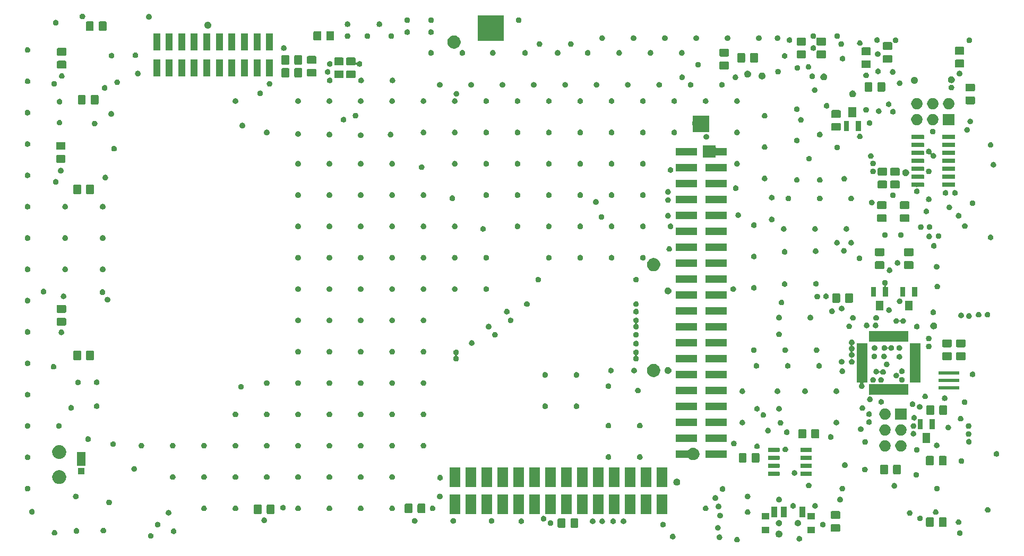
<source format=gbs>
G04 #@! TF.GenerationSoftware,KiCad,Pcbnew,(5.1.5)-3*
G04 #@! TF.CreationDate,2020-05-18T23:19:19-04:00*
G04 #@! TF.ProjectId,CPU,4350552e-6b69-4636-9164-5f7063625858,rev?*
G04 #@! TF.SameCoordinates,Original*
G04 #@! TF.FileFunction,Soldermask,Bot*
G04 #@! TF.FilePolarity,Negative*
%FSLAX46Y46*%
G04 Gerber Fmt 4.6, Leading zero omitted, Abs format (unit mm)*
G04 Created by KiCad (PCBNEW (5.1.5)-3) date 2020-05-18 23:19:19*
%MOMM*%
%LPD*%
G04 APERTURE LIST*
%ADD10C,0.100000*%
G04 APERTURE END LIST*
D10*
G36*
X140750000Y-64750000D02*
G01*
X138250000Y-64750000D01*
X138250000Y-62250000D01*
X140750000Y-62250000D01*
X140750000Y-64750000D01*
G37*
X140750000Y-64750000D02*
X138250000Y-64750000D01*
X138250000Y-62250000D01*
X140750000Y-62250000D01*
X140750000Y-64750000D01*
G36*
X145431552Y-129466331D02*
G01*
X145513627Y-129500328D01*
X145513629Y-129500329D01*
X145550813Y-129525175D01*
X145587495Y-129549685D01*
X145650315Y-129612505D01*
X145699672Y-129686373D01*
X145733669Y-129768448D01*
X145751000Y-129855579D01*
X145751000Y-129944421D01*
X145733669Y-130031552D01*
X145705186Y-130100314D01*
X145699671Y-130113629D01*
X145650314Y-130187496D01*
X145587496Y-130250314D01*
X145513629Y-130299671D01*
X145513628Y-130299672D01*
X145513627Y-130299672D01*
X145431552Y-130333669D01*
X145344421Y-130351000D01*
X145255579Y-130351000D01*
X145168448Y-130333669D01*
X145086373Y-130299672D01*
X145086372Y-130299672D01*
X145086371Y-130299671D01*
X145012504Y-130250314D01*
X144949686Y-130187496D01*
X144900329Y-130113629D01*
X144894814Y-130100314D01*
X144866331Y-130031552D01*
X144849000Y-129944421D01*
X144849000Y-129855579D01*
X144866331Y-129768448D01*
X144900328Y-129686373D01*
X144949685Y-129612505D01*
X145012505Y-129549685D01*
X145049187Y-129525175D01*
X145086371Y-129500329D01*
X145086373Y-129500328D01*
X145168448Y-129466331D01*
X145255579Y-129449000D01*
X145344421Y-129449000D01*
X145431552Y-129466331D01*
G37*
G36*
X155381552Y-129316331D02*
G01*
X155449366Y-129344421D01*
X155463629Y-129350329D01*
X155537496Y-129399686D01*
X155600314Y-129462504D01*
X155645298Y-129529826D01*
X155649672Y-129536373D01*
X155683669Y-129618448D01*
X155701000Y-129705579D01*
X155701000Y-129794421D01*
X155683669Y-129881552D01*
X155662081Y-129933669D01*
X155649671Y-129963629D01*
X155600314Y-130037496D01*
X155537496Y-130100314D01*
X155463629Y-130149671D01*
X155463628Y-130149672D01*
X155463627Y-130149672D01*
X155381552Y-130183669D01*
X155294421Y-130201000D01*
X155205579Y-130201000D01*
X155118448Y-130183669D01*
X155036373Y-130149672D01*
X155036372Y-130149672D01*
X155036371Y-130149671D01*
X154962504Y-130100314D01*
X154899686Y-130037496D01*
X154850329Y-129963629D01*
X154837919Y-129933669D01*
X154816331Y-129881552D01*
X154799000Y-129794421D01*
X154799000Y-129705579D01*
X154816331Y-129618448D01*
X154850328Y-129536373D01*
X154854703Y-129529826D01*
X154899686Y-129462504D01*
X154962504Y-129399686D01*
X155036371Y-129350329D01*
X155050634Y-129344421D01*
X155118448Y-129316331D01*
X155205579Y-129299000D01*
X155294421Y-129299000D01*
X155381552Y-129316331D01*
G37*
G36*
X142631552Y-129066331D02*
G01*
X142713627Y-129100328D01*
X142713629Y-129100329D01*
X142787496Y-129149686D01*
X142850314Y-129212504D01*
X142897866Y-129283669D01*
X142899672Y-129286373D01*
X142933669Y-129368448D01*
X142951000Y-129455579D01*
X142951000Y-129544421D01*
X142933669Y-129631552D01*
X142903005Y-129705580D01*
X142899671Y-129713629D01*
X142875159Y-129750314D01*
X142850315Y-129787495D01*
X142787495Y-129850315D01*
X142779615Y-129855580D01*
X142713629Y-129899671D01*
X142713628Y-129899672D01*
X142713627Y-129899672D01*
X142631552Y-129933669D01*
X142544421Y-129951000D01*
X142455579Y-129951000D01*
X142368448Y-129933669D01*
X142286373Y-129899672D01*
X142286372Y-129899672D01*
X142286371Y-129899671D01*
X142220385Y-129855580D01*
X142212505Y-129850315D01*
X142149685Y-129787495D01*
X142124841Y-129750314D01*
X142100329Y-129713629D01*
X142096995Y-129705580D01*
X142066331Y-129631552D01*
X142049000Y-129544421D01*
X142049000Y-129455579D01*
X142066331Y-129368448D01*
X142100328Y-129286373D01*
X142102135Y-129283669D01*
X142149686Y-129212504D01*
X142212504Y-129149686D01*
X142286371Y-129100329D01*
X142286373Y-129100328D01*
X142368448Y-129066331D01*
X142455579Y-129049000D01*
X142544421Y-129049000D01*
X142631552Y-129066331D01*
G37*
G36*
X135181552Y-128966331D02*
G01*
X135263627Y-129000328D01*
X135263629Y-129000329D01*
X135300813Y-129025175D01*
X135337495Y-129049685D01*
X135400315Y-129112505D01*
X135449672Y-129186373D01*
X135483669Y-129268448D01*
X135501000Y-129355579D01*
X135501000Y-129444421D01*
X135483669Y-129531552D01*
X135449672Y-129613627D01*
X135400315Y-129687495D01*
X135337495Y-129750315D01*
X135310357Y-129768448D01*
X135263629Y-129799671D01*
X135263628Y-129799672D01*
X135263627Y-129799672D01*
X135181552Y-129833669D01*
X135094421Y-129851000D01*
X135005579Y-129851000D01*
X134918448Y-129833669D01*
X134836373Y-129799672D01*
X134836372Y-129799672D01*
X134836371Y-129799671D01*
X134789643Y-129768448D01*
X134762505Y-129750315D01*
X134699685Y-129687495D01*
X134650328Y-129613627D01*
X134616331Y-129531552D01*
X134599000Y-129444421D01*
X134599000Y-129355579D01*
X134616331Y-129268448D01*
X134650328Y-129186373D01*
X134699685Y-129112505D01*
X134762505Y-129049685D01*
X134799187Y-129025175D01*
X134836371Y-129000329D01*
X134836373Y-129000328D01*
X134918448Y-128966331D01*
X135005579Y-128949000D01*
X135094421Y-128949000D01*
X135181552Y-128966331D01*
G37*
G36*
X51931552Y-128866331D02*
G01*
X52013627Y-128900328D01*
X52013629Y-128900329D01*
X52014633Y-128901000D01*
X52087495Y-128949685D01*
X52150315Y-129012505D01*
X52151066Y-129013629D01*
X52186281Y-129066331D01*
X52199672Y-129086373D01*
X52233669Y-129168448D01*
X52251000Y-129255579D01*
X52251000Y-129344421D01*
X52233669Y-129431552D01*
X52205180Y-129500329D01*
X52199671Y-129513629D01*
X52150314Y-129587496D01*
X52087496Y-129650314D01*
X52013629Y-129699671D01*
X52013628Y-129699672D01*
X52013627Y-129699672D01*
X51931552Y-129733669D01*
X51844421Y-129751000D01*
X51755579Y-129751000D01*
X51668448Y-129733669D01*
X51586373Y-129699672D01*
X51586372Y-129699672D01*
X51586371Y-129699671D01*
X51512504Y-129650314D01*
X51449686Y-129587496D01*
X51400329Y-129513629D01*
X51394820Y-129500329D01*
X51366331Y-129431552D01*
X51349000Y-129344421D01*
X51349000Y-129255579D01*
X51366331Y-129168448D01*
X51400328Y-129086373D01*
X51413720Y-129066331D01*
X51448934Y-129013629D01*
X51449685Y-129012505D01*
X51512505Y-128949685D01*
X51585367Y-128901000D01*
X51586371Y-128900329D01*
X51586373Y-128900328D01*
X51668448Y-128866331D01*
X51755579Y-128849000D01*
X51844421Y-128849000D01*
X51931552Y-128866331D01*
G37*
G36*
X152160721Y-128470174D02*
G01*
X152260995Y-128511709D01*
X152262186Y-128512505D01*
X152351242Y-128572010D01*
X152427990Y-128648758D01*
X152427991Y-128648760D01*
X152488291Y-128739005D01*
X152529826Y-128839279D01*
X152551000Y-128945730D01*
X152551000Y-129054270D01*
X152529826Y-129160721D01*
X152488291Y-129260995D01*
X152471335Y-129286371D01*
X152427990Y-129351242D01*
X152351242Y-129427990D01*
X152326651Y-129444421D01*
X152260995Y-129488291D01*
X152160721Y-129529826D01*
X152054270Y-129551000D01*
X151945730Y-129551000D01*
X151839279Y-129529826D01*
X151739005Y-129488291D01*
X151673349Y-129444421D01*
X151648758Y-129427990D01*
X151572010Y-129351242D01*
X151528665Y-129286371D01*
X151511709Y-129260995D01*
X151470174Y-129160721D01*
X151449000Y-129054270D01*
X151449000Y-128945730D01*
X151470174Y-128839279D01*
X151511709Y-128739005D01*
X151572009Y-128648760D01*
X151572010Y-128648758D01*
X151648758Y-128572010D01*
X151737814Y-128512505D01*
X151739005Y-128511709D01*
X151839279Y-128470174D01*
X151945730Y-128449000D01*
X152054270Y-128449000D01*
X152160721Y-128470174D01*
G37*
G36*
X180981552Y-128416331D02*
G01*
X181062077Y-128449686D01*
X181063629Y-128450329D01*
X181093329Y-128470174D01*
X181137495Y-128499685D01*
X181200315Y-128562505D01*
X181249672Y-128636373D01*
X181283669Y-128718448D01*
X181301000Y-128805579D01*
X181301000Y-128894421D01*
X181283669Y-128981552D01*
X181253548Y-129054269D01*
X181249671Y-129063629D01*
X181200314Y-129137496D01*
X181137496Y-129200314D01*
X181063629Y-129249671D01*
X181063628Y-129249672D01*
X181063627Y-129249672D01*
X180981552Y-129283669D01*
X180894421Y-129301000D01*
X180805579Y-129301000D01*
X180718448Y-129283669D01*
X180636373Y-129249672D01*
X180636372Y-129249672D01*
X180636371Y-129249671D01*
X180562504Y-129200314D01*
X180499686Y-129137496D01*
X180450329Y-129063629D01*
X180446452Y-129054269D01*
X180416331Y-128981552D01*
X180399000Y-128894421D01*
X180399000Y-128805579D01*
X180416331Y-128718448D01*
X180450328Y-128636373D01*
X180499685Y-128562505D01*
X180562505Y-128499685D01*
X180606671Y-128470174D01*
X180636371Y-128450329D01*
X180637923Y-128449686D01*
X180718448Y-128416331D01*
X180805579Y-128399000D01*
X180894421Y-128399000D01*
X180981552Y-128416331D01*
G37*
G36*
X36581552Y-128366331D02*
G01*
X36662043Y-128399672D01*
X36663629Y-128400329D01*
X36687577Y-128416331D01*
X36737495Y-128449685D01*
X36800315Y-128512505D01*
X36849672Y-128586373D01*
X36883669Y-128668448D01*
X36901000Y-128755579D01*
X36901000Y-128844421D01*
X36883669Y-128931552D01*
X36849672Y-129013627D01*
X36801065Y-129086373D01*
X36800314Y-129087496D01*
X36737496Y-129150314D01*
X36663629Y-129199671D01*
X36663628Y-129199672D01*
X36663627Y-129199672D01*
X36581552Y-129233669D01*
X36494421Y-129251000D01*
X36405579Y-129251000D01*
X36318448Y-129233669D01*
X36236373Y-129199672D01*
X36236372Y-129199672D01*
X36236371Y-129199671D01*
X36162504Y-129150314D01*
X36099686Y-129087496D01*
X36098936Y-129086373D01*
X36050328Y-129013627D01*
X36016331Y-128931552D01*
X35999000Y-128844421D01*
X35999000Y-128755579D01*
X36016331Y-128668448D01*
X36050328Y-128586373D01*
X36099685Y-128512505D01*
X36162505Y-128449685D01*
X36212423Y-128416331D01*
X36236371Y-128400329D01*
X36237957Y-128399672D01*
X36318448Y-128366331D01*
X36405579Y-128349000D01*
X36494421Y-128349000D01*
X36581552Y-128366331D01*
G37*
G36*
X55581552Y-128116331D02*
G01*
X55662077Y-128149686D01*
X55663629Y-128150329D01*
X55681850Y-128162504D01*
X55737495Y-128199685D01*
X55800315Y-128262505D01*
X55849672Y-128336373D01*
X55883669Y-128418448D01*
X55901000Y-128505579D01*
X55901000Y-128594421D01*
X55883669Y-128681552D01*
X55849672Y-128763627D01*
X55800315Y-128837495D01*
X55737495Y-128900315D01*
X55700813Y-128924825D01*
X55663629Y-128949671D01*
X55663628Y-128949672D01*
X55663627Y-128949672D01*
X55581552Y-128983669D01*
X55494421Y-129001000D01*
X55405579Y-129001000D01*
X55318448Y-128983669D01*
X55236373Y-128949672D01*
X55236372Y-128949672D01*
X55236371Y-128949671D01*
X55199187Y-128924825D01*
X55162505Y-128900315D01*
X55099685Y-128837495D01*
X55050328Y-128763627D01*
X55016331Y-128681552D01*
X54999000Y-128594421D01*
X54999000Y-128505579D01*
X55016331Y-128418448D01*
X55050328Y-128336373D01*
X55099685Y-128262505D01*
X55162505Y-128199685D01*
X55218150Y-128162504D01*
X55236371Y-128150329D01*
X55237923Y-128149686D01*
X55318448Y-128116331D01*
X55405579Y-128099000D01*
X55494421Y-128099000D01*
X55581552Y-128116331D01*
G37*
G36*
X40081552Y-128066331D02*
G01*
X40162077Y-128099686D01*
X40163629Y-128100329D01*
X40187577Y-128116331D01*
X40237495Y-128149685D01*
X40300315Y-128212505D01*
X40349672Y-128286373D01*
X40383669Y-128368448D01*
X40401000Y-128455579D01*
X40401000Y-128544421D01*
X40383669Y-128631552D01*
X40349672Y-128713627D01*
X40300315Y-128787495D01*
X40237495Y-128850315D01*
X40213525Y-128866331D01*
X40163629Y-128899671D01*
X40163628Y-128899672D01*
X40163627Y-128899672D01*
X40081552Y-128933669D01*
X39994421Y-128951000D01*
X39905579Y-128951000D01*
X39818448Y-128933669D01*
X39736373Y-128899672D01*
X39736372Y-128899672D01*
X39736371Y-128899671D01*
X39686475Y-128866331D01*
X39662505Y-128850315D01*
X39599685Y-128787495D01*
X39550328Y-128713627D01*
X39516331Y-128631552D01*
X39499000Y-128544421D01*
X39499000Y-128455579D01*
X39516331Y-128368448D01*
X39550328Y-128286373D01*
X39599685Y-128212505D01*
X39662505Y-128149685D01*
X39712423Y-128116331D01*
X39736371Y-128100329D01*
X39737923Y-128099686D01*
X39818448Y-128066331D01*
X39905579Y-128049000D01*
X39994421Y-128049000D01*
X40081552Y-128066331D01*
G37*
G36*
X44381552Y-128016331D02*
G01*
X44463627Y-128050328D01*
X44463629Y-128050329D01*
X44487577Y-128066331D01*
X44537495Y-128099685D01*
X44600315Y-128162505D01*
X44649672Y-128236373D01*
X44683669Y-128318448D01*
X44701000Y-128405579D01*
X44701000Y-128494421D01*
X44683669Y-128581552D01*
X44649672Y-128663627D01*
X44600315Y-128737495D01*
X44537495Y-128800315D01*
X44529615Y-128805580D01*
X44463629Y-128849671D01*
X44463628Y-128849672D01*
X44463627Y-128849672D01*
X44381552Y-128883669D01*
X44294421Y-128901000D01*
X44205579Y-128901000D01*
X44118448Y-128883669D01*
X44036373Y-128849672D01*
X44036372Y-128849672D01*
X44036371Y-128849671D01*
X43970385Y-128805580D01*
X43962505Y-128800315D01*
X43899685Y-128737495D01*
X43850328Y-128663627D01*
X43816331Y-128581552D01*
X43799000Y-128494421D01*
X43799000Y-128405579D01*
X43816331Y-128318448D01*
X43850328Y-128236373D01*
X43899685Y-128162505D01*
X43962505Y-128099685D01*
X44012423Y-128066331D01*
X44036371Y-128050329D01*
X44036373Y-128050328D01*
X44118448Y-128016331D01*
X44205579Y-127999000D01*
X44294421Y-127999000D01*
X44381552Y-128016331D01*
G37*
G36*
X150451600Y-128851600D02*
G01*
X149248400Y-128851600D01*
X149248400Y-127848400D01*
X150451600Y-127848400D01*
X150451600Y-128851600D01*
G37*
G36*
X157751600Y-128851600D02*
G01*
X156548400Y-128851600D01*
X156548400Y-127848400D01*
X157751600Y-127848400D01*
X157751600Y-128851600D01*
G37*
G36*
X161588674Y-127403465D02*
G01*
X161626367Y-127414899D01*
X161661103Y-127433466D01*
X161691548Y-127458452D01*
X161716534Y-127488897D01*
X161735101Y-127523633D01*
X161746535Y-127561326D01*
X161751000Y-127606661D01*
X161751000Y-128443339D01*
X161746535Y-128488674D01*
X161735101Y-128526367D01*
X161716534Y-128561103D01*
X161691548Y-128591548D01*
X161661103Y-128616534D01*
X161626367Y-128635101D01*
X161588674Y-128646535D01*
X161543339Y-128651000D01*
X160456661Y-128651000D01*
X160411326Y-128646535D01*
X160373633Y-128635101D01*
X160338897Y-128616534D01*
X160308452Y-128591548D01*
X160283466Y-128561103D01*
X160264899Y-128526367D01*
X160253465Y-128488674D01*
X160249000Y-128443339D01*
X160249000Y-127606661D01*
X160253465Y-127561326D01*
X160264899Y-127523633D01*
X160283466Y-127488897D01*
X160308452Y-127458452D01*
X160338897Y-127433466D01*
X160373633Y-127414899D01*
X160411326Y-127403465D01*
X160456661Y-127399000D01*
X161543339Y-127399000D01*
X161588674Y-127403465D01*
G37*
G36*
X142381552Y-127566331D02*
G01*
X142463627Y-127600328D01*
X142463629Y-127600329D01*
X142473105Y-127606661D01*
X142537495Y-127649685D01*
X142600315Y-127712505D01*
X142649672Y-127786373D01*
X142683669Y-127868448D01*
X142701000Y-127955579D01*
X142701000Y-128044421D01*
X142683669Y-128131552D01*
X142649672Y-128213627D01*
X142601065Y-128286373D01*
X142600314Y-128287496D01*
X142537496Y-128350314D01*
X142463629Y-128399671D01*
X142463628Y-128399672D01*
X142463627Y-128399672D01*
X142381552Y-128433669D01*
X142294421Y-128451000D01*
X142205579Y-128451000D01*
X142118448Y-128433669D01*
X142036373Y-128399672D01*
X142036372Y-128399672D01*
X142036371Y-128399671D01*
X141962504Y-128350314D01*
X141899686Y-128287496D01*
X141898936Y-128286373D01*
X141850328Y-128213627D01*
X141816331Y-128131552D01*
X141799000Y-128044421D01*
X141799000Y-127955579D01*
X141816331Y-127868448D01*
X141850328Y-127786373D01*
X141899685Y-127712505D01*
X141962505Y-127649685D01*
X142026895Y-127606661D01*
X142036371Y-127600329D01*
X142036373Y-127600328D01*
X142118448Y-127566331D01*
X142205579Y-127549000D01*
X142294421Y-127549000D01*
X142381552Y-127566331D01*
G37*
G36*
X119838674Y-126503465D02*
G01*
X119876367Y-126514899D01*
X119911103Y-126533466D01*
X119941548Y-126558452D01*
X119966534Y-126588897D01*
X119985101Y-126623633D01*
X119996535Y-126661326D01*
X120001000Y-126706661D01*
X120001000Y-127793339D01*
X119996535Y-127838674D01*
X119985101Y-127876367D01*
X119966534Y-127911103D01*
X119941548Y-127941548D01*
X119911103Y-127966534D01*
X119876367Y-127985101D01*
X119838674Y-127996535D01*
X119793339Y-128001000D01*
X118956661Y-128001000D01*
X118911326Y-127996535D01*
X118873633Y-127985101D01*
X118838897Y-127966534D01*
X118808452Y-127941548D01*
X118783466Y-127911103D01*
X118764899Y-127876367D01*
X118753465Y-127838674D01*
X118749000Y-127793339D01*
X118749000Y-126706661D01*
X118753465Y-126661326D01*
X118764899Y-126623633D01*
X118783466Y-126588897D01*
X118808452Y-126558452D01*
X118838897Y-126533466D01*
X118873633Y-126514899D01*
X118911326Y-126503465D01*
X118956661Y-126499000D01*
X119793339Y-126499000D01*
X119838674Y-126503465D01*
G37*
G36*
X117788674Y-126503465D02*
G01*
X117826367Y-126514899D01*
X117861103Y-126533466D01*
X117891548Y-126558452D01*
X117916534Y-126588897D01*
X117935101Y-126623633D01*
X117946535Y-126661326D01*
X117951000Y-126706661D01*
X117951000Y-127793339D01*
X117946535Y-127838674D01*
X117935101Y-127876367D01*
X117916534Y-127911103D01*
X117891548Y-127941548D01*
X117861103Y-127966534D01*
X117826367Y-127985101D01*
X117788674Y-127996535D01*
X117743339Y-128001000D01*
X116906661Y-128001000D01*
X116861326Y-127996535D01*
X116823633Y-127985101D01*
X116788897Y-127966534D01*
X116758452Y-127941548D01*
X116733466Y-127911103D01*
X116714899Y-127876367D01*
X116703465Y-127838674D01*
X116699000Y-127793339D01*
X116699000Y-126706661D01*
X116703465Y-126661326D01*
X116714899Y-126623633D01*
X116733466Y-126588897D01*
X116758452Y-126558452D01*
X116788897Y-126533466D01*
X116823633Y-126514899D01*
X116861326Y-126503465D01*
X116906661Y-126499000D01*
X117743339Y-126499000D01*
X117788674Y-126503465D01*
G37*
G36*
X159131552Y-127066331D02*
G01*
X159213627Y-127100328D01*
X159213629Y-127100329D01*
X159240746Y-127118448D01*
X159287495Y-127149685D01*
X159350315Y-127212505D01*
X159399672Y-127286373D01*
X159433669Y-127368448D01*
X159451000Y-127455579D01*
X159451000Y-127544421D01*
X159433669Y-127631552D01*
X159404902Y-127701000D01*
X159399671Y-127713629D01*
X159389516Y-127728827D01*
X159350315Y-127787495D01*
X159287495Y-127850315D01*
X159260357Y-127868448D01*
X159213629Y-127899671D01*
X159213628Y-127899672D01*
X159213627Y-127899672D01*
X159131552Y-127933669D01*
X159044421Y-127951000D01*
X158955579Y-127951000D01*
X158868448Y-127933669D01*
X158786373Y-127899672D01*
X158786372Y-127899672D01*
X158786371Y-127899671D01*
X158739643Y-127868448D01*
X158712505Y-127850315D01*
X158649685Y-127787495D01*
X158610484Y-127728827D01*
X158600329Y-127713629D01*
X158595098Y-127701000D01*
X158566331Y-127631552D01*
X158549000Y-127544421D01*
X158549000Y-127455579D01*
X158566331Y-127368448D01*
X158600328Y-127286373D01*
X158649685Y-127212505D01*
X158712505Y-127149685D01*
X158759254Y-127118448D01*
X158786371Y-127100329D01*
X158786373Y-127100328D01*
X158868448Y-127066331D01*
X158955579Y-127049000D01*
X159044421Y-127049000D01*
X159131552Y-127066331D01*
G37*
G36*
X133631552Y-127066331D02*
G01*
X133713627Y-127100328D01*
X133713629Y-127100329D01*
X133740746Y-127118448D01*
X133787495Y-127149685D01*
X133850315Y-127212505D01*
X133899672Y-127286373D01*
X133933669Y-127368448D01*
X133951000Y-127455579D01*
X133951000Y-127544421D01*
X133933669Y-127631552D01*
X133904902Y-127701000D01*
X133899671Y-127713629D01*
X133889516Y-127728827D01*
X133850315Y-127787495D01*
X133787495Y-127850315D01*
X133760357Y-127868448D01*
X133713629Y-127899671D01*
X133713628Y-127899672D01*
X133713627Y-127899672D01*
X133631552Y-127933669D01*
X133544421Y-127951000D01*
X133455579Y-127951000D01*
X133368448Y-127933669D01*
X133286373Y-127899672D01*
X133286372Y-127899672D01*
X133286371Y-127899671D01*
X133239643Y-127868448D01*
X133212505Y-127850315D01*
X133149685Y-127787495D01*
X133110484Y-127728827D01*
X133100329Y-127713629D01*
X133095098Y-127701000D01*
X133066331Y-127631552D01*
X133049000Y-127544421D01*
X133049000Y-127455579D01*
X133066331Y-127368448D01*
X133100328Y-127286373D01*
X133149685Y-127212505D01*
X133212505Y-127149685D01*
X133259254Y-127118448D01*
X133286371Y-127100329D01*
X133286373Y-127100328D01*
X133368448Y-127066331D01*
X133455579Y-127049000D01*
X133544421Y-127049000D01*
X133631552Y-127066331D01*
G37*
G36*
X53031552Y-127066331D02*
G01*
X53113627Y-127100328D01*
X53113629Y-127100329D01*
X53140746Y-127118448D01*
X53187495Y-127149685D01*
X53250315Y-127212505D01*
X53299672Y-127286373D01*
X53333669Y-127368448D01*
X53351000Y-127455579D01*
X53351000Y-127544421D01*
X53333669Y-127631552D01*
X53304902Y-127701000D01*
X53299671Y-127713629D01*
X53289516Y-127728827D01*
X53250315Y-127787495D01*
X53187495Y-127850315D01*
X53160357Y-127868448D01*
X53113629Y-127899671D01*
X53113628Y-127899672D01*
X53113627Y-127899672D01*
X53031552Y-127933669D01*
X52944421Y-127951000D01*
X52855579Y-127951000D01*
X52768448Y-127933669D01*
X52686373Y-127899672D01*
X52686372Y-127899672D01*
X52686371Y-127899671D01*
X52639643Y-127868448D01*
X52612505Y-127850315D01*
X52549685Y-127787495D01*
X52510484Y-127728827D01*
X52500329Y-127713629D01*
X52495098Y-127701000D01*
X52466331Y-127631552D01*
X52449000Y-127544421D01*
X52449000Y-127455579D01*
X52466331Y-127368448D01*
X52500328Y-127286373D01*
X52549685Y-127212505D01*
X52612505Y-127149685D01*
X52659254Y-127118448D01*
X52686371Y-127100329D01*
X52686373Y-127100328D01*
X52768448Y-127066331D01*
X52855579Y-127049000D01*
X52944421Y-127049000D01*
X53031552Y-127066331D01*
G37*
G36*
X178588674Y-126353465D02*
G01*
X178626367Y-126364899D01*
X178661103Y-126383466D01*
X178691548Y-126408452D01*
X178716534Y-126438897D01*
X178735101Y-126473633D01*
X178746535Y-126511326D01*
X178751000Y-126556661D01*
X178751000Y-127643339D01*
X178746535Y-127688674D01*
X178735101Y-127726367D01*
X178716534Y-127761103D01*
X178691548Y-127791548D01*
X178661103Y-127816534D01*
X178626367Y-127835101D01*
X178588674Y-127846535D01*
X178543339Y-127851000D01*
X177706661Y-127851000D01*
X177661326Y-127846535D01*
X177623633Y-127835101D01*
X177588897Y-127816534D01*
X177558452Y-127791548D01*
X177533466Y-127761103D01*
X177514899Y-127726367D01*
X177503465Y-127688674D01*
X177499000Y-127643339D01*
X177499000Y-126556661D01*
X177503465Y-126511326D01*
X177514899Y-126473633D01*
X177533466Y-126438897D01*
X177558452Y-126408452D01*
X177588897Y-126383466D01*
X177623633Y-126364899D01*
X177661326Y-126353465D01*
X177706661Y-126349000D01*
X178543339Y-126349000D01*
X178588674Y-126353465D01*
G37*
G36*
X176538674Y-126353465D02*
G01*
X176576367Y-126364899D01*
X176611103Y-126383466D01*
X176641548Y-126408452D01*
X176666534Y-126438897D01*
X176685101Y-126473633D01*
X176696535Y-126511326D01*
X176701000Y-126556661D01*
X176701000Y-127643339D01*
X176696535Y-127688674D01*
X176685101Y-127726367D01*
X176666534Y-127761103D01*
X176641548Y-127791548D01*
X176611103Y-127816534D01*
X176576367Y-127835101D01*
X176538674Y-127846535D01*
X176493339Y-127851000D01*
X175656661Y-127851000D01*
X175611326Y-127846535D01*
X175573633Y-127835101D01*
X175538897Y-127816534D01*
X175508452Y-127791548D01*
X175483466Y-127761103D01*
X175464899Y-127726367D01*
X175453465Y-127688674D01*
X175449000Y-127643339D01*
X175449000Y-126556661D01*
X175453465Y-126511326D01*
X175464899Y-126473633D01*
X175483466Y-126438897D01*
X175508452Y-126408452D01*
X175538897Y-126383466D01*
X175573633Y-126364899D01*
X175611326Y-126353465D01*
X175656661Y-126349000D01*
X176493339Y-126349000D01*
X176538674Y-126353465D01*
G37*
G36*
X152082419Y-126755579D02*
G01*
X152146136Y-126768253D01*
X152153185Y-126771173D01*
X152237311Y-126806019D01*
X152255912Y-126818448D01*
X152319369Y-126860848D01*
X152389152Y-126930631D01*
X152410449Y-126962505D01*
X152443981Y-127012689D01*
X152481747Y-127103864D01*
X152498383Y-127187496D01*
X152501000Y-127200656D01*
X152501000Y-127299344D01*
X152481747Y-127396136D01*
X152479732Y-127401000D01*
X152443981Y-127487311D01*
X152422164Y-127519962D01*
X152389152Y-127569369D01*
X152319369Y-127639152D01*
X152278062Y-127666752D01*
X152237311Y-127693981D01*
X152189881Y-127713627D01*
X152146136Y-127731747D01*
X152097740Y-127741374D01*
X152049345Y-127751000D01*
X151950655Y-127751000D01*
X151902260Y-127741374D01*
X151853864Y-127731747D01*
X151810119Y-127713627D01*
X151762689Y-127693981D01*
X151721938Y-127666752D01*
X151680631Y-127639152D01*
X151610848Y-127569369D01*
X151577836Y-127519962D01*
X151556019Y-127487311D01*
X151520268Y-127401000D01*
X151518253Y-127396136D01*
X151499000Y-127299344D01*
X151499000Y-127200656D01*
X151501618Y-127187496D01*
X151518253Y-127103864D01*
X151556019Y-127012689D01*
X151589551Y-126962505D01*
X151610848Y-126930631D01*
X151680631Y-126860848D01*
X151744088Y-126818448D01*
X151762689Y-126806019D01*
X151846815Y-126771173D01*
X151853864Y-126768253D01*
X151917581Y-126755579D01*
X151950655Y-126749000D01*
X152049345Y-126749000D01*
X152082419Y-126755579D01*
G37*
G36*
X155082419Y-126755579D02*
G01*
X155146136Y-126768253D01*
X155153185Y-126771173D01*
X155237311Y-126806019D01*
X155255912Y-126818448D01*
X155319369Y-126860848D01*
X155389152Y-126930631D01*
X155410449Y-126962505D01*
X155443981Y-127012689D01*
X155481747Y-127103864D01*
X155498383Y-127187496D01*
X155501000Y-127200656D01*
X155501000Y-127299344D01*
X155481747Y-127396136D01*
X155479732Y-127401000D01*
X155443981Y-127487311D01*
X155422164Y-127519962D01*
X155389152Y-127569369D01*
X155319369Y-127639152D01*
X155278062Y-127666752D01*
X155237311Y-127693981D01*
X155189881Y-127713627D01*
X155146136Y-127731747D01*
X155097740Y-127741374D01*
X155049345Y-127751000D01*
X154950655Y-127751000D01*
X154902260Y-127741374D01*
X154853864Y-127731747D01*
X154810119Y-127713627D01*
X154762689Y-127693981D01*
X154721938Y-127666752D01*
X154680631Y-127639152D01*
X154610848Y-127569369D01*
X154577836Y-127519962D01*
X154556019Y-127487311D01*
X154520268Y-127401000D01*
X154518253Y-127396136D01*
X154499000Y-127299344D01*
X154499000Y-127200656D01*
X154501618Y-127187496D01*
X154518253Y-127103864D01*
X154556019Y-127012689D01*
X154589551Y-126962505D01*
X154610848Y-126930631D01*
X154680631Y-126860848D01*
X154744088Y-126818448D01*
X154762689Y-126806019D01*
X154846815Y-126771173D01*
X154853864Y-126768253D01*
X154917581Y-126755579D01*
X154950655Y-126749000D01*
X155049345Y-126749000D01*
X155082419Y-126755579D01*
G37*
G36*
X115681552Y-126816331D02*
G01*
X115763627Y-126850328D01*
X115763629Y-126850329D01*
X115800813Y-126875175D01*
X115837495Y-126899685D01*
X115900315Y-126962505D01*
X115949672Y-127036373D01*
X115983669Y-127118448D01*
X116001000Y-127205579D01*
X116001000Y-127294421D01*
X115983669Y-127381552D01*
X115949672Y-127463627D01*
X115900315Y-127537495D01*
X115837495Y-127600315D01*
X115810915Y-127618075D01*
X115763629Y-127649671D01*
X115763628Y-127649672D01*
X115763627Y-127649672D01*
X115681552Y-127683669D01*
X115594421Y-127701000D01*
X115505579Y-127701000D01*
X115418448Y-127683669D01*
X115336373Y-127649672D01*
X115336372Y-127649672D01*
X115336371Y-127649671D01*
X115289085Y-127618075D01*
X115262505Y-127600315D01*
X115199685Y-127537495D01*
X115150328Y-127463627D01*
X115116331Y-127381552D01*
X115099000Y-127294421D01*
X115099000Y-127205579D01*
X115116331Y-127118448D01*
X115150328Y-127036373D01*
X115199685Y-126962505D01*
X115262505Y-126899685D01*
X115299187Y-126875175D01*
X115336371Y-126850329D01*
X115336373Y-126850328D01*
X115418448Y-126816331D01*
X115505579Y-126799000D01*
X115594421Y-126799000D01*
X115681552Y-126816331D01*
G37*
G36*
X180781552Y-126666331D02*
G01*
X180863627Y-126700328D01*
X180863629Y-126700329D01*
X180890187Y-126718075D01*
X180937495Y-126749685D01*
X181000315Y-126812505D01*
X181049672Y-126886373D01*
X181083669Y-126968448D01*
X181101000Y-127055579D01*
X181101000Y-127144421D01*
X181083669Y-127231552D01*
X181060961Y-127286373D01*
X181049671Y-127313629D01*
X181025588Y-127349671D01*
X181000315Y-127387495D01*
X180937495Y-127450315D01*
X180929615Y-127455580D01*
X180863629Y-127499671D01*
X180863628Y-127499672D01*
X180863627Y-127499672D01*
X180781552Y-127533669D01*
X180694421Y-127551000D01*
X180605579Y-127551000D01*
X180518448Y-127533669D01*
X180436373Y-127499672D01*
X180436372Y-127499672D01*
X180436371Y-127499671D01*
X180370385Y-127455580D01*
X180362505Y-127450315D01*
X180299685Y-127387495D01*
X180274412Y-127349671D01*
X180250329Y-127313629D01*
X180239039Y-127286373D01*
X180216331Y-127231552D01*
X180199000Y-127144421D01*
X180199000Y-127055579D01*
X180216331Y-126968448D01*
X180250328Y-126886373D01*
X180299685Y-126812505D01*
X180362505Y-126749685D01*
X180409813Y-126718075D01*
X180436371Y-126700329D01*
X180436373Y-126700328D01*
X180518448Y-126666331D01*
X180605579Y-126649000D01*
X180694421Y-126649000D01*
X180781552Y-126666331D01*
G37*
G36*
X125681552Y-126516331D02*
G01*
X125762077Y-126549686D01*
X125763629Y-126550329D01*
X125787881Y-126566534D01*
X125837495Y-126599685D01*
X125900315Y-126662505D01*
X125949672Y-126736373D01*
X125983669Y-126818448D01*
X126001000Y-126905579D01*
X126001000Y-126994421D01*
X125983669Y-127081552D01*
X125955186Y-127150314D01*
X125949671Y-127163629D01*
X125900314Y-127237496D01*
X125837496Y-127300314D01*
X125763629Y-127349671D01*
X125763628Y-127349672D01*
X125763627Y-127349672D01*
X125681552Y-127383669D01*
X125594421Y-127401000D01*
X125505579Y-127401000D01*
X125418448Y-127383669D01*
X125336373Y-127349672D01*
X125336372Y-127349672D01*
X125336371Y-127349671D01*
X125262504Y-127300314D01*
X125199686Y-127237496D01*
X125150329Y-127163629D01*
X125144814Y-127150314D01*
X125116331Y-127081552D01*
X125099000Y-126994421D01*
X125099000Y-126905579D01*
X125116331Y-126818448D01*
X125150328Y-126736373D01*
X125199685Y-126662505D01*
X125262505Y-126599685D01*
X125312119Y-126566534D01*
X125336371Y-126550329D01*
X125337923Y-126549686D01*
X125418448Y-126516331D01*
X125505579Y-126499000D01*
X125594421Y-126499000D01*
X125681552Y-126516331D01*
G37*
G36*
X111031552Y-126516331D02*
G01*
X111112077Y-126549686D01*
X111113629Y-126550329D01*
X111137881Y-126566534D01*
X111187495Y-126599685D01*
X111250315Y-126662505D01*
X111299672Y-126736373D01*
X111333669Y-126818448D01*
X111351000Y-126905579D01*
X111351000Y-126994421D01*
X111333669Y-127081552D01*
X111305186Y-127150314D01*
X111299671Y-127163629D01*
X111250314Y-127237496D01*
X111187496Y-127300314D01*
X111113629Y-127349671D01*
X111113628Y-127349672D01*
X111113627Y-127349672D01*
X111031552Y-127383669D01*
X110944421Y-127401000D01*
X110855579Y-127401000D01*
X110768448Y-127383669D01*
X110686373Y-127349672D01*
X110686372Y-127349672D01*
X110686371Y-127349671D01*
X110612504Y-127300314D01*
X110549686Y-127237496D01*
X110500329Y-127163629D01*
X110494814Y-127150314D01*
X110466331Y-127081552D01*
X110449000Y-126994421D01*
X110449000Y-126905579D01*
X110466331Y-126818448D01*
X110500328Y-126736373D01*
X110549685Y-126662505D01*
X110612505Y-126599685D01*
X110662119Y-126566534D01*
X110686371Y-126550329D01*
X110687923Y-126549686D01*
X110768448Y-126516331D01*
X110855579Y-126499000D01*
X110944421Y-126499000D01*
X111031552Y-126516331D01*
G37*
G36*
X127331552Y-126516331D02*
G01*
X127412077Y-126549686D01*
X127413629Y-126550329D01*
X127437881Y-126566534D01*
X127487495Y-126599685D01*
X127550315Y-126662505D01*
X127599672Y-126736373D01*
X127633669Y-126818448D01*
X127651000Y-126905579D01*
X127651000Y-126994421D01*
X127633669Y-127081552D01*
X127605186Y-127150314D01*
X127599671Y-127163629D01*
X127550314Y-127237496D01*
X127487496Y-127300314D01*
X127413629Y-127349671D01*
X127413628Y-127349672D01*
X127413627Y-127349672D01*
X127331552Y-127383669D01*
X127244421Y-127401000D01*
X127155579Y-127401000D01*
X127068448Y-127383669D01*
X126986373Y-127349672D01*
X126986372Y-127349672D01*
X126986371Y-127349671D01*
X126912504Y-127300314D01*
X126849686Y-127237496D01*
X126800329Y-127163629D01*
X126794814Y-127150314D01*
X126766331Y-127081552D01*
X126749000Y-126994421D01*
X126749000Y-126905579D01*
X126766331Y-126818448D01*
X126800328Y-126736373D01*
X126849685Y-126662505D01*
X126912505Y-126599685D01*
X126962119Y-126566534D01*
X126986371Y-126550329D01*
X126987923Y-126549686D01*
X127068448Y-126516331D01*
X127155579Y-126499000D01*
X127244421Y-126499000D01*
X127331552Y-126516331D01*
G37*
G36*
X123931552Y-126516331D02*
G01*
X124012077Y-126549686D01*
X124013629Y-126550329D01*
X124037881Y-126566534D01*
X124087495Y-126599685D01*
X124150315Y-126662505D01*
X124199672Y-126736373D01*
X124233669Y-126818448D01*
X124251000Y-126905579D01*
X124251000Y-126994421D01*
X124233669Y-127081552D01*
X124205186Y-127150314D01*
X124199671Y-127163629D01*
X124150314Y-127237496D01*
X124087496Y-127300314D01*
X124013629Y-127349671D01*
X124013628Y-127349672D01*
X124013627Y-127349672D01*
X123931552Y-127383669D01*
X123844421Y-127401000D01*
X123755579Y-127401000D01*
X123668448Y-127383669D01*
X123586373Y-127349672D01*
X123586372Y-127349672D01*
X123586371Y-127349671D01*
X123512504Y-127300314D01*
X123449686Y-127237496D01*
X123400329Y-127163629D01*
X123394814Y-127150314D01*
X123366331Y-127081552D01*
X123349000Y-126994421D01*
X123349000Y-126905579D01*
X123366331Y-126818448D01*
X123400328Y-126736373D01*
X123449685Y-126662505D01*
X123512505Y-126599685D01*
X123562119Y-126566534D01*
X123586371Y-126550329D01*
X123587923Y-126549686D01*
X123668448Y-126516331D01*
X123755579Y-126499000D01*
X123844421Y-126499000D01*
X123931552Y-126516331D01*
G37*
G36*
X122431552Y-126516331D02*
G01*
X122512077Y-126549686D01*
X122513629Y-126550329D01*
X122537881Y-126566534D01*
X122587495Y-126599685D01*
X122650315Y-126662505D01*
X122699672Y-126736373D01*
X122733669Y-126818448D01*
X122751000Y-126905579D01*
X122751000Y-126994421D01*
X122733669Y-127081552D01*
X122705186Y-127150314D01*
X122699671Y-127163629D01*
X122650314Y-127237496D01*
X122587496Y-127300314D01*
X122513629Y-127349671D01*
X122513628Y-127349672D01*
X122513627Y-127349672D01*
X122431552Y-127383669D01*
X122344421Y-127401000D01*
X122255579Y-127401000D01*
X122168448Y-127383669D01*
X122086373Y-127349672D01*
X122086372Y-127349672D01*
X122086371Y-127349671D01*
X122012504Y-127300314D01*
X121949686Y-127237496D01*
X121900329Y-127163629D01*
X121894814Y-127150314D01*
X121866331Y-127081552D01*
X121849000Y-126994421D01*
X121849000Y-126905579D01*
X121866331Y-126818448D01*
X121900328Y-126736373D01*
X121949685Y-126662505D01*
X122012505Y-126599685D01*
X122062119Y-126566534D01*
X122086371Y-126550329D01*
X122087923Y-126549686D01*
X122168448Y-126516331D01*
X122255579Y-126499000D01*
X122344421Y-126499000D01*
X122431552Y-126516331D01*
G37*
G36*
X106281552Y-126466331D02*
G01*
X106363627Y-126500328D01*
X106363629Y-126500329D01*
X106379753Y-126511103D01*
X106437495Y-126549685D01*
X106500315Y-126612505D01*
X106506107Y-126621173D01*
X106536281Y-126666331D01*
X106549672Y-126686373D01*
X106583669Y-126768448D01*
X106601000Y-126855579D01*
X106601000Y-126944421D01*
X106583669Y-127031552D01*
X106549672Y-127113627D01*
X106500315Y-127187495D01*
X106437495Y-127250315D01*
X106400813Y-127274825D01*
X106363629Y-127299671D01*
X106363628Y-127299672D01*
X106363627Y-127299672D01*
X106281552Y-127333669D01*
X106194421Y-127351000D01*
X106105579Y-127351000D01*
X106018448Y-127333669D01*
X105936373Y-127299672D01*
X105936372Y-127299672D01*
X105936371Y-127299671D01*
X105899187Y-127274825D01*
X105862505Y-127250315D01*
X105799685Y-127187495D01*
X105750328Y-127113627D01*
X105716331Y-127031552D01*
X105699000Y-126944421D01*
X105699000Y-126855579D01*
X105716331Y-126768448D01*
X105750328Y-126686373D01*
X105763720Y-126666331D01*
X105793893Y-126621173D01*
X105799685Y-126612505D01*
X105862505Y-126549685D01*
X105920247Y-126511103D01*
X105936371Y-126500329D01*
X105936373Y-126500328D01*
X106018448Y-126466331D01*
X106105579Y-126449000D01*
X106194421Y-126449000D01*
X106281552Y-126466331D01*
G37*
G36*
X100181552Y-126466331D02*
G01*
X100263627Y-126500328D01*
X100263629Y-126500329D01*
X100279753Y-126511103D01*
X100337495Y-126549685D01*
X100400315Y-126612505D01*
X100406107Y-126621173D01*
X100436281Y-126666331D01*
X100449672Y-126686373D01*
X100483669Y-126768448D01*
X100501000Y-126855579D01*
X100501000Y-126944421D01*
X100483669Y-127031552D01*
X100449672Y-127113627D01*
X100400315Y-127187495D01*
X100337495Y-127250315D01*
X100300813Y-127274825D01*
X100263629Y-127299671D01*
X100263628Y-127299672D01*
X100263627Y-127299672D01*
X100181552Y-127333669D01*
X100094421Y-127351000D01*
X100005579Y-127351000D01*
X99918448Y-127333669D01*
X99836373Y-127299672D01*
X99836372Y-127299672D01*
X99836371Y-127299671D01*
X99799187Y-127274825D01*
X99762505Y-127250315D01*
X99699685Y-127187495D01*
X99650328Y-127113627D01*
X99616331Y-127031552D01*
X99599000Y-126944421D01*
X99599000Y-126855579D01*
X99616331Y-126768448D01*
X99650328Y-126686373D01*
X99663720Y-126666331D01*
X99693893Y-126621173D01*
X99699685Y-126612505D01*
X99762505Y-126549685D01*
X99820247Y-126511103D01*
X99836371Y-126500329D01*
X99836373Y-126500328D01*
X99918448Y-126466331D01*
X100005579Y-126449000D01*
X100094421Y-126449000D01*
X100181552Y-126466331D01*
G37*
G36*
X94031552Y-126466331D02*
G01*
X94113627Y-126500328D01*
X94113629Y-126500329D01*
X94129753Y-126511103D01*
X94187495Y-126549685D01*
X94250315Y-126612505D01*
X94256107Y-126621173D01*
X94286281Y-126666331D01*
X94299672Y-126686373D01*
X94333669Y-126768448D01*
X94351000Y-126855579D01*
X94351000Y-126944421D01*
X94333669Y-127031552D01*
X94299672Y-127113627D01*
X94250315Y-127187495D01*
X94187495Y-127250315D01*
X94150813Y-127274825D01*
X94113629Y-127299671D01*
X94113628Y-127299672D01*
X94113627Y-127299672D01*
X94031552Y-127333669D01*
X93944421Y-127351000D01*
X93855579Y-127351000D01*
X93768448Y-127333669D01*
X93686373Y-127299672D01*
X93686372Y-127299672D01*
X93686371Y-127299671D01*
X93649187Y-127274825D01*
X93612505Y-127250315D01*
X93549685Y-127187495D01*
X93500328Y-127113627D01*
X93466331Y-127031552D01*
X93449000Y-126944421D01*
X93449000Y-126855579D01*
X93466331Y-126768448D01*
X93500328Y-126686373D01*
X93513720Y-126666331D01*
X93543893Y-126621173D01*
X93549685Y-126612505D01*
X93612505Y-126549685D01*
X93670247Y-126511103D01*
X93686371Y-126500329D01*
X93686373Y-126500328D01*
X93768448Y-126466331D01*
X93855579Y-126449000D01*
X93944421Y-126449000D01*
X94031552Y-126466331D01*
G37*
G36*
X70031552Y-126366331D02*
G01*
X70113627Y-126400328D01*
X70113629Y-126400329D01*
X70140746Y-126418448D01*
X70187495Y-126449685D01*
X70250315Y-126512505D01*
X70299672Y-126586373D01*
X70333669Y-126668448D01*
X70351000Y-126755579D01*
X70351000Y-126844421D01*
X70333669Y-126931552D01*
X70299672Y-127013627D01*
X70299671Y-127013629D01*
X70250314Y-127087496D01*
X70187496Y-127150314D01*
X70113629Y-127199671D01*
X70113628Y-127199672D01*
X70113627Y-127199672D01*
X70031552Y-127233669D01*
X69944421Y-127251000D01*
X69855579Y-127251000D01*
X69768448Y-127233669D01*
X69686373Y-127199672D01*
X69686372Y-127199672D01*
X69686371Y-127199671D01*
X69612504Y-127150314D01*
X69549686Y-127087496D01*
X69500329Y-127013629D01*
X69500328Y-127013627D01*
X69466331Y-126931552D01*
X69449000Y-126844421D01*
X69449000Y-126755579D01*
X69466331Y-126668448D01*
X69500328Y-126586373D01*
X69549685Y-126512505D01*
X69612505Y-126449685D01*
X69659254Y-126418448D01*
X69686371Y-126400329D01*
X69686373Y-126400328D01*
X69768448Y-126366331D01*
X69855579Y-126349000D01*
X69944421Y-126349000D01*
X70031552Y-126366331D01*
G37*
G36*
X114581552Y-126116331D02*
G01*
X114662077Y-126149686D01*
X114663629Y-126150329D01*
X114700813Y-126175175D01*
X114737495Y-126199685D01*
X114800315Y-126262505D01*
X114849672Y-126336373D01*
X114883669Y-126418448D01*
X114901000Y-126505579D01*
X114901000Y-126594421D01*
X114883669Y-126681552D01*
X114849672Y-126763627D01*
X114800315Y-126837495D01*
X114737495Y-126900315D01*
X114729615Y-126905580D01*
X114663629Y-126949671D01*
X114663628Y-126949672D01*
X114663627Y-126949672D01*
X114581552Y-126983669D01*
X114494421Y-127001000D01*
X114405579Y-127001000D01*
X114318448Y-126983669D01*
X114236373Y-126949672D01*
X114236372Y-126949672D01*
X114236371Y-126949671D01*
X114170385Y-126905580D01*
X114162505Y-126900315D01*
X114099685Y-126837495D01*
X114050328Y-126763627D01*
X114016331Y-126681552D01*
X113999000Y-126594421D01*
X113999000Y-126505579D01*
X114016331Y-126418448D01*
X114050328Y-126336373D01*
X114099685Y-126262505D01*
X114162505Y-126199685D01*
X114199187Y-126175175D01*
X114236371Y-126150329D01*
X114237923Y-126149686D01*
X114318448Y-126116331D01*
X114405579Y-126099000D01*
X114494421Y-126099000D01*
X114581552Y-126116331D01*
G37*
G36*
X174631552Y-126066331D02*
G01*
X174713627Y-126100328D01*
X174713629Y-126100329D01*
X174714633Y-126101000D01*
X174787495Y-126149685D01*
X174850315Y-126212505D01*
X174899672Y-126286373D01*
X174933669Y-126368448D01*
X174951000Y-126455579D01*
X174951000Y-126544421D01*
X174933669Y-126631552D01*
X174899672Y-126713627D01*
X174850315Y-126787495D01*
X174787495Y-126850315D01*
X174771731Y-126860848D01*
X174713629Y-126899671D01*
X174713628Y-126899672D01*
X174713627Y-126899672D01*
X174631552Y-126933669D01*
X174544421Y-126951000D01*
X174455579Y-126951000D01*
X174368448Y-126933669D01*
X174286373Y-126899672D01*
X174286372Y-126899672D01*
X174286371Y-126899671D01*
X174228269Y-126860848D01*
X174212505Y-126850315D01*
X174149685Y-126787495D01*
X174100328Y-126713627D01*
X174066331Y-126631552D01*
X174049000Y-126544421D01*
X174049000Y-126455579D01*
X174066331Y-126368448D01*
X174100328Y-126286373D01*
X174149685Y-126212505D01*
X174212505Y-126149685D01*
X174285367Y-126101000D01*
X174286371Y-126100329D01*
X174286373Y-126100328D01*
X174368448Y-126066331D01*
X174455579Y-126049000D01*
X174544421Y-126049000D01*
X174631552Y-126066331D01*
G37*
G36*
X157751600Y-126651600D02*
G01*
X156548400Y-126651600D01*
X156548400Y-125648400D01*
X157751600Y-125648400D01*
X157751600Y-126651600D01*
G37*
G36*
X150451600Y-126651600D02*
G01*
X149248400Y-126651600D01*
X149248400Y-125648400D01*
X150451600Y-125648400D01*
X150451600Y-126651600D01*
G37*
G36*
X161588674Y-125353465D02*
G01*
X161626367Y-125364899D01*
X161661103Y-125383466D01*
X161691548Y-125408452D01*
X161716534Y-125438897D01*
X161735101Y-125473633D01*
X161746535Y-125511326D01*
X161751000Y-125556661D01*
X161751000Y-126393339D01*
X161746535Y-126438674D01*
X161735101Y-126476367D01*
X161716534Y-126511103D01*
X161691548Y-126541548D01*
X161661103Y-126566534D01*
X161626367Y-126585101D01*
X161588674Y-126596535D01*
X161543339Y-126601000D01*
X160456661Y-126601000D01*
X160411326Y-126596535D01*
X160373633Y-126585101D01*
X160338897Y-126566534D01*
X160308452Y-126541548D01*
X160283466Y-126511103D01*
X160264899Y-126476367D01*
X160253465Y-126438674D01*
X160249000Y-126393339D01*
X160249000Y-125556661D01*
X160253465Y-125511326D01*
X160264899Y-125473633D01*
X160283466Y-125438897D01*
X160308452Y-125408452D01*
X160338897Y-125383466D01*
X160373633Y-125364899D01*
X160411326Y-125353465D01*
X160456661Y-125349000D01*
X161543339Y-125349000D01*
X161588674Y-125353465D01*
G37*
G36*
X142731552Y-125616331D02*
G01*
X142808972Y-125648400D01*
X142813629Y-125650329D01*
X142850813Y-125675175D01*
X142887495Y-125699685D01*
X142950315Y-125762505D01*
X142999672Y-125836373D01*
X143033669Y-125918448D01*
X143051000Y-126005579D01*
X143051000Y-126094421D01*
X143033669Y-126181552D01*
X142999672Y-126263627D01*
X142950315Y-126337495D01*
X142887495Y-126400315D01*
X142887474Y-126400329D01*
X142813629Y-126449671D01*
X142813628Y-126449672D01*
X142813627Y-126449672D01*
X142731552Y-126483669D01*
X142644421Y-126501000D01*
X142555579Y-126501000D01*
X142468448Y-126483669D01*
X142386373Y-126449672D01*
X142386372Y-126449672D01*
X142386371Y-126449671D01*
X142312526Y-126400329D01*
X142312505Y-126400315D01*
X142249685Y-126337495D01*
X142200328Y-126263627D01*
X142166331Y-126181552D01*
X142149000Y-126094421D01*
X142149000Y-126005579D01*
X142166331Y-125918448D01*
X142200328Y-125836373D01*
X142249685Y-125762505D01*
X142312505Y-125699685D01*
X142349187Y-125675175D01*
X142386371Y-125650329D01*
X142391028Y-125648400D01*
X142468448Y-125616331D01*
X142555579Y-125599000D01*
X142644421Y-125599000D01*
X142731552Y-125616331D01*
G37*
G36*
X151701600Y-126351600D02*
G01*
X150798400Y-126351600D01*
X150798400Y-124648400D01*
X151701600Y-124648400D01*
X151701600Y-126351600D01*
G37*
G36*
X153201600Y-126351600D02*
G01*
X152298400Y-126351600D01*
X152298400Y-124648400D01*
X153201600Y-124648400D01*
X153201600Y-126351600D01*
G37*
G36*
X156201600Y-126351600D02*
G01*
X155298400Y-126351600D01*
X155298400Y-124648400D01*
X156201600Y-124648400D01*
X156201600Y-126351600D01*
G37*
G36*
X172981552Y-125216331D02*
G01*
X173063627Y-125250328D01*
X173063629Y-125250329D01*
X173100813Y-125275175D01*
X173137495Y-125299685D01*
X173200315Y-125362505D01*
X173249672Y-125436373D01*
X173283669Y-125518448D01*
X173301000Y-125605579D01*
X173301000Y-125694421D01*
X173283669Y-125781552D01*
X173255453Y-125849671D01*
X173249671Y-125863629D01*
X173233724Y-125887495D01*
X173200315Y-125937495D01*
X173137495Y-126000315D01*
X173129615Y-126005580D01*
X173063629Y-126049671D01*
X173063628Y-126049672D01*
X173063627Y-126049672D01*
X172981552Y-126083669D01*
X172894421Y-126101000D01*
X172805579Y-126101000D01*
X172718448Y-126083669D01*
X172636373Y-126049672D01*
X172636372Y-126049672D01*
X172636371Y-126049671D01*
X172570385Y-126005580D01*
X172562505Y-126000315D01*
X172499685Y-125937495D01*
X172466276Y-125887495D01*
X172450329Y-125863629D01*
X172444547Y-125849671D01*
X172416331Y-125781552D01*
X172399000Y-125694421D01*
X172399000Y-125605579D01*
X172416331Y-125518448D01*
X172450328Y-125436373D01*
X172499685Y-125362505D01*
X172562505Y-125299685D01*
X172599187Y-125275175D01*
X172636371Y-125250329D01*
X172636373Y-125250328D01*
X172718448Y-125216331D01*
X172805579Y-125199000D01*
X172894421Y-125199000D01*
X172981552Y-125216331D01*
G37*
G36*
X54781552Y-125166331D02*
G01*
X54863627Y-125200328D01*
X54863629Y-125200329D01*
X54894068Y-125220668D01*
X54920006Y-125237999D01*
X54937496Y-125249686D01*
X55000314Y-125312504D01*
X55038544Y-125369718D01*
X55049672Y-125386373D01*
X55083669Y-125468448D01*
X55101000Y-125555579D01*
X55101000Y-125644421D01*
X55083669Y-125731552D01*
X55049672Y-125813627D01*
X55000315Y-125887495D01*
X54937495Y-125950315D01*
X54900813Y-125974825D01*
X54863629Y-125999671D01*
X54863628Y-125999672D01*
X54863627Y-125999672D01*
X54781552Y-126033669D01*
X54694421Y-126051000D01*
X54605579Y-126051000D01*
X54518448Y-126033669D01*
X54436373Y-125999672D01*
X54436372Y-125999672D01*
X54436371Y-125999671D01*
X54399187Y-125974825D01*
X54362505Y-125950315D01*
X54299685Y-125887495D01*
X54250328Y-125813627D01*
X54216331Y-125731552D01*
X54199000Y-125644421D01*
X54199000Y-125555579D01*
X54216331Y-125468448D01*
X54250328Y-125386373D01*
X54261457Y-125369718D01*
X54299686Y-125312504D01*
X54362504Y-125249686D01*
X54379995Y-125237999D01*
X54405932Y-125220668D01*
X54436371Y-125200329D01*
X54436373Y-125200328D01*
X54518448Y-125166331D01*
X54605579Y-125149000D01*
X54694421Y-125149000D01*
X54781552Y-125166331D01*
G37*
G36*
X177131552Y-125066331D02*
G01*
X177212077Y-125099686D01*
X177213629Y-125100329D01*
X177250813Y-125125175D01*
X177287495Y-125149685D01*
X177350315Y-125212505D01*
X177399672Y-125286373D01*
X177433669Y-125368448D01*
X177451000Y-125455579D01*
X177451000Y-125544421D01*
X177433669Y-125631552D01*
X177399672Y-125713627D01*
X177351915Y-125785101D01*
X177350314Y-125787496D01*
X177287496Y-125850314D01*
X177213629Y-125899671D01*
X177213628Y-125899672D01*
X177213627Y-125899672D01*
X177131552Y-125933669D01*
X177044421Y-125951000D01*
X176955579Y-125951000D01*
X176868448Y-125933669D01*
X176786373Y-125899672D01*
X176786372Y-125899672D01*
X176786371Y-125899671D01*
X176712504Y-125850314D01*
X176649686Y-125787496D01*
X176648086Y-125785101D01*
X176600328Y-125713627D01*
X176566331Y-125631552D01*
X176549000Y-125544421D01*
X176549000Y-125455579D01*
X176566331Y-125368448D01*
X176600328Y-125286373D01*
X176649685Y-125212505D01*
X176712505Y-125149685D01*
X176749187Y-125125175D01*
X176786371Y-125100329D01*
X176787923Y-125099686D01*
X176868448Y-125066331D01*
X176955579Y-125049000D01*
X177044421Y-125049000D01*
X177131552Y-125066331D01*
G37*
G36*
X147131552Y-125066331D02*
G01*
X147212077Y-125099686D01*
X147213629Y-125100329D01*
X147250813Y-125125175D01*
X147287495Y-125149685D01*
X147350315Y-125212505D01*
X147399672Y-125286373D01*
X147433669Y-125368448D01*
X147451000Y-125455579D01*
X147451000Y-125544421D01*
X147433669Y-125631552D01*
X147399672Y-125713627D01*
X147351915Y-125785101D01*
X147350314Y-125787496D01*
X147287496Y-125850314D01*
X147213629Y-125899671D01*
X147213628Y-125899672D01*
X147213627Y-125899672D01*
X147131552Y-125933669D01*
X147044421Y-125951000D01*
X146955579Y-125951000D01*
X146868448Y-125933669D01*
X146786373Y-125899672D01*
X146786372Y-125899672D01*
X146786371Y-125899671D01*
X146712504Y-125850314D01*
X146649686Y-125787496D01*
X146648086Y-125785101D01*
X146600328Y-125713627D01*
X146566331Y-125631552D01*
X146549000Y-125544421D01*
X146549000Y-125455579D01*
X146566331Y-125368448D01*
X146600328Y-125286373D01*
X146649685Y-125212505D01*
X146712505Y-125149685D01*
X146749187Y-125125175D01*
X146786371Y-125100329D01*
X146787923Y-125099686D01*
X146868448Y-125066331D01*
X146955579Y-125049000D01*
X147044421Y-125049000D01*
X147131552Y-125066331D01*
G37*
G36*
X32981552Y-125016331D02*
G01*
X33063627Y-125050328D01*
X33063629Y-125050329D01*
X33064633Y-125051000D01*
X33137495Y-125099685D01*
X33200315Y-125162505D01*
X33216462Y-125186671D01*
X33236281Y-125216331D01*
X33249672Y-125236373D01*
X33283669Y-125318448D01*
X33301000Y-125405579D01*
X33301000Y-125494421D01*
X33283669Y-125581552D01*
X33255180Y-125650329D01*
X33249671Y-125663629D01*
X33238707Y-125680038D01*
X33200315Y-125737495D01*
X33137495Y-125800315D01*
X33117572Y-125813627D01*
X33063629Y-125849671D01*
X33063628Y-125849672D01*
X33063627Y-125849672D01*
X32981552Y-125883669D01*
X32894421Y-125901000D01*
X32805579Y-125901000D01*
X32718448Y-125883669D01*
X32636373Y-125849672D01*
X32636372Y-125849672D01*
X32636371Y-125849671D01*
X32582428Y-125813627D01*
X32562505Y-125800315D01*
X32499685Y-125737495D01*
X32461293Y-125680038D01*
X32450329Y-125663629D01*
X32444820Y-125650329D01*
X32416331Y-125581552D01*
X32399000Y-125494421D01*
X32399000Y-125405579D01*
X32416331Y-125318448D01*
X32450328Y-125236373D01*
X32463720Y-125216331D01*
X32483538Y-125186671D01*
X32499685Y-125162505D01*
X32562505Y-125099685D01*
X32635367Y-125051000D01*
X32636371Y-125050329D01*
X32636373Y-125050328D01*
X32718448Y-125016331D01*
X32805579Y-124999000D01*
X32894421Y-124999000D01*
X32981552Y-125016331D01*
G37*
G36*
X131612800Y-125843800D02*
G01*
X129987200Y-125843800D01*
X129987200Y-122694200D01*
X131612800Y-122694200D01*
X131612800Y-125843800D01*
G37*
G36*
X101132800Y-125843800D02*
G01*
X99507200Y-125843800D01*
X99507200Y-122694200D01*
X101132800Y-122694200D01*
X101132800Y-125843800D01*
G37*
G36*
X103672800Y-125843800D02*
G01*
X102047200Y-125843800D01*
X102047200Y-122694200D01*
X103672800Y-122694200D01*
X103672800Y-125843800D01*
G37*
G36*
X106212800Y-125843800D02*
G01*
X104587200Y-125843800D01*
X104587200Y-122694200D01*
X106212800Y-122694200D01*
X106212800Y-125843800D01*
G37*
G36*
X108752800Y-125843800D02*
G01*
X107127200Y-125843800D01*
X107127200Y-122694200D01*
X108752800Y-122694200D01*
X108752800Y-125843800D01*
G37*
G36*
X111292800Y-125843800D02*
G01*
X109667200Y-125843800D01*
X109667200Y-122694200D01*
X111292800Y-122694200D01*
X111292800Y-125843800D01*
G37*
G36*
X113832800Y-125843800D02*
G01*
X112207200Y-125843800D01*
X112207200Y-122694200D01*
X113832800Y-122694200D01*
X113832800Y-125843800D01*
G37*
G36*
X118912800Y-125843800D02*
G01*
X117287200Y-125843800D01*
X117287200Y-122694200D01*
X118912800Y-122694200D01*
X118912800Y-125843800D01*
G37*
G36*
X116372800Y-125843800D02*
G01*
X114747200Y-125843800D01*
X114747200Y-122694200D01*
X116372800Y-122694200D01*
X116372800Y-125843800D01*
G37*
G36*
X134152800Y-125843800D02*
G01*
X132527200Y-125843800D01*
X132527200Y-122694200D01*
X134152800Y-122694200D01*
X134152800Y-125843800D01*
G37*
G36*
X129072800Y-125843800D02*
G01*
X127447200Y-125843800D01*
X127447200Y-122694200D01*
X129072800Y-122694200D01*
X129072800Y-125843800D01*
G37*
G36*
X123992800Y-125843800D02*
G01*
X122367200Y-125843800D01*
X122367200Y-122694200D01*
X123992800Y-122694200D01*
X123992800Y-125843800D01*
G37*
G36*
X121452800Y-125843800D02*
G01*
X119827200Y-125843800D01*
X119827200Y-122694200D01*
X121452800Y-122694200D01*
X121452800Y-125843800D01*
G37*
G36*
X126532800Y-125843800D02*
G01*
X124907200Y-125843800D01*
X124907200Y-122694200D01*
X126532800Y-122694200D01*
X126532800Y-125843800D01*
G37*
G36*
X71388674Y-124303465D02*
G01*
X71426367Y-124314899D01*
X71461103Y-124333466D01*
X71491548Y-124358452D01*
X71516534Y-124388897D01*
X71535101Y-124423633D01*
X71546535Y-124461326D01*
X71551000Y-124506661D01*
X71551000Y-125593339D01*
X71546535Y-125638674D01*
X71535101Y-125676367D01*
X71516534Y-125711103D01*
X71491548Y-125741548D01*
X71461103Y-125766534D01*
X71426367Y-125785101D01*
X71388674Y-125796535D01*
X71343339Y-125801000D01*
X70506661Y-125801000D01*
X70461326Y-125796535D01*
X70423633Y-125785101D01*
X70388897Y-125766534D01*
X70358452Y-125741548D01*
X70333466Y-125711103D01*
X70314899Y-125676367D01*
X70303465Y-125638674D01*
X70299000Y-125593339D01*
X70299000Y-124506661D01*
X70303465Y-124461326D01*
X70314899Y-124423633D01*
X70333466Y-124388897D01*
X70358452Y-124358452D01*
X70388897Y-124333466D01*
X70423633Y-124314899D01*
X70461326Y-124303465D01*
X70506661Y-124299000D01*
X71343339Y-124299000D01*
X71388674Y-124303465D01*
G37*
G36*
X69338674Y-124303465D02*
G01*
X69376367Y-124314899D01*
X69411103Y-124333466D01*
X69441548Y-124358452D01*
X69466534Y-124388897D01*
X69485101Y-124423633D01*
X69496535Y-124461326D01*
X69501000Y-124506661D01*
X69501000Y-125593339D01*
X69496535Y-125638674D01*
X69485101Y-125676367D01*
X69466534Y-125711103D01*
X69441548Y-125741548D01*
X69411103Y-125766534D01*
X69376367Y-125785101D01*
X69338674Y-125796535D01*
X69293339Y-125801000D01*
X68456661Y-125801000D01*
X68411326Y-125796535D01*
X68373633Y-125785101D01*
X68338897Y-125766534D01*
X68308452Y-125741548D01*
X68283466Y-125711103D01*
X68264899Y-125676367D01*
X68253465Y-125638674D01*
X68249000Y-125593339D01*
X68249000Y-124506661D01*
X68253465Y-124461326D01*
X68264899Y-124423633D01*
X68283466Y-124388897D01*
X68308452Y-124358452D01*
X68338897Y-124333466D01*
X68373633Y-124314899D01*
X68411326Y-124303465D01*
X68456661Y-124299000D01*
X69293339Y-124299000D01*
X69338674Y-124303465D01*
G37*
G36*
X93388674Y-124153465D02*
G01*
X93426367Y-124164899D01*
X93461103Y-124183466D01*
X93491548Y-124208452D01*
X93516534Y-124238897D01*
X93535101Y-124273633D01*
X93546535Y-124311326D01*
X93551000Y-124356661D01*
X93551000Y-125443339D01*
X93546535Y-125488674D01*
X93535101Y-125526367D01*
X93516534Y-125561103D01*
X93491548Y-125591548D01*
X93461103Y-125616534D01*
X93426367Y-125635101D01*
X93388674Y-125646535D01*
X93343339Y-125651000D01*
X92506661Y-125651000D01*
X92461326Y-125646535D01*
X92423633Y-125635101D01*
X92388897Y-125616534D01*
X92358452Y-125591548D01*
X92333466Y-125561103D01*
X92314899Y-125526367D01*
X92303465Y-125488674D01*
X92299000Y-125443339D01*
X92299000Y-124356661D01*
X92303465Y-124311326D01*
X92314899Y-124273633D01*
X92333466Y-124238897D01*
X92358452Y-124208452D01*
X92388897Y-124183466D01*
X92423633Y-124164899D01*
X92461326Y-124153465D01*
X92506661Y-124149000D01*
X93343339Y-124149000D01*
X93388674Y-124153465D01*
G37*
G36*
X95438674Y-124153465D02*
G01*
X95476367Y-124164899D01*
X95511103Y-124183466D01*
X95541548Y-124208452D01*
X95566534Y-124238897D01*
X95585101Y-124273633D01*
X95596535Y-124311326D01*
X95601000Y-124356661D01*
X95601000Y-125443339D01*
X95596535Y-125488674D01*
X95585101Y-125526367D01*
X95566534Y-125561103D01*
X95541548Y-125591548D01*
X95511103Y-125616534D01*
X95476367Y-125635101D01*
X95438674Y-125646535D01*
X95393339Y-125651000D01*
X94556661Y-125651000D01*
X94511326Y-125646535D01*
X94473633Y-125635101D01*
X94438897Y-125616534D01*
X94408452Y-125591548D01*
X94383466Y-125561103D01*
X94364899Y-125526367D01*
X94353465Y-125488674D01*
X94349000Y-125443339D01*
X94349000Y-124356661D01*
X94353465Y-124311326D01*
X94364899Y-124273633D01*
X94383466Y-124238897D01*
X94408452Y-124208452D01*
X94438897Y-124183466D01*
X94473633Y-124164899D01*
X94511326Y-124153465D01*
X94556661Y-124149000D01*
X95393339Y-124149000D01*
X95438674Y-124153465D01*
G37*
G36*
X185431552Y-124716331D02*
G01*
X185494919Y-124742579D01*
X185513629Y-124750329D01*
X185587496Y-124799686D01*
X185650314Y-124862504D01*
X185697866Y-124933669D01*
X185699672Y-124936373D01*
X185733669Y-125018448D01*
X185751000Y-125105579D01*
X185751000Y-125194421D01*
X185733669Y-125281552D01*
X185699672Y-125363627D01*
X185651065Y-125436373D01*
X185650314Y-125437496D01*
X185587496Y-125500314D01*
X185513629Y-125549671D01*
X185513628Y-125549672D01*
X185513627Y-125549672D01*
X185431552Y-125583669D01*
X185344421Y-125601000D01*
X185255579Y-125601000D01*
X185168448Y-125583669D01*
X185086373Y-125549672D01*
X185086372Y-125549672D01*
X185086371Y-125549671D01*
X185012504Y-125500314D01*
X184949686Y-125437496D01*
X184948936Y-125436373D01*
X184900328Y-125363627D01*
X184866331Y-125281552D01*
X184849000Y-125194421D01*
X184849000Y-125105579D01*
X184866331Y-125018448D01*
X184900328Y-124936373D01*
X184902135Y-124933669D01*
X184949686Y-124862504D01*
X185012504Y-124799686D01*
X185086371Y-124750329D01*
X185105081Y-124742579D01*
X185168448Y-124716331D01*
X185255579Y-124699000D01*
X185344421Y-124699000D01*
X185431552Y-124716331D01*
G37*
G36*
X90431552Y-124466331D02*
G01*
X90513627Y-124500328D01*
X90513629Y-124500329D01*
X90523105Y-124506661D01*
X90587495Y-124549685D01*
X90650315Y-124612505D01*
X90699672Y-124686373D01*
X90733669Y-124768448D01*
X90751000Y-124855579D01*
X90751000Y-124944421D01*
X90733669Y-125031552D01*
X90699672Y-125113627D01*
X90650315Y-125187495D01*
X90587495Y-125250315D01*
X90587474Y-125250329D01*
X90513629Y-125299671D01*
X90513628Y-125299672D01*
X90513627Y-125299672D01*
X90431552Y-125333669D01*
X90344421Y-125351000D01*
X90255579Y-125351000D01*
X90168448Y-125333669D01*
X90086373Y-125299672D01*
X90086372Y-125299672D01*
X90086371Y-125299671D01*
X90012526Y-125250329D01*
X90012505Y-125250315D01*
X89949685Y-125187495D01*
X89900328Y-125113627D01*
X89866331Y-125031552D01*
X89849000Y-124944421D01*
X89849000Y-124855579D01*
X89866331Y-124768448D01*
X89900328Y-124686373D01*
X89949685Y-124612505D01*
X90012505Y-124549685D01*
X90076895Y-124506661D01*
X90086371Y-124500329D01*
X90086373Y-124500328D01*
X90168448Y-124466331D01*
X90255579Y-124449000D01*
X90344421Y-124449000D01*
X90431552Y-124466331D01*
G37*
G36*
X65431552Y-124466331D02*
G01*
X65513627Y-124500328D01*
X65513629Y-124500329D01*
X65523105Y-124506661D01*
X65587495Y-124549685D01*
X65650315Y-124612505D01*
X65699672Y-124686373D01*
X65733669Y-124768448D01*
X65751000Y-124855579D01*
X65751000Y-124944421D01*
X65733669Y-125031552D01*
X65699672Y-125113627D01*
X65650315Y-125187495D01*
X65587495Y-125250315D01*
X65587474Y-125250329D01*
X65513629Y-125299671D01*
X65513628Y-125299672D01*
X65513627Y-125299672D01*
X65431552Y-125333669D01*
X65344421Y-125351000D01*
X65255579Y-125351000D01*
X65168448Y-125333669D01*
X65086373Y-125299672D01*
X65086372Y-125299672D01*
X65086371Y-125299671D01*
X65012526Y-125250329D01*
X65012505Y-125250315D01*
X64949685Y-125187495D01*
X64900328Y-125113627D01*
X64866331Y-125031552D01*
X64849000Y-124944421D01*
X64849000Y-124855579D01*
X64866331Y-124768448D01*
X64900328Y-124686373D01*
X64949685Y-124612505D01*
X65012505Y-124549685D01*
X65076895Y-124506661D01*
X65086371Y-124500329D01*
X65086373Y-124500328D01*
X65168448Y-124466331D01*
X65255579Y-124449000D01*
X65344421Y-124449000D01*
X65431552Y-124466331D01*
G37*
G36*
X75431552Y-124466331D02*
G01*
X75513627Y-124500328D01*
X75513629Y-124500329D01*
X75523105Y-124506661D01*
X75587495Y-124549685D01*
X75650315Y-124612505D01*
X75699672Y-124686373D01*
X75733669Y-124768448D01*
X75751000Y-124855579D01*
X75751000Y-124944421D01*
X75733669Y-125031552D01*
X75699672Y-125113627D01*
X75650315Y-125187495D01*
X75587495Y-125250315D01*
X75587474Y-125250329D01*
X75513629Y-125299671D01*
X75513628Y-125299672D01*
X75513627Y-125299672D01*
X75431552Y-125333669D01*
X75344421Y-125351000D01*
X75255579Y-125351000D01*
X75168448Y-125333669D01*
X75086373Y-125299672D01*
X75086372Y-125299672D01*
X75086371Y-125299671D01*
X75012526Y-125250329D01*
X75012505Y-125250315D01*
X74949685Y-125187495D01*
X74900328Y-125113627D01*
X74866331Y-125031552D01*
X74849000Y-124944421D01*
X74849000Y-124855579D01*
X74866331Y-124768448D01*
X74900328Y-124686373D01*
X74949685Y-124612505D01*
X75012505Y-124549685D01*
X75076895Y-124506661D01*
X75086371Y-124500329D01*
X75086373Y-124500328D01*
X75168448Y-124466331D01*
X75255579Y-124449000D01*
X75344421Y-124449000D01*
X75431552Y-124466331D01*
G37*
G36*
X80431552Y-124466331D02*
G01*
X80513627Y-124500328D01*
X80513629Y-124500329D01*
X80523105Y-124506661D01*
X80587495Y-124549685D01*
X80650315Y-124612505D01*
X80699672Y-124686373D01*
X80733669Y-124768448D01*
X80751000Y-124855579D01*
X80751000Y-124944421D01*
X80733669Y-125031552D01*
X80699672Y-125113627D01*
X80650315Y-125187495D01*
X80587495Y-125250315D01*
X80587474Y-125250329D01*
X80513629Y-125299671D01*
X80513628Y-125299672D01*
X80513627Y-125299672D01*
X80431552Y-125333669D01*
X80344421Y-125351000D01*
X80255579Y-125351000D01*
X80168448Y-125333669D01*
X80086373Y-125299672D01*
X80086372Y-125299672D01*
X80086371Y-125299671D01*
X80012526Y-125250329D01*
X80012505Y-125250315D01*
X79949685Y-125187495D01*
X79900328Y-125113627D01*
X79866331Y-125031552D01*
X79849000Y-124944421D01*
X79849000Y-124855579D01*
X79866331Y-124768448D01*
X79900328Y-124686373D01*
X79949685Y-124612505D01*
X80012505Y-124549685D01*
X80076895Y-124506661D01*
X80086371Y-124500329D01*
X80086373Y-124500328D01*
X80168448Y-124466331D01*
X80255579Y-124449000D01*
X80344421Y-124449000D01*
X80431552Y-124466331D01*
G37*
G36*
X60431552Y-124466331D02*
G01*
X60513627Y-124500328D01*
X60513629Y-124500329D01*
X60523105Y-124506661D01*
X60587495Y-124549685D01*
X60650315Y-124612505D01*
X60699672Y-124686373D01*
X60733669Y-124768448D01*
X60751000Y-124855579D01*
X60751000Y-124944421D01*
X60733669Y-125031552D01*
X60699672Y-125113627D01*
X60650315Y-125187495D01*
X60587495Y-125250315D01*
X60587474Y-125250329D01*
X60513629Y-125299671D01*
X60513628Y-125299672D01*
X60513627Y-125299672D01*
X60431552Y-125333669D01*
X60344421Y-125351000D01*
X60255579Y-125351000D01*
X60168448Y-125333669D01*
X60086373Y-125299672D01*
X60086372Y-125299672D01*
X60086371Y-125299671D01*
X60012526Y-125250329D01*
X60012505Y-125250315D01*
X59949685Y-125187495D01*
X59900328Y-125113627D01*
X59866331Y-125031552D01*
X59849000Y-124944421D01*
X59849000Y-124855579D01*
X59866331Y-124768448D01*
X59900328Y-124686373D01*
X59949685Y-124612505D01*
X60012505Y-124549685D01*
X60076895Y-124506661D01*
X60086371Y-124500329D01*
X60086373Y-124500328D01*
X60168448Y-124466331D01*
X60255579Y-124449000D01*
X60344421Y-124449000D01*
X60431552Y-124466331D01*
G37*
G36*
X140431552Y-124466331D02*
G01*
X140513627Y-124500328D01*
X140513629Y-124500329D01*
X140523105Y-124506661D01*
X140587495Y-124549685D01*
X140650315Y-124612505D01*
X140699672Y-124686373D01*
X140733669Y-124768448D01*
X140751000Y-124855579D01*
X140751000Y-124944421D01*
X140733669Y-125031552D01*
X140699672Y-125113627D01*
X140650315Y-125187495D01*
X140587495Y-125250315D01*
X140587474Y-125250329D01*
X140513629Y-125299671D01*
X140513628Y-125299672D01*
X140513627Y-125299672D01*
X140431552Y-125333669D01*
X140344421Y-125351000D01*
X140255579Y-125351000D01*
X140168448Y-125333669D01*
X140086373Y-125299672D01*
X140086372Y-125299672D01*
X140086371Y-125299671D01*
X140012526Y-125250329D01*
X140012505Y-125250315D01*
X139949685Y-125187495D01*
X139900328Y-125113627D01*
X139866331Y-125031552D01*
X139849000Y-124944421D01*
X139849000Y-124855579D01*
X139866331Y-124768448D01*
X139900328Y-124686373D01*
X139949685Y-124612505D01*
X140012505Y-124549685D01*
X140076895Y-124506661D01*
X140086371Y-124500329D01*
X140086373Y-124500328D01*
X140168448Y-124466331D01*
X140255579Y-124449000D01*
X140344421Y-124449000D01*
X140431552Y-124466331D01*
G37*
G36*
X96881552Y-124466331D02*
G01*
X96963627Y-124500328D01*
X96963629Y-124500329D01*
X96973105Y-124506661D01*
X97037495Y-124549685D01*
X97100315Y-124612505D01*
X97149672Y-124686373D01*
X97183669Y-124768448D01*
X97201000Y-124855579D01*
X97201000Y-124944421D01*
X97183669Y-125031552D01*
X97149672Y-125113627D01*
X97100315Y-125187495D01*
X97037495Y-125250315D01*
X97037474Y-125250329D01*
X96963629Y-125299671D01*
X96963628Y-125299672D01*
X96963627Y-125299672D01*
X96881552Y-125333669D01*
X96794421Y-125351000D01*
X96705579Y-125351000D01*
X96618448Y-125333669D01*
X96536373Y-125299672D01*
X96536372Y-125299672D01*
X96536371Y-125299671D01*
X96462526Y-125250329D01*
X96462505Y-125250315D01*
X96399685Y-125187495D01*
X96350328Y-125113627D01*
X96316331Y-125031552D01*
X96299000Y-124944421D01*
X96299000Y-124855579D01*
X96316331Y-124768448D01*
X96350328Y-124686373D01*
X96399685Y-124612505D01*
X96462505Y-124549685D01*
X96526895Y-124506661D01*
X96536371Y-124500329D01*
X96536373Y-124500328D01*
X96618448Y-124466331D01*
X96705579Y-124449000D01*
X96794421Y-124449000D01*
X96881552Y-124466331D01*
G37*
G36*
X85431552Y-124466331D02*
G01*
X85513627Y-124500328D01*
X85513629Y-124500329D01*
X85523105Y-124506661D01*
X85587495Y-124549685D01*
X85650315Y-124612505D01*
X85699672Y-124686373D01*
X85733669Y-124768448D01*
X85751000Y-124855579D01*
X85751000Y-124944421D01*
X85733669Y-125031552D01*
X85699672Y-125113627D01*
X85650315Y-125187495D01*
X85587495Y-125250315D01*
X85587474Y-125250329D01*
X85513629Y-125299671D01*
X85513628Y-125299672D01*
X85513627Y-125299672D01*
X85431552Y-125333669D01*
X85344421Y-125351000D01*
X85255579Y-125351000D01*
X85168448Y-125333669D01*
X85086373Y-125299672D01*
X85086372Y-125299672D01*
X85086371Y-125299671D01*
X85012526Y-125250329D01*
X85012505Y-125250315D01*
X84949685Y-125187495D01*
X84900328Y-125113627D01*
X84866331Y-125031552D01*
X84849000Y-124944421D01*
X84849000Y-124855579D01*
X84866331Y-124768448D01*
X84900328Y-124686373D01*
X84949685Y-124612505D01*
X85012505Y-124549685D01*
X85076895Y-124506661D01*
X85086371Y-124500329D01*
X85086373Y-124500328D01*
X85168448Y-124466331D01*
X85255579Y-124449000D01*
X85344421Y-124449000D01*
X85431552Y-124466331D01*
G37*
G36*
X73031552Y-124353330D02*
G01*
X73113627Y-124387327D01*
X73113629Y-124387328D01*
X73115977Y-124388897D01*
X73187495Y-124436684D01*
X73250315Y-124499504D01*
X73299672Y-124573372D01*
X73333669Y-124655447D01*
X73351000Y-124742578D01*
X73351000Y-124831420D01*
X73333669Y-124918551D01*
X73299672Y-125000626D01*
X73250315Y-125074494D01*
X73187495Y-125137314D01*
X73168980Y-125149685D01*
X73113629Y-125186670D01*
X73113628Y-125186671D01*
X73113627Y-125186671D01*
X73031552Y-125220668D01*
X72944421Y-125237999D01*
X72855579Y-125237999D01*
X72768448Y-125220668D01*
X72686373Y-125186671D01*
X72686372Y-125186671D01*
X72686371Y-125186670D01*
X72631020Y-125149685D01*
X72612505Y-125137314D01*
X72549685Y-125074494D01*
X72500328Y-125000626D01*
X72466331Y-124918551D01*
X72449000Y-124831420D01*
X72449000Y-124742578D01*
X72466331Y-124655447D01*
X72500328Y-124573372D01*
X72549685Y-124499504D01*
X72612505Y-124436684D01*
X72684023Y-124388897D01*
X72686371Y-124387328D01*
X72686373Y-124387327D01*
X72768448Y-124353330D01*
X72855579Y-124335999D01*
X72944421Y-124335999D01*
X73031552Y-124353330D01*
G37*
G36*
X142481552Y-124166331D02*
G01*
X142563627Y-124200328D01*
X142563629Y-124200329D01*
X142581850Y-124212504D01*
X142637495Y-124249685D01*
X142700315Y-124312505D01*
X142714321Y-124333466D01*
X142747866Y-124383669D01*
X142749672Y-124386373D01*
X142783669Y-124468448D01*
X142801000Y-124555579D01*
X142801000Y-124644421D01*
X142783669Y-124731552D01*
X142749672Y-124813627D01*
X142700315Y-124887495D01*
X142637495Y-124950315D01*
X142600813Y-124974825D01*
X142563629Y-124999671D01*
X142563628Y-124999672D01*
X142563627Y-124999672D01*
X142481552Y-125033669D01*
X142394421Y-125051000D01*
X142305579Y-125051000D01*
X142218448Y-125033669D01*
X142136373Y-124999672D01*
X142136372Y-124999672D01*
X142136371Y-124999671D01*
X142099187Y-124974825D01*
X142062505Y-124950315D01*
X141999685Y-124887495D01*
X141950328Y-124813627D01*
X141916331Y-124731552D01*
X141899000Y-124644421D01*
X141899000Y-124555579D01*
X141916331Y-124468448D01*
X141950328Y-124386373D01*
X141952135Y-124383669D01*
X141985679Y-124333466D01*
X141999685Y-124312505D01*
X142062505Y-124249685D01*
X142118150Y-124212504D01*
X142136371Y-124200329D01*
X142136373Y-124200328D01*
X142218448Y-124166331D01*
X142305579Y-124149000D01*
X142394421Y-124149000D01*
X142481552Y-124166331D01*
G37*
G36*
X157881552Y-124066331D02*
G01*
X157963627Y-124100328D01*
X157963629Y-124100329D01*
X158000813Y-124125175D01*
X158037495Y-124149685D01*
X158100315Y-124212505D01*
X158124825Y-124249187D01*
X158141160Y-124273633D01*
X158149672Y-124286373D01*
X158183669Y-124368448D01*
X158201000Y-124455579D01*
X158201000Y-124544421D01*
X158183669Y-124631552D01*
X158149672Y-124713627D01*
X158149671Y-124713629D01*
X158147865Y-124716332D01*
X158100315Y-124787495D01*
X158037495Y-124850315D01*
X158029615Y-124855580D01*
X157963629Y-124899671D01*
X157963628Y-124899672D01*
X157963627Y-124899672D01*
X157881552Y-124933669D01*
X157794421Y-124951000D01*
X157705579Y-124951000D01*
X157618448Y-124933669D01*
X157536373Y-124899672D01*
X157536372Y-124899672D01*
X157536371Y-124899671D01*
X157470385Y-124855580D01*
X157462505Y-124850315D01*
X157399685Y-124787495D01*
X157352135Y-124716332D01*
X157350329Y-124713629D01*
X157350328Y-124713627D01*
X157316331Y-124631552D01*
X157299000Y-124544421D01*
X157299000Y-124455579D01*
X157316331Y-124368448D01*
X157350328Y-124286373D01*
X157358841Y-124273633D01*
X157375175Y-124249187D01*
X157399685Y-124212505D01*
X157462505Y-124149685D01*
X157499187Y-124125175D01*
X157536371Y-124100329D01*
X157536373Y-124100328D01*
X157618448Y-124066331D01*
X157705579Y-124049000D01*
X157794421Y-124049000D01*
X157881552Y-124066331D01*
G37*
G36*
X154381552Y-124066331D02*
G01*
X154463627Y-124100328D01*
X154463629Y-124100329D01*
X154500813Y-124125175D01*
X154537495Y-124149685D01*
X154600315Y-124212505D01*
X154624825Y-124249187D01*
X154641160Y-124273633D01*
X154649672Y-124286373D01*
X154683669Y-124368448D01*
X154701000Y-124455579D01*
X154701000Y-124544421D01*
X154683669Y-124631552D01*
X154649672Y-124713627D01*
X154649671Y-124713629D01*
X154647865Y-124716332D01*
X154600315Y-124787495D01*
X154537495Y-124850315D01*
X154529615Y-124855580D01*
X154463629Y-124899671D01*
X154463628Y-124899672D01*
X154463627Y-124899672D01*
X154381552Y-124933669D01*
X154294421Y-124951000D01*
X154205579Y-124951000D01*
X154118448Y-124933669D01*
X154036373Y-124899672D01*
X154036372Y-124899672D01*
X154036371Y-124899671D01*
X153970385Y-124855580D01*
X153962505Y-124850315D01*
X153899685Y-124787495D01*
X153852135Y-124716332D01*
X153850329Y-124713629D01*
X153850328Y-124713627D01*
X153816331Y-124631552D01*
X153799000Y-124544421D01*
X153799000Y-124455579D01*
X153816331Y-124368448D01*
X153850328Y-124286373D01*
X153858841Y-124273633D01*
X153875175Y-124249187D01*
X153899685Y-124212505D01*
X153962505Y-124149685D01*
X153999187Y-124125175D01*
X154036371Y-124100329D01*
X154036373Y-124100328D01*
X154118448Y-124066331D01*
X154205579Y-124049000D01*
X154294421Y-124049000D01*
X154381552Y-124066331D01*
G37*
G36*
X45281552Y-123516331D02*
G01*
X45349366Y-123544421D01*
X45363629Y-123550329D01*
X45400813Y-123575175D01*
X45437495Y-123599685D01*
X45500315Y-123662505D01*
X45549672Y-123736373D01*
X45583669Y-123818448D01*
X45601000Y-123905579D01*
X45601000Y-123994421D01*
X45583669Y-124081552D01*
X45553881Y-124153465D01*
X45549671Y-124163629D01*
X45547865Y-124166332D01*
X45500315Y-124237495D01*
X45437495Y-124300315D01*
X45421016Y-124311326D01*
X45363629Y-124349671D01*
X45363628Y-124349672D01*
X45363627Y-124349672D01*
X45281552Y-124383669D01*
X45194421Y-124401000D01*
X45105579Y-124401000D01*
X45018448Y-124383669D01*
X44936373Y-124349672D01*
X44936372Y-124349672D01*
X44936371Y-124349671D01*
X44878984Y-124311326D01*
X44862505Y-124300315D01*
X44799685Y-124237495D01*
X44752135Y-124166332D01*
X44750329Y-124163629D01*
X44746119Y-124153465D01*
X44716331Y-124081552D01*
X44699000Y-123994421D01*
X44699000Y-123905579D01*
X44716331Y-123818448D01*
X44750328Y-123736373D01*
X44799685Y-123662505D01*
X44862505Y-123599685D01*
X44899187Y-123575175D01*
X44936371Y-123550329D01*
X44950634Y-123544421D01*
X45018448Y-123516331D01*
X45105579Y-123499000D01*
X45194421Y-123499000D01*
X45281552Y-123516331D01*
G37*
G36*
X161881552Y-123066331D02*
G01*
X161963627Y-123100328D01*
X161963629Y-123100329D01*
X161990746Y-123118448D01*
X162037495Y-123149685D01*
X162100315Y-123212505D01*
X162149672Y-123286373D01*
X162183669Y-123368448D01*
X162201000Y-123455579D01*
X162201000Y-123544421D01*
X162183669Y-123631552D01*
X162162081Y-123683669D01*
X162149671Y-123713629D01*
X162100314Y-123787496D01*
X162037496Y-123850314D01*
X161963629Y-123899671D01*
X161963628Y-123899672D01*
X161963627Y-123899672D01*
X161881552Y-123933669D01*
X161794421Y-123951000D01*
X161705579Y-123951000D01*
X161618448Y-123933669D01*
X161536373Y-123899672D01*
X161536372Y-123899672D01*
X161536371Y-123899671D01*
X161462504Y-123850314D01*
X161399686Y-123787496D01*
X161350329Y-123713629D01*
X161337919Y-123683669D01*
X161316331Y-123631552D01*
X161299000Y-123544421D01*
X161299000Y-123455579D01*
X161316331Y-123368448D01*
X161350328Y-123286373D01*
X161399685Y-123212505D01*
X161462505Y-123149685D01*
X161509254Y-123118448D01*
X161536371Y-123100329D01*
X161536373Y-123100328D01*
X161618448Y-123066331D01*
X161705579Y-123049000D01*
X161794421Y-123049000D01*
X161881552Y-123066331D01*
G37*
G36*
X152131552Y-123066331D02*
G01*
X152213627Y-123100328D01*
X152213629Y-123100329D01*
X152240746Y-123118448D01*
X152287495Y-123149685D01*
X152350315Y-123212505D01*
X152399672Y-123286373D01*
X152433669Y-123368448D01*
X152451000Y-123455579D01*
X152451000Y-123544421D01*
X152433669Y-123631552D01*
X152412081Y-123683669D01*
X152399671Y-123713629D01*
X152350314Y-123787496D01*
X152287496Y-123850314D01*
X152213629Y-123899671D01*
X152213628Y-123899672D01*
X152213627Y-123899672D01*
X152131552Y-123933669D01*
X152044421Y-123951000D01*
X151955579Y-123951000D01*
X151868448Y-123933669D01*
X151786373Y-123899672D01*
X151786372Y-123899672D01*
X151786371Y-123899671D01*
X151712504Y-123850314D01*
X151649686Y-123787496D01*
X151600329Y-123713629D01*
X151587919Y-123683669D01*
X151566331Y-123631552D01*
X151549000Y-123544421D01*
X151549000Y-123455579D01*
X151566331Y-123368448D01*
X151600328Y-123286373D01*
X151649685Y-123212505D01*
X151712505Y-123149685D01*
X151759254Y-123118448D01*
X151786371Y-123100329D01*
X151786373Y-123100328D01*
X151868448Y-123066331D01*
X151955579Y-123049000D01*
X152044421Y-123049000D01*
X152131552Y-123066331D01*
G37*
G36*
X141981552Y-122816331D02*
G01*
X142063627Y-122850328D01*
X142063629Y-122850329D01*
X142090746Y-122868448D01*
X142137495Y-122899685D01*
X142200315Y-122962505D01*
X142249672Y-123036373D01*
X142283669Y-123118448D01*
X142301000Y-123205579D01*
X142301000Y-123294421D01*
X142283669Y-123381552D01*
X142253005Y-123455580D01*
X142249671Y-123463629D01*
X142200314Y-123537496D01*
X142137496Y-123600314D01*
X142063629Y-123649671D01*
X142063628Y-123649672D01*
X142063627Y-123649672D01*
X141981552Y-123683669D01*
X141894421Y-123701000D01*
X141805579Y-123701000D01*
X141718448Y-123683669D01*
X141636373Y-123649672D01*
X141636372Y-123649672D01*
X141636371Y-123649671D01*
X141562504Y-123600314D01*
X141499686Y-123537496D01*
X141450329Y-123463629D01*
X141446995Y-123455580D01*
X141416331Y-123381552D01*
X141399000Y-123294421D01*
X141399000Y-123205579D01*
X141416331Y-123118448D01*
X141450328Y-123036373D01*
X141499685Y-122962505D01*
X141562505Y-122899685D01*
X141609254Y-122868448D01*
X141636371Y-122850329D01*
X141636373Y-122850328D01*
X141718448Y-122816331D01*
X141805579Y-122799000D01*
X141894421Y-122799000D01*
X141981552Y-122816331D01*
G37*
G36*
X39981552Y-122566331D02*
G01*
X40063627Y-122600328D01*
X40063629Y-122600329D01*
X40100813Y-122625175D01*
X40137495Y-122649685D01*
X40200315Y-122712505D01*
X40249672Y-122786373D01*
X40283669Y-122868448D01*
X40301000Y-122955579D01*
X40301000Y-123044421D01*
X40283669Y-123131552D01*
X40249672Y-123213627D01*
X40201065Y-123286373D01*
X40200314Y-123287496D01*
X40137496Y-123350314D01*
X40063629Y-123399671D01*
X40063628Y-123399672D01*
X40063627Y-123399672D01*
X39981552Y-123433669D01*
X39894421Y-123451000D01*
X39805579Y-123451000D01*
X39718448Y-123433669D01*
X39636373Y-123399672D01*
X39636372Y-123399672D01*
X39636371Y-123399671D01*
X39562504Y-123350314D01*
X39499686Y-123287496D01*
X39498936Y-123286373D01*
X39450328Y-123213627D01*
X39416331Y-123131552D01*
X39399000Y-123044421D01*
X39399000Y-122955579D01*
X39416331Y-122868448D01*
X39450328Y-122786373D01*
X39499685Y-122712505D01*
X39562505Y-122649685D01*
X39599187Y-122625175D01*
X39636371Y-122600329D01*
X39636373Y-122600328D01*
X39718448Y-122566331D01*
X39805579Y-122549000D01*
X39894421Y-122549000D01*
X39981552Y-122566331D01*
G37*
G36*
X98031552Y-122566331D02*
G01*
X98113627Y-122600328D01*
X98113629Y-122600329D01*
X98150813Y-122625175D01*
X98187495Y-122649685D01*
X98250315Y-122712505D01*
X98299672Y-122786373D01*
X98333669Y-122868448D01*
X98351000Y-122955579D01*
X98351000Y-123044421D01*
X98333669Y-123131552D01*
X98299672Y-123213627D01*
X98251065Y-123286373D01*
X98250314Y-123287496D01*
X98187496Y-123350314D01*
X98113629Y-123399671D01*
X98113628Y-123399672D01*
X98113627Y-123399672D01*
X98031552Y-123433669D01*
X97944421Y-123451000D01*
X97855579Y-123451000D01*
X97768448Y-123433669D01*
X97686373Y-123399672D01*
X97686372Y-123399672D01*
X97686371Y-123399671D01*
X97612504Y-123350314D01*
X97549686Y-123287496D01*
X97548936Y-123286373D01*
X97500328Y-123213627D01*
X97466331Y-123131552D01*
X97449000Y-123044421D01*
X97449000Y-122955579D01*
X97466331Y-122868448D01*
X97500328Y-122786373D01*
X97549685Y-122712505D01*
X97612505Y-122649685D01*
X97649187Y-122625175D01*
X97686371Y-122600329D01*
X97686373Y-122600328D01*
X97768448Y-122566331D01*
X97855579Y-122549000D01*
X97944421Y-122549000D01*
X98031552Y-122566331D01*
G37*
G36*
X147131552Y-122566331D02*
G01*
X147213627Y-122600328D01*
X147213629Y-122600329D01*
X147250813Y-122625175D01*
X147287495Y-122649685D01*
X147350315Y-122712505D01*
X147399672Y-122786373D01*
X147433669Y-122868448D01*
X147451000Y-122955579D01*
X147451000Y-123044421D01*
X147433669Y-123131552D01*
X147399672Y-123213627D01*
X147351065Y-123286373D01*
X147350314Y-123287496D01*
X147287496Y-123350314D01*
X147213629Y-123399671D01*
X147213628Y-123399672D01*
X147213627Y-123399672D01*
X147131552Y-123433669D01*
X147044421Y-123451000D01*
X146955579Y-123451000D01*
X146868448Y-123433669D01*
X146786373Y-123399672D01*
X146786372Y-123399672D01*
X146786371Y-123399671D01*
X146712504Y-123350314D01*
X146649686Y-123287496D01*
X146648936Y-123286373D01*
X146600328Y-123213627D01*
X146566331Y-123131552D01*
X146549000Y-123044421D01*
X146549000Y-122955579D01*
X146566331Y-122868448D01*
X146600328Y-122786373D01*
X146649685Y-122712505D01*
X146712505Y-122649685D01*
X146749187Y-122625175D01*
X146786371Y-122600329D01*
X146786373Y-122600328D01*
X146868448Y-122566331D01*
X146955579Y-122549000D01*
X147044421Y-122549000D01*
X147131552Y-122566331D01*
G37*
G36*
X143131552Y-121366331D02*
G01*
X143212077Y-121399686D01*
X143213629Y-121400329D01*
X143250813Y-121425175D01*
X143287495Y-121449685D01*
X143350315Y-121512505D01*
X143399672Y-121586373D01*
X143433669Y-121668448D01*
X143451000Y-121755579D01*
X143451000Y-121844421D01*
X143433669Y-121931552D01*
X143399672Y-122013627D01*
X143399671Y-122013629D01*
X143350314Y-122087496D01*
X143287496Y-122150314D01*
X143213629Y-122199671D01*
X143213628Y-122199672D01*
X143213627Y-122199672D01*
X143131552Y-122233669D01*
X143044421Y-122251000D01*
X142955579Y-122251000D01*
X142868448Y-122233669D01*
X142786373Y-122199672D01*
X142786372Y-122199672D01*
X142786371Y-122199671D01*
X142712504Y-122150314D01*
X142649686Y-122087496D01*
X142600329Y-122013629D01*
X142600328Y-122013627D01*
X142566331Y-121931552D01*
X142549000Y-121844421D01*
X142549000Y-121755579D01*
X142566331Y-121668448D01*
X142600328Y-121586373D01*
X142649685Y-121512505D01*
X142712505Y-121449685D01*
X142749187Y-121425175D01*
X142786371Y-121400329D01*
X142787923Y-121399686D01*
X142868448Y-121366331D01*
X142955579Y-121349000D01*
X143044421Y-121349000D01*
X143131552Y-121366331D01*
G37*
G36*
X177331552Y-121316331D02*
G01*
X177413627Y-121350328D01*
X177413629Y-121350329D01*
X177437577Y-121366331D01*
X177487495Y-121399685D01*
X177550315Y-121462505D01*
X177551066Y-121463629D01*
X177592608Y-121525800D01*
X177599672Y-121536373D01*
X177633669Y-121618448D01*
X177651000Y-121705579D01*
X177651000Y-121794421D01*
X177633669Y-121881552D01*
X177612958Y-121931552D01*
X177599671Y-121963629D01*
X177550314Y-122037496D01*
X177487496Y-122100314D01*
X177413629Y-122149671D01*
X177413628Y-122149672D01*
X177413627Y-122149672D01*
X177331552Y-122183669D01*
X177244421Y-122201000D01*
X177155579Y-122201000D01*
X177068448Y-122183669D01*
X176986373Y-122149672D01*
X176986372Y-122149672D01*
X176986371Y-122149671D01*
X176912504Y-122100314D01*
X176849686Y-122037496D01*
X176800329Y-121963629D01*
X176787042Y-121931552D01*
X176766331Y-121881552D01*
X176749000Y-121794421D01*
X176749000Y-121705579D01*
X176766331Y-121618448D01*
X176800328Y-121536373D01*
X176807393Y-121525800D01*
X176848934Y-121463629D01*
X176849685Y-121462505D01*
X176912505Y-121399685D01*
X176962423Y-121366331D01*
X176986371Y-121350329D01*
X176986373Y-121350328D01*
X177068448Y-121316331D01*
X177155579Y-121299000D01*
X177244421Y-121299000D01*
X177331552Y-121316331D01*
G37*
G36*
X32281552Y-121316331D02*
G01*
X32363627Y-121350328D01*
X32363629Y-121350329D01*
X32387577Y-121366331D01*
X32437495Y-121399685D01*
X32500315Y-121462505D01*
X32501066Y-121463629D01*
X32542608Y-121525800D01*
X32549672Y-121536373D01*
X32583669Y-121618448D01*
X32601000Y-121705579D01*
X32601000Y-121794421D01*
X32583669Y-121881552D01*
X32562958Y-121931552D01*
X32549671Y-121963629D01*
X32500314Y-122037496D01*
X32437496Y-122100314D01*
X32363629Y-122149671D01*
X32363628Y-122149672D01*
X32363627Y-122149672D01*
X32281552Y-122183669D01*
X32194421Y-122201000D01*
X32105579Y-122201000D01*
X32018448Y-122183669D01*
X31936373Y-122149672D01*
X31936372Y-122149672D01*
X31936371Y-122149671D01*
X31862504Y-122100314D01*
X31799686Y-122037496D01*
X31750329Y-121963629D01*
X31737042Y-121931552D01*
X31716331Y-121881552D01*
X31699000Y-121794421D01*
X31699000Y-121705579D01*
X31716331Y-121618448D01*
X31750328Y-121536373D01*
X31757393Y-121525800D01*
X31798934Y-121463629D01*
X31799685Y-121462505D01*
X31862505Y-121399685D01*
X31912423Y-121366331D01*
X31936371Y-121350329D01*
X31936373Y-121350328D01*
X32018448Y-121316331D01*
X32105579Y-121299000D01*
X32194421Y-121299000D01*
X32281552Y-121316331D01*
G37*
G36*
X162231552Y-121316331D02*
G01*
X162313627Y-121350328D01*
X162313629Y-121350329D01*
X162337577Y-121366331D01*
X162387495Y-121399685D01*
X162450315Y-121462505D01*
X162451066Y-121463629D01*
X162492608Y-121525800D01*
X162499672Y-121536373D01*
X162533669Y-121618448D01*
X162551000Y-121705579D01*
X162551000Y-121794421D01*
X162533669Y-121881552D01*
X162512958Y-121931552D01*
X162499671Y-121963629D01*
X162450314Y-122037496D01*
X162387496Y-122100314D01*
X162313629Y-122149671D01*
X162313628Y-122149672D01*
X162313627Y-122149672D01*
X162231552Y-122183669D01*
X162144421Y-122201000D01*
X162055579Y-122201000D01*
X161968448Y-122183669D01*
X161886373Y-122149672D01*
X161886372Y-122149672D01*
X161886371Y-122149671D01*
X161812504Y-122100314D01*
X161749686Y-122037496D01*
X161700329Y-121963629D01*
X161687042Y-121931552D01*
X161666331Y-121881552D01*
X161649000Y-121794421D01*
X161649000Y-121705579D01*
X161666331Y-121618448D01*
X161700328Y-121536373D01*
X161707393Y-121525800D01*
X161748934Y-121463629D01*
X161749685Y-121462505D01*
X161812505Y-121399685D01*
X161862423Y-121366331D01*
X161886371Y-121350329D01*
X161886373Y-121350328D01*
X161968448Y-121316331D01*
X162055579Y-121299000D01*
X162144421Y-121299000D01*
X162231552Y-121316331D01*
G37*
G36*
X170531552Y-120866331D02*
G01*
X170612077Y-120899686D01*
X170613629Y-120900329D01*
X170650813Y-120925175D01*
X170687495Y-120949685D01*
X170750315Y-121012505D01*
X170799672Y-121086373D01*
X170833669Y-121168448D01*
X170851000Y-121255579D01*
X170851000Y-121344421D01*
X170833669Y-121431552D01*
X170799672Y-121513627D01*
X170751065Y-121586373D01*
X170750314Y-121587496D01*
X170687496Y-121650314D01*
X170613629Y-121699671D01*
X170613628Y-121699672D01*
X170613627Y-121699672D01*
X170531552Y-121733669D01*
X170444421Y-121751000D01*
X170355579Y-121751000D01*
X170268448Y-121733669D01*
X170186373Y-121699672D01*
X170186372Y-121699672D01*
X170186371Y-121699671D01*
X170112504Y-121650314D01*
X170049686Y-121587496D01*
X170048936Y-121586373D01*
X170000328Y-121513627D01*
X169966331Y-121431552D01*
X169949000Y-121344421D01*
X169949000Y-121255579D01*
X169966331Y-121168448D01*
X170000328Y-121086373D01*
X170049685Y-121012505D01*
X170112505Y-120949685D01*
X170149187Y-120925175D01*
X170186371Y-120900329D01*
X170187923Y-120899686D01*
X170268448Y-120866331D01*
X170355579Y-120849000D01*
X170444421Y-120849000D01*
X170531552Y-120866331D01*
G37*
G36*
X156881552Y-120816331D02*
G01*
X156963627Y-120850328D01*
X156963629Y-120850329D01*
X156987577Y-120866331D01*
X157037495Y-120899685D01*
X157100315Y-120962505D01*
X157149672Y-121036373D01*
X157183669Y-121118448D01*
X157201000Y-121205579D01*
X157201000Y-121294421D01*
X157183669Y-121381552D01*
X157149672Y-121463627D01*
X157101065Y-121536373D01*
X157100314Y-121537496D01*
X157037496Y-121600314D01*
X156963629Y-121649671D01*
X156963628Y-121649672D01*
X156963627Y-121649672D01*
X156881552Y-121683669D01*
X156794421Y-121701000D01*
X156705579Y-121701000D01*
X156618448Y-121683669D01*
X156536373Y-121649672D01*
X156536372Y-121649672D01*
X156536371Y-121649671D01*
X156462504Y-121600314D01*
X156399686Y-121537496D01*
X156398936Y-121536373D01*
X156350328Y-121463627D01*
X156316331Y-121381552D01*
X156299000Y-121294421D01*
X156299000Y-121205579D01*
X156316331Y-121118448D01*
X156350328Y-121036373D01*
X156399685Y-120962505D01*
X156462505Y-120899685D01*
X156512423Y-120866331D01*
X156536371Y-120850329D01*
X156536373Y-120850328D01*
X156618448Y-120816331D01*
X156705579Y-120799000D01*
X156794421Y-120799000D01*
X156881552Y-120816331D01*
G37*
G36*
X118912800Y-121525800D02*
G01*
X117287200Y-121525800D01*
X117287200Y-118376200D01*
X118912800Y-118376200D01*
X118912800Y-121525800D01*
G37*
G36*
X129072800Y-121525800D02*
G01*
X127447200Y-121525800D01*
X127447200Y-118376200D01*
X129072800Y-118376200D01*
X129072800Y-121525800D01*
G37*
G36*
X126532800Y-121525800D02*
G01*
X124907200Y-121525800D01*
X124907200Y-118376200D01*
X126532800Y-118376200D01*
X126532800Y-121525800D01*
G37*
G36*
X123992800Y-121525800D02*
G01*
X122367200Y-121525800D01*
X122367200Y-118376200D01*
X123992800Y-118376200D01*
X123992800Y-121525800D01*
G37*
G36*
X134152800Y-121525800D02*
G01*
X132527200Y-121525800D01*
X132527200Y-118376200D01*
X134152800Y-118376200D01*
X134152800Y-121525800D01*
G37*
G36*
X116372800Y-121525800D02*
G01*
X114747200Y-121525800D01*
X114747200Y-118376200D01*
X116372800Y-118376200D01*
X116372800Y-121525800D01*
G37*
G36*
X121452800Y-121525800D02*
G01*
X119827200Y-121525800D01*
X119827200Y-118376200D01*
X121452800Y-118376200D01*
X121452800Y-121525800D01*
G37*
G36*
X131612800Y-121525800D02*
G01*
X129987200Y-121525800D01*
X129987200Y-118376200D01*
X131612800Y-118376200D01*
X131612800Y-121525800D01*
G37*
G36*
X106212800Y-121525800D02*
G01*
X104587200Y-121525800D01*
X104587200Y-118376200D01*
X106212800Y-118376200D01*
X106212800Y-121525800D01*
G37*
G36*
X108752800Y-121525800D02*
G01*
X107127200Y-121525800D01*
X107127200Y-118376200D01*
X108752800Y-118376200D01*
X108752800Y-121525800D01*
G37*
G36*
X103672800Y-121525800D02*
G01*
X102047200Y-121525800D01*
X102047200Y-118376200D01*
X103672800Y-118376200D01*
X103672800Y-121525800D01*
G37*
G36*
X101132800Y-121525800D02*
G01*
X99507200Y-121525800D01*
X99507200Y-118376200D01*
X101132800Y-118376200D01*
X101132800Y-121525800D01*
G37*
G36*
X111292800Y-121525800D02*
G01*
X109667200Y-121525800D01*
X109667200Y-118376200D01*
X111292800Y-118376200D01*
X111292800Y-121525800D01*
G37*
G36*
X113832800Y-121525800D02*
G01*
X112207200Y-121525800D01*
X112207200Y-118376200D01*
X113832800Y-118376200D01*
X113832800Y-121525800D01*
G37*
G36*
X135860721Y-120170174D02*
G01*
X135960995Y-120211709D01*
X135960996Y-120211710D01*
X136051242Y-120272010D01*
X136127990Y-120348758D01*
X136129030Y-120350315D01*
X136188291Y-120439005D01*
X136229826Y-120539279D01*
X136251000Y-120645730D01*
X136251000Y-120754270D01*
X136229826Y-120860721D01*
X136188291Y-120960995D01*
X136187282Y-120962505D01*
X136127990Y-121051242D01*
X136051242Y-121127990D01*
X136005812Y-121158345D01*
X135960995Y-121188291D01*
X135860721Y-121229826D01*
X135754270Y-121251000D01*
X135645730Y-121251000D01*
X135539279Y-121229826D01*
X135439005Y-121188291D01*
X135394188Y-121158345D01*
X135348758Y-121127990D01*
X135272010Y-121051242D01*
X135212718Y-120962505D01*
X135211709Y-120960995D01*
X135170174Y-120860721D01*
X135149000Y-120754270D01*
X135149000Y-120645730D01*
X135170174Y-120539279D01*
X135211709Y-120439005D01*
X135270970Y-120350315D01*
X135272010Y-120348758D01*
X135348758Y-120272010D01*
X135439004Y-120211710D01*
X135439005Y-120211709D01*
X135539279Y-120170174D01*
X135645730Y-120149000D01*
X135754270Y-120149000D01*
X135860721Y-120170174D01*
G37*
G36*
X37348370Y-118816331D02*
G01*
X37521325Y-118850734D01*
X37604365Y-118885130D01*
X37721802Y-118933774D01*
X37902228Y-119054331D01*
X38055669Y-119207772D01*
X38176226Y-119388198D01*
X38201411Y-119449000D01*
X38259266Y-119588675D01*
X38278627Y-119686009D01*
X38301600Y-119801501D01*
X38301600Y-120018499D01*
X38296444Y-120044420D01*
X38259266Y-120231325D01*
X38235999Y-120287496D01*
X38176226Y-120431802D01*
X38055669Y-120612228D01*
X37902228Y-120765669D01*
X37721802Y-120886226D01*
X37604365Y-120934870D01*
X37521325Y-120969266D01*
X37308499Y-121011600D01*
X37091501Y-121011600D01*
X36878675Y-120969266D01*
X36795635Y-120934870D01*
X36678198Y-120886226D01*
X36497772Y-120765669D01*
X36344331Y-120612228D01*
X36223774Y-120431802D01*
X36164001Y-120287496D01*
X36140734Y-120231325D01*
X36103556Y-120044420D01*
X36098400Y-120018499D01*
X36098400Y-119801501D01*
X36121373Y-119686009D01*
X36140734Y-119588675D01*
X36198589Y-119449000D01*
X36223774Y-119388198D01*
X36344331Y-119207772D01*
X36497772Y-119054331D01*
X36678198Y-118933774D01*
X36795635Y-118885130D01*
X36878675Y-118850734D01*
X37051630Y-118816331D01*
X37091501Y-118808400D01*
X37308499Y-118808400D01*
X37348370Y-118816331D01*
G37*
G36*
X98081552Y-119566331D02*
G01*
X98163627Y-119600328D01*
X98163629Y-119600329D01*
X98181850Y-119612504D01*
X98237495Y-119649685D01*
X98300315Y-119712505D01*
X98349672Y-119786373D01*
X98383669Y-119868448D01*
X98401000Y-119955579D01*
X98401000Y-120044421D01*
X98383669Y-120131552D01*
X98349672Y-120213627D01*
X98300315Y-120287495D01*
X98237495Y-120350315D01*
X98200813Y-120374825D01*
X98163629Y-120399671D01*
X98163628Y-120399672D01*
X98163627Y-120399672D01*
X98081552Y-120433669D01*
X97994421Y-120451000D01*
X97905579Y-120451000D01*
X97818448Y-120433669D01*
X97736373Y-120399672D01*
X97736372Y-120399672D01*
X97736371Y-120399671D01*
X97699187Y-120374825D01*
X97662505Y-120350315D01*
X97599685Y-120287495D01*
X97550328Y-120213627D01*
X97516331Y-120131552D01*
X97499000Y-120044421D01*
X97499000Y-119955579D01*
X97516331Y-119868448D01*
X97550328Y-119786373D01*
X97599685Y-119712505D01*
X97662505Y-119649685D01*
X97718150Y-119612504D01*
X97736371Y-119600329D01*
X97736373Y-119600328D01*
X97818448Y-119566331D01*
X97905579Y-119549000D01*
X97994421Y-119549000D01*
X98081552Y-119566331D01*
G37*
G36*
X75431552Y-119466331D02*
G01*
X75513627Y-119500328D01*
X75513629Y-119500329D01*
X75550813Y-119525175D01*
X75586470Y-119549000D01*
X75587496Y-119549686D01*
X75650314Y-119612504D01*
X75697866Y-119683669D01*
X75699672Y-119686373D01*
X75733669Y-119768448D01*
X75751000Y-119855579D01*
X75751000Y-119944421D01*
X75733669Y-120031552D01*
X75699672Y-120113627D01*
X75661889Y-120170174D01*
X75650314Y-120187496D01*
X75587496Y-120250314D01*
X75513629Y-120299671D01*
X75513628Y-120299672D01*
X75513627Y-120299672D01*
X75431552Y-120333669D01*
X75344421Y-120351000D01*
X75255579Y-120351000D01*
X75168448Y-120333669D01*
X75086373Y-120299672D01*
X75086372Y-120299672D01*
X75086371Y-120299671D01*
X75012504Y-120250314D01*
X74949686Y-120187496D01*
X74938112Y-120170174D01*
X74900328Y-120113627D01*
X74866331Y-120031552D01*
X74849000Y-119944421D01*
X74849000Y-119855579D01*
X74866331Y-119768448D01*
X74900328Y-119686373D01*
X74902135Y-119683669D01*
X74949686Y-119612504D01*
X75012504Y-119549686D01*
X75013531Y-119549000D01*
X75049187Y-119525175D01*
X75086371Y-119500329D01*
X75086373Y-119500328D01*
X75168448Y-119466331D01*
X75255579Y-119449000D01*
X75344421Y-119449000D01*
X75431552Y-119466331D01*
G37*
G36*
X90431552Y-119466331D02*
G01*
X90513627Y-119500328D01*
X90513629Y-119500329D01*
X90550813Y-119525175D01*
X90586470Y-119549000D01*
X90587496Y-119549686D01*
X90650314Y-119612504D01*
X90697866Y-119683669D01*
X90699672Y-119686373D01*
X90733669Y-119768448D01*
X90751000Y-119855579D01*
X90751000Y-119944421D01*
X90733669Y-120031552D01*
X90699672Y-120113627D01*
X90661889Y-120170174D01*
X90650314Y-120187496D01*
X90587496Y-120250314D01*
X90513629Y-120299671D01*
X90513628Y-120299672D01*
X90513627Y-120299672D01*
X90431552Y-120333669D01*
X90344421Y-120351000D01*
X90255579Y-120351000D01*
X90168448Y-120333669D01*
X90086373Y-120299672D01*
X90086372Y-120299672D01*
X90086371Y-120299671D01*
X90012504Y-120250314D01*
X89949686Y-120187496D01*
X89938112Y-120170174D01*
X89900328Y-120113627D01*
X89866331Y-120031552D01*
X89849000Y-119944421D01*
X89849000Y-119855579D01*
X89866331Y-119768448D01*
X89900328Y-119686373D01*
X89902135Y-119683669D01*
X89949686Y-119612504D01*
X90012504Y-119549686D01*
X90013531Y-119549000D01*
X90049187Y-119525175D01*
X90086371Y-119500329D01*
X90086373Y-119500328D01*
X90168448Y-119466331D01*
X90255579Y-119449000D01*
X90344421Y-119449000D01*
X90431552Y-119466331D01*
G37*
G36*
X85431552Y-119466331D02*
G01*
X85513627Y-119500328D01*
X85513629Y-119500329D01*
X85550813Y-119525175D01*
X85586470Y-119549000D01*
X85587496Y-119549686D01*
X85650314Y-119612504D01*
X85697866Y-119683669D01*
X85699672Y-119686373D01*
X85733669Y-119768448D01*
X85751000Y-119855579D01*
X85751000Y-119944421D01*
X85733669Y-120031552D01*
X85699672Y-120113627D01*
X85661889Y-120170174D01*
X85650314Y-120187496D01*
X85587496Y-120250314D01*
X85513629Y-120299671D01*
X85513628Y-120299672D01*
X85513627Y-120299672D01*
X85431552Y-120333669D01*
X85344421Y-120351000D01*
X85255579Y-120351000D01*
X85168448Y-120333669D01*
X85086373Y-120299672D01*
X85086372Y-120299672D01*
X85086371Y-120299671D01*
X85012504Y-120250314D01*
X84949686Y-120187496D01*
X84938112Y-120170174D01*
X84900328Y-120113627D01*
X84866331Y-120031552D01*
X84849000Y-119944421D01*
X84849000Y-119855579D01*
X84866331Y-119768448D01*
X84900328Y-119686373D01*
X84902135Y-119683669D01*
X84949686Y-119612504D01*
X85012504Y-119549686D01*
X85013531Y-119549000D01*
X85049187Y-119525175D01*
X85086371Y-119500329D01*
X85086373Y-119500328D01*
X85168448Y-119466331D01*
X85255579Y-119449000D01*
X85344421Y-119449000D01*
X85431552Y-119466331D01*
G37*
G36*
X80431552Y-119466331D02*
G01*
X80513627Y-119500328D01*
X80513629Y-119500329D01*
X80550813Y-119525175D01*
X80586470Y-119549000D01*
X80587496Y-119549686D01*
X80650314Y-119612504D01*
X80697866Y-119683669D01*
X80699672Y-119686373D01*
X80733669Y-119768448D01*
X80751000Y-119855579D01*
X80751000Y-119944421D01*
X80733669Y-120031552D01*
X80699672Y-120113627D01*
X80661889Y-120170174D01*
X80650314Y-120187496D01*
X80587496Y-120250314D01*
X80513629Y-120299671D01*
X80513628Y-120299672D01*
X80513627Y-120299672D01*
X80431552Y-120333669D01*
X80344421Y-120351000D01*
X80255579Y-120351000D01*
X80168448Y-120333669D01*
X80086373Y-120299672D01*
X80086372Y-120299672D01*
X80086371Y-120299671D01*
X80012504Y-120250314D01*
X79949686Y-120187496D01*
X79938112Y-120170174D01*
X79900328Y-120113627D01*
X79866331Y-120031552D01*
X79849000Y-119944421D01*
X79849000Y-119855579D01*
X79866331Y-119768448D01*
X79900328Y-119686373D01*
X79902135Y-119683669D01*
X79949686Y-119612504D01*
X80012504Y-119549686D01*
X80013531Y-119549000D01*
X80049187Y-119525175D01*
X80086371Y-119500329D01*
X80086373Y-119500328D01*
X80168448Y-119466331D01*
X80255579Y-119449000D01*
X80344421Y-119449000D01*
X80431552Y-119466331D01*
G37*
G36*
X60431552Y-119466331D02*
G01*
X60513627Y-119500328D01*
X60513629Y-119500329D01*
X60550813Y-119525175D01*
X60586470Y-119549000D01*
X60587496Y-119549686D01*
X60650314Y-119612504D01*
X60697866Y-119683669D01*
X60699672Y-119686373D01*
X60733669Y-119768448D01*
X60751000Y-119855579D01*
X60751000Y-119944421D01*
X60733669Y-120031552D01*
X60699672Y-120113627D01*
X60661889Y-120170174D01*
X60650314Y-120187496D01*
X60587496Y-120250314D01*
X60513629Y-120299671D01*
X60513628Y-120299672D01*
X60513627Y-120299672D01*
X60431552Y-120333669D01*
X60344421Y-120351000D01*
X60255579Y-120351000D01*
X60168448Y-120333669D01*
X60086373Y-120299672D01*
X60086372Y-120299672D01*
X60086371Y-120299671D01*
X60012504Y-120250314D01*
X59949686Y-120187496D01*
X59938112Y-120170174D01*
X59900328Y-120113627D01*
X59866331Y-120031552D01*
X59849000Y-119944421D01*
X59849000Y-119855579D01*
X59866331Y-119768448D01*
X59900328Y-119686373D01*
X59902135Y-119683669D01*
X59949686Y-119612504D01*
X60012504Y-119549686D01*
X60013531Y-119549000D01*
X60049187Y-119525175D01*
X60086371Y-119500329D01*
X60086373Y-119500328D01*
X60168448Y-119466331D01*
X60255579Y-119449000D01*
X60344421Y-119449000D01*
X60431552Y-119466331D01*
G37*
G36*
X65431552Y-119466331D02*
G01*
X65513627Y-119500328D01*
X65513629Y-119500329D01*
X65550813Y-119525175D01*
X65586470Y-119549000D01*
X65587496Y-119549686D01*
X65650314Y-119612504D01*
X65697866Y-119683669D01*
X65699672Y-119686373D01*
X65733669Y-119768448D01*
X65751000Y-119855579D01*
X65751000Y-119944421D01*
X65733669Y-120031552D01*
X65699672Y-120113627D01*
X65661889Y-120170174D01*
X65650314Y-120187496D01*
X65587496Y-120250314D01*
X65513629Y-120299671D01*
X65513628Y-120299672D01*
X65513627Y-120299672D01*
X65431552Y-120333669D01*
X65344421Y-120351000D01*
X65255579Y-120351000D01*
X65168448Y-120333669D01*
X65086373Y-120299672D01*
X65086372Y-120299672D01*
X65086371Y-120299671D01*
X65012504Y-120250314D01*
X64949686Y-120187496D01*
X64938112Y-120170174D01*
X64900328Y-120113627D01*
X64866331Y-120031552D01*
X64849000Y-119944421D01*
X64849000Y-119855579D01*
X64866331Y-119768448D01*
X64900328Y-119686373D01*
X64902135Y-119683669D01*
X64949686Y-119612504D01*
X65012504Y-119549686D01*
X65013531Y-119549000D01*
X65049187Y-119525175D01*
X65086371Y-119500329D01*
X65086373Y-119500328D01*
X65168448Y-119466331D01*
X65255579Y-119449000D01*
X65344421Y-119449000D01*
X65431552Y-119466331D01*
G37*
G36*
X55431552Y-119466331D02*
G01*
X55513627Y-119500328D01*
X55513629Y-119500329D01*
X55550813Y-119525175D01*
X55586470Y-119549000D01*
X55587496Y-119549686D01*
X55650314Y-119612504D01*
X55697866Y-119683669D01*
X55699672Y-119686373D01*
X55733669Y-119768448D01*
X55751000Y-119855579D01*
X55751000Y-119944421D01*
X55733669Y-120031552D01*
X55699672Y-120113627D01*
X55661889Y-120170174D01*
X55650314Y-120187496D01*
X55587496Y-120250314D01*
X55513629Y-120299671D01*
X55513628Y-120299672D01*
X55513627Y-120299672D01*
X55431552Y-120333669D01*
X55344421Y-120351000D01*
X55255579Y-120351000D01*
X55168448Y-120333669D01*
X55086373Y-120299672D01*
X55086372Y-120299672D01*
X55086371Y-120299671D01*
X55012504Y-120250314D01*
X54949686Y-120187496D01*
X54938112Y-120170174D01*
X54900328Y-120113627D01*
X54866331Y-120031552D01*
X54849000Y-119944421D01*
X54849000Y-119855579D01*
X54866331Y-119768448D01*
X54900328Y-119686373D01*
X54902135Y-119683669D01*
X54949686Y-119612504D01*
X55012504Y-119549686D01*
X55013531Y-119549000D01*
X55049187Y-119525175D01*
X55086371Y-119500329D01*
X55086373Y-119500328D01*
X55168448Y-119466331D01*
X55255579Y-119449000D01*
X55344421Y-119449000D01*
X55431552Y-119466331D01*
G37*
G36*
X70431552Y-119466331D02*
G01*
X70513627Y-119500328D01*
X70513629Y-119500329D01*
X70550813Y-119525175D01*
X70586470Y-119549000D01*
X70587496Y-119549686D01*
X70650314Y-119612504D01*
X70697866Y-119683669D01*
X70699672Y-119686373D01*
X70733669Y-119768448D01*
X70751000Y-119855579D01*
X70751000Y-119944421D01*
X70733669Y-120031552D01*
X70699672Y-120113627D01*
X70661889Y-120170174D01*
X70650314Y-120187496D01*
X70587496Y-120250314D01*
X70513629Y-120299671D01*
X70513628Y-120299672D01*
X70513627Y-120299672D01*
X70431552Y-120333669D01*
X70344421Y-120351000D01*
X70255579Y-120351000D01*
X70168448Y-120333669D01*
X70086373Y-120299672D01*
X70086372Y-120299672D01*
X70086371Y-120299671D01*
X70012504Y-120250314D01*
X69949686Y-120187496D01*
X69938112Y-120170174D01*
X69900328Y-120113627D01*
X69866331Y-120031552D01*
X69849000Y-119944421D01*
X69849000Y-119855579D01*
X69866331Y-119768448D01*
X69900328Y-119686373D01*
X69902135Y-119683669D01*
X69949686Y-119612504D01*
X70012504Y-119549686D01*
X70013531Y-119549000D01*
X70049187Y-119525175D01*
X70086371Y-119500329D01*
X70086373Y-119500328D01*
X70168448Y-119466331D01*
X70255579Y-119449000D01*
X70344421Y-119449000D01*
X70431552Y-119466331D01*
G37*
G36*
X174021816Y-119116331D02*
G01*
X174103891Y-119150328D01*
X174103893Y-119150329D01*
X174104897Y-119151000D01*
X174177759Y-119199685D01*
X174240579Y-119262505D01*
X174289936Y-119336373D01*
X174323933Y-119418448D01*
X174341264Y-119505579D01*
X174341264Y-119594421D01*
X174323933Y-119681552D01*
X174296889Y-119746840D01*
X174289935Y-119763629D01*
X174240578Y-119837496D01*
X174177760Y-119900314D01*
X174103893Y-119949671D01*
X174103892Y-119949672D01*
X174103891Y-119949672D01*
X174021816Y-119983669D01*
X173934685Y-120001000D01*
X173845843Y-120001000D01*
X173758712Y-119983669D01*
X173676637Y-119949672D01*
X173676636Y-119949672D01*
X173676635Y-119949671D01*
X173602768Y-119900314D01*
X173539950Y-119837496D01*
X173490593Y-119763629D01*
X173483639Y-119746840D01*
X173456595Y-119681552D01*
X173439264Y-119594421D01*
X173439264Y-119505579D01*
X173456595Y-119418448D01*
X173490592Y-119336373D01*
X173539949Y-119262505D01*
X173602769Y-119199685D01*
X173675631Y-119151000D01*
X173676635Y-119150329D01*
X173676637Y-119150328D01*
X173758712Y-119116331D01*
X173845843Y-119099000D01*
X173934685Y-119099000D01*
X174021816Y-119116331D01*
G37*
G36*
X152009928Y-119056764D02*
G01*
X152031009Y-119063160D01*
X152050445Y-119073548D01*
X152067476Y-119087524D01*
X152081452Y-119104555D01*
X152091840Y-119123991D01*
X152098236Y-119145072D01*
X152101000Y-119173140D01*
X152101000Y-119636860D01*
X152098236Y-119664928D01*
X152091840Y-119686009D01*
X152081452Y-119705445D01*
X152067476Y-119722476D01*
X152050445Y-119736452D01*
X152031009Y-119746840D01*
X152009928Y-119753236D01*
X151981860Y-119756000D01*
X150368140Y-119756000D01*
X150340072Y-119753236D01*
X150318991Y-119746840D01*
X150299555Y-119736452D01*
X150282524Y-119722476D01*
X150268548Y-119705445D01*
X150258160Y-119686009D01*
X150251764Y-119664928D01*
X150249000Y-119636860D01*
X150249000Y-119173140D01*
X150251764Y-119145072D01*
X150258160Y-119123991D01*
X150268548Y-119104555D01*
X150282524Y-119087524D01*
X150299555Y-119073548D01*
X150318991Y-119063160D01*
X150340072Y-119056764D01*
X150368140Y-119054000D01*
X151981860Y-119054000D01*
X152009928Y-119056764D01*
G37*
G36*
X157159928Y-119056764D02*
G01*
X157181009Y-119063160D01*
X157200445Y-119073548D01*
X157217476Y-119087524D01*
X157231452Y-119104555D01*
X157241840Y-119123991D01*
X157248236Y-119145072D01*
X157251000Y-119173140D01*
X157251000Y-119636860D01*
X157248236Y-119664928D01*
X157241840Y-119686009D01*
X157231452Y-119705445D01*
X157217476Y-119722476D01*
X157200445Y-119736452D01*
X157181009Y-119746840D01*
X157159928Y-119753236D01*
X157131860Y-119756000D01*
X155518140Y-119756000D01*
X155490072Y-119753236D01*
X155468991Y-119746840D01*
X155449555Y-119736452D01*
X155432524Y-119722476D01*
X155418548Y-119705445D01*
X155408160Y-119686009D01*
X155401764Y-119664928D01*
X155399000Y-119636860D01*
X155399000Y-119173140D01*
X155401764Y-119145072D01*
X155408160Y-119123991D01*
X155418548Y-119104555D01*
X155432524Y-119087524D01*
X155449555Y-119073548D01*
X155468991Y-119063160D01*
X155490072Y-119056764D01*
X155518140Y-119054000D01*
X157131860Y-119054000D01*
X157159928Y-119056764D01*
G37*
G36*
X154606552Y-118816331D02*
G01*
X154688627Y-118850328D01*
X154688629Y-118850329D01*
X154762496Y-118899686D01*
X154825314Y-118962504D01*
X154872866Y-119033669D01*
X154874672Y-119036373D01*
X154908669Y-119118448D01*
X154926000Y-119205579D01*
X154926000Y-119294421D01*
X154908669Y-119381552D01*
X154874672Y-119463627D01*
X154874671Y-119463629D01*
X154872865Y-119466332D01*
X154825315Y-119537495D01*
X154762495Y-119600315D01*
X154762474Y-119600329D01*
X154688629Y-119649671D01*
X154688628Y-119649672D01*
X154688627Y-119649672D01*
X154606552Y-119683669D01*
X154519421Y-119701000D01*
X154430579Y-119701000D01*
X154343448Y-119683669D01*
X154261373Y-119649672D01*
X154261372Y-119649672D01*
X154261371Y-119649671D01*
X154187526Y-119600329D01*
X154187505Y-119600315D01*
X154124685Y-119537495D01*
X154077135Y-119466332D01*
X154075329Y-119463629D01*
X154075328Y-119463627D01*
X154041331Y-119381552D01*
X154024000Y-119294421D01*
X154024000Y-119205579D01*
X154041331Y-119118448D01*
X154075328Y-119036373D01*
X154077135Y-119033669D01*
X154124686Y-118962504D01*
X154187504Y-118899686D01*
X154261371Y-118850329D01*
X154261373Y-118850328D01*
X154343448Y-118816331D01*
X154430579Y-118799000D01*
X154519421Y-118799000D01*
X154606552Y-118816331D01*
G37*
G36*
X41201600Y-119461600D02*
G01*
X40198400Y-119461600D01*
X40198400Y-118458400D01*
X41201600Y-118458400D01*
X41201600Y-119461600D01*
G37*
G36*
X169238674Y-117953465D02*
G01*
X169276367Y-117964899D01*
X169311103Y-117983466D01*
X169341548Y-118008452D01*
X169366534Y-118038897D01*
X169385101Y-118073633D01*
X169396535Y-118111326D01*
X169401000Y-118156661D01*
X169401000Y-119243339D01*
X169396535Y-119288674D01*
X169385101Y-119326367D01*
X169366534Y-119361103D01*
X169341548Y-119391548D01*
X169311103Y-119416534D01*
X169276367Y-119435101D01*
X169238674Y-119446535D01*
X169193339Y-119451000D01*
X168356661Y-119451000D01*
X168311326Y-119446535D01*
X168273633Y-119435101D01*
X168238897Y-119416534D01*
X168208452Y-119391548D01*
X168183466Y-119361103D01*
X168164899Y-119326367D01*
X168153465Y-119288674D01*
X168149000Y-119243339D01*
X168149000Y-118156661D01*
X168153465Y-118111326D01*
X168164899Y-118073633D01*
X168183466Y-118038897D01*
X168208452Y-118008452D01*
X168238897Y-117983466D01*
X168273633Y-117964899D01*
X168311326Y-117953465D01*
X168356661Y-117949000D01*
X169193339Y-117949000D01*
X169238674Y-117953465D01*
G37*
G36*
X171288674Y-117953465D02*
G01*
X171326367Y-117964899D01*
X171361103Y-117983466D01*
X171391548Y-118008452D01*
X171416534Y-118038897D01*
X171435101Y-118073633D01*
X171446535Y-118111326D01*
X171451000Y-118156661D01*
X171451000Y-119243339D01*
X171446535Y-119288674D01*
X171435101Y-119326367D01*
X171416534Y-119361103D01*
X171391548Y-119391548D01*
X171361103Y-119416534D01*
X171326367Y-119435101D01*
X171288674Y-119446535D01*
X171243339Y-119451000D01*
X170406661Y-119451000D01*
X170361326Y-119446535D01*
X170323633Y-119435101D01*
X170288897Y-119416534D01*
X170258452Y-119391548D01*
X170233466Y-119361103D01*
X170214899Y-119326367D01*
X170203465Y-119288674D01*
X170199000Y-119243339D01*
X170199000Y-118156661D01*
X170203465Y-118111326D01*
X170214899Y-118073633D01*
X170233466Y-118038897D01*
X170258452Y-118008452D01*
X170288897Y-117983466D01*
X170323633Y-117964899D01*
X170361326Y-117953465D01*
X170406661Y-117949000D01*
X171243339Y-117949000D01*
X171288674Y-117953465D01*
G37*
G36*
X165831552Y-118266331D02*
G01*
X165913627Y-118300328D01*
X165913629Y-118300329D01*
X165987496Y-118349686D01*
X166050314Y-118412504D01*
X166093303Y-118476840D01*
X166099672Y-118486373D01*
X166133669Y-118568448D01*
X166151000Y-118655579D01*
X166151000Y-118744421D01*
X166133669Y-118831552D01*
X166099672Y-118913627D01*
X166050315Y-118987495D01*
X165987495Y-119050315D01*
X165981483Y-119054332D01*
X165913629Y-119099671D01*
X165913628Y-119099672D01*
X165913627Y-119099672D01*
X165831552Y-119133669D01*
X165744421Y-119151000D01*
X165655579Y-119151000D01*
X165568448Y-119133669D01*
X165486373Y-119099672D01*
X165486372Y-119099672D01*
X165486371Y-119099671D01*
X165418517Y-119054332D01*
X165412505Y-119050315D01*
X165349685Y-118987495D01*
X165300328Y-118913627D01*
X165266331Y-118831552D01*
X165249000Y-118744421D01*
X165249000Y-118655579D01*
X165266331Y-118568448D01*
X165300328Y-118486373D01*
X165306698Y-118476840D01*
X165349686Y-118412504D01*
X165412504Y-118349686D01*
X165486371Y-118300329D01*
X165486373Y-118300328D01*
X165568448Y-118266331D01*
X165655579Y-118249000D01*
X165744421Y-118249000D01*
X165831552Y-118266331D01*
G37*
G36*
X49281552Y-118166331D02*
G01*
X49363627Y-118200328D01*
X49363629Y-118200329D01*
X49394824Y-118221173D01*
X49437495Y-118249685D01*
X49500315Y-118312505D01*
X49549672Y-118386373D01*
X49583669Y-118468448D01*
X49601000Y-118555579D01*
X49601000Y-118644421D01*
X49583669Y-118731552D01*
X49551837Y-118808400D01*
X49549671Y-118813629D01*
X49500314Y-118887496D01*
X49437496Y-118950314D01*
X49363629Y-118999671D01*
X49363628Y-118999672D01*
X49363627Y-118999672D01*
X49281552Y-119033669D01*
X49194421Y-119051000D01*
X49105579Y-119051000D01*
X49018448Y-119033669D01*
X48936373Y-118999672D01*
X48936372Y-118999672D01*
X48936371Y-118999671D01*
X48862504Y-118950314D01*
X48799686Y-118887496D01*
X48750329Y-118813629D01*
X48748163Y-118808400D01*
X48716331Y-118731552D01*
X48699000Y-118644421D01*
X48699000Y-118555579D01*
X48716331Y-118468448D01*
X48750328Y-118386373D01*
X48799685Y-118312505D01*
X48862505Y-118249685D01*
X48905176Y-118221173D01*
X48936371Y-118200329D01*
X48936373Y-118200328D01*
X49018448Y-118166331D01*
X49105579Y-118149000D01*
X49194421Y-118149000D01*
X49281552Y-118166331D01*
G37*
G36*
X157159928Y-117786764D02*
G01*
X157181009Y-117793160D01*
X157200445Y-117803548D01*
X157217476Y-117817524D01*
X157231452Y-117834555D01*
X157241840Y-117853991D01*
X157248236Y-117875072D01*
X157251000Y-117903140D01*
X157251000Y-118366860D01*
X157248236Y-118394928D01*
X157241840Y-118416009D01*
X157231452Y-118435445D01*
X157217476Y-118452476D01*
X157200445Y-118466452D01*
X157181009Y-118476840D01*
X157159928Y-118483236D01*
X157131860Y-118486000D01*
X155518140Y-118486000D01*
X155490072Y-118483236D01*
X155468991Y-118476840D01*
X155449555Y-118466452D01*
X155432524Y-118452476D01*
X155418548Y-118435445D01*
X155408160Y-118416009D01*
X155401764Y-118394928D01*
X155399000Y-118366860D01*
X155399000Y-117903140D01*
X155401764Y-117875072D01*
X155408160Y-117853991D01*
X155418548Y-117834555D01*
X155432524Y-117817524D01*
X155449555Y-117803548D01*
X155468991Y-117793160D01*
X155490072Y-117786764D01*
X155518140Y-117784000D01*
X157131860Y-117784000D01*
X157159928Y-117786764D01*
G37*
G36*
X152009928Y-117786764D02*
G01*
X152031009Y-117793160D01*
X152050445Y-117803548D01*
X152067476Y-117817524D01*
X152081452Y-117834555D01*
X152091840Y-117853991D01*
X152098236Y-117875072D01*
X152101000Y-117903140D01*
X152101000Y-118366860D01*
X152098236Y-118394928D01*
X152091840Y-118416009D01*
X152081452Y-118435445D01*
X152067476Y-118452476D01*
X152050445Y-118466452D01*
X152031009Y-118476840D01*
X152009928Y-118483236D01*
X151981860Y-118486000D01*
X150368140Y-118486000D01*
X150340072Y-118483236D01*
X150318991Y-118476840D01*
X150299555Y-118466452D01*
X150282524Y-118452476D01*
X150268548Y-118435445D01*
X150258160Y-118416009D01*
X150251764Y-118394928D01*
X150249000Y-118366860D01*
X150249000Y-117903140D01*
X150251764Y-117875072D01*
X150258160Y-117853991D01*
X150268548Y-117834555D01*
X150282524Y-117817524D01*
X150299555Y-117803548D01*
X150318991Y-117793160D01*
X150340072Y-117786764D01*
X150368140Y-117784000D01*
X151981860Y-117784000D01*
X152009928Y-117786764D01*
G37*
G36*
X162631552Y-117566331D02*
G01*
X162691107Y-117591000D01*
X162713629Y-117600329D01*
X162787496Y-117649686D01*
X162850314Y-117712504D01*
X162898087Y-117784000D01*
X162899672Y-117786373D01*
X162933669Y-117868448D01*
X162951000Y-117955579D01*
X162951000Y-118044421D01*
X162933669Y-118131552D01*
X162899672Y-118213627D01*
X162850315Y-118287495D01*
X162787495Y-118350315D01*
X162750813Y-118374825D01*
X162713629Y-118399671D01*
X162713628Y-118399672D01*
X162713627Y-118399672D01*
X162631552Y-118433669D01*
X162544421Y-118451000D01*
X162455579Y-118451000D01*
X162368448Y-118433669D01*
X162286373Y-118399672D01*
X162286372Y-118399672D01*
X162286371Y-118399671D01*
X162249187Y-118374825D01*
X162212505Y-118350315D01*
X162149685Y-118287495D01*
X162100328Y-118213627D01*
X162066331Y-118131552D01*
X162049000Y-118044421D01*
X162049000Y-117955579D01*
X162066331Y-117868448D01*
X162100328Y-117786373D01*
X162101914Y-117784000D01*
X162149686Y-117712504D01*
X162212504Y-117649686D01*
X162286371Y-117600329D01*
X162308893Y-117591000D01*
X162368448Y-117566331D01*
X162455579Y-117549000D01*
X162544421Y-117549000D01*
X162631552Y-117566331D01*
G37*
G36*
X41351600Y-118161600D02*
G01*
X40048400Y-118161600D01*
X40048400Y-115958400D01*
X41351600Y-115958400D01*
X41351600Y-118161600D01*
G37*
G36*
X176538674Y-116553465D02*
G01*
X176576367Y-116564899D01*
X176611103Y-116583466D01*
X176641548Y-116608452D01*
X176666534Y-116638897D01*
X176685101Y-116673633D01*
X176696535Y-116711326D01*
X176701000Y-116756661D01*
X176701000Y-117843339D01*
X176696535Y-117888674D01*
X176685101Y-117926367D01*
X176666534Y-117961103D01*
X176641548Y-117991548D01*
X176611103Y-118016534D01*
X176576367Y-118035101D01*
X176538674Y-118046535D01*
X176493339Y-118051000D01*
X175656661Y-118051000D01*
X175611326Y-118046535D01*
X175573633Y-118035101D01*
X175538897Y-118016534D01*
X175508452Y-117991548D01*
X175483466Y-117961103D01*
X175464899Y-117926367D01*
X175453465Y-117888674D01*
X175449000Y-117843339D01*
X175449000Y-116756661D01*
X175453465Y-116711326D01*
X175464899Y-116673633D01*
X175483466Y-116638897D01*
X175508452Y-116608452D01*
X175538897Y-116583466D01*
X175573633Y-116564899D01*
X175611326Y-116553465D01*
X175656661Y-116549000D01*
X176493339Y-116549000D01*
X176538674Y-116553465D01*
G37*
G36*
X178588674Y-116553465D02*
G01*
X178626367Y-116564899D01*
X178661103Y-116583466D01*
X178691548Y-116608452D01*
X178716534Y-116638897D01*
X178735101Y-116673633D01*
X178746535Y-116711326D01*
X178751000Y-116756661D01*
X178751000Y-117843339D01*
X178746535Y-117888674D01*
X178735101Y-117926367D01*
X178716534Y-117961103D01*
X178691548Y-117991548D01*
X178661103Y-118016534D01*
X178626367Y-118035101D01*
X178588674Y-118046535D01*
X178543339Y-118051000D01*
X177706661Y-118051000D01*
X177661326Y-118046535D01*
X177623633Y-118035101D01*
X177588897Y-118016534D01*
X177558452Y-117991548D01*
X177533466Y-117961103D01*
X177514899Y-117926367D01*
X177503465Y-117888674D01*
X177499000Y-117843339D01*
X177499000Y-116756661D01*
X177503465Y-116711326D01*
X177514899Y-116673633D01*
X177533466Y-116638897D01*
X177558452Y-116608452D01*
X177588897Y-116583466D01*
X177623633Y-116564899D01*
X177661326Y-116553465D01*
X177706661Y-116549000D01*
X178543339Y-116549000D01*
X178588674Y-116553465D01*
G37*
G36*
X181231552Y-116916331D02*
G01*
X181313627Y-116950328D01*
X181313629Y-116950329D01*
X181341970Y-116969266D01*
X181387142Y-116999449D01*
X181387496Y-116999686D01*
X181450314Y-117062504D01*
X181497866Y-117133669D01*
X181499672Y-117136373D01*
X181533669Y-117218448D01*
X181551000Y-117305579D01*
X181551000Y-117394421D01*
X181533669Y-117481552D01*
X181502610Y-117556534D01*
X181499671Y-117563629D01*
X181450314Y-117637496D01*
X181387496Y-117700314D01*
X181313629Y-117749671D01*
X181313628Y-117749672D01*
X181313627Y-117749672D01*
X181231552Y-117783669D01*
X181144421Y-117801000D01*
X181055579Y-117801000D01*
X180968448Y-117783669D01*
X180886373Y-117749672D01*
X180886372Y-117749672D01*
X180886371Y-117749671D01*
X180812504Y-117700314D01*
X180749686Y-117637496D01*
X180700329Y-117563629D01*
X180697390Y-117556534D01*
X180666331Y-117481552D01*
X180649000Y-117394421D01*
X180649000Y-117305579D01*
X180666331Y-117218448D01*
X180700328Y-117136373D01*
X180702135Y-117133669D01*
X180749686Y-117062504D01*
X180812504Y-116999686D01*
X180812859Y-116999449D01*
X180858030Y-116969266D01*
X180886371Y-116950329D01*
X180886373Y-116950328D01*
X180968448Y-116916331D01*
X181055579Y-116899000D01*
X181144421Y-116899000D01*
X181231552Y-116916331D01*
G37*
G36*
X148728674Y-116093465D02*
G01*
X148766367Y-116104899D01*
X148801103Y-116123466D01*
X148831548Y-116148452D01*
X148856534Y-116178897D01*
X148875101Y-116213633D01*
X148886535Y-116251326D01*
X148891000Y-116296661D01*
X148891000Y-117383339D01*
X148886535Y-117428674D01*
X148875101Y-117466367D01*
X148856534Y-117501103D01*
X148831548Y-117531548D01*
X148801103Y-117556534D01*
X148766367Y-117575101D01*
X148728674Y-117586535D01*
X148683339Y-117591000D01*
X147846661Y-117591000D01*
X147801326Y-117586535D01*
X147763633Y-117575101D01*
X147728897Y-117556534D01*
X147698452Y-117531548D01*
X147673466Y-117501103D01*
X147654899Y-117466367D01*
X147643465Y-117428674D01*
X147639000Y-117383339D01*
X147639000Y-116296661D01*
X147643465Y-116251326D01*
X147654899Y-116213633D01*
X147673466Y-116178897D01*
X147698452Y-116148452D01*
X147728897Y-116123466D01*
X147763633Y-116104899D01*
X147801326Y-116093465D01*
X147846661Y-116089000D01*
X148683339Y-116089000D01*
X148728674Y-116093465D01*
G37*
G36*
X146678674Y-116093465D02*
G01*
X146716367Y-116104899D01*
X146751103Y-116123466D01*
X146781548Y-116148452D01*
X146806534Y-116178897D01*
X146825101Y-116213633D01*
X146836535Y-116251326D01*
X146841000Y-116296661D01*
X146841000Y-117383339D01*
X146836535Y-117428674D01*
X146825101Y-117466367D01*
X146806534Y-117501103D01*
X146781548Y-117531548D01*
X146751103Y-117556534D01*
X146716367Y-117575101D01*
X146678674Y-117586535D01*
X146633339Y-117591000D01*
X145796661Y-117591000D01*
X145751326Y-117586535D01*
X145713633Y-117575101D01*
X145678897Y-117556534D01*
X145648452Y-117531548D01*
X145623466Y-117501103D01*
X145604899Y-117466367D01*
X145593465Y-117428674D01*
X145589000Y-117383339D01*
X145589000Y-116296661D01*
X145593465Y-116251326D01*
X145604899Y-116213633D01*
X145623466Y-116178897D01*
X145648452Y-116148452D01*
X145678897Y-116123466D01*
X145713633Y-116104899D01*
X145751326Y-116093465D01*
X145796661Y-116089000D01*
X146633339Y-116089000D01*
X146678674Y-116093465D01*
G37*
G36*
X138517852Y-115257359D02*
G01*
X138618947Y-115277468D01*
X138707121Y-115313991D01*
X138794815Y-115350315D01*
X138799225Y-115352142D01*
X138961471Y-115460551D01*
X139099449Y-115598529D01*
X139176356Y-115713629D01*
X139207859Y-115760777D01*
X139218926Y-115787495D01*
X139282532Y-115941053D01*
X139288224Y-115969671D01*
X139320600Y-116132433D01*
X139320600Y-116327567D01*
X139303705Y-116412504D01*
X139282532Y-116518947D01*
X139243893Y-116612229D01*
X139225763Y-116656000D01*
X139207858Y-116699225D01*
X139099449Y-116861471D01*
X138961471Y-116999449D01*
X138799225Y-117107858D01*
X138618947Y-117182532D01*
X138548966Y-117196452D01*
X138427567Y-117220600D01*
X138232433Y-117220600D01*
X138111034Y-117196452D01*
X138041053Y-117182532D01*
X137860775Y-117107858D01*
X137698529Y-116999449D01*
X137567286Y-116868206D01*
X137548350Y-116852666D01*
X137526739Y-116841115D01*
X137503290Y-116834002D01*
X137478904Y-116831600D01*
X135553400Y-116831600D01*
X135553400Y-115628400D01*
X137478904Y-115628400D01*
X137503290Y-115625998D01*
X137526739Y-115618885D01*
X137548350Y-115607334D01*
X137567286Y-115591794D01*
X137698529Y-115460551D01*
X137860775Y-115352142D01*
X137865186Y-115350315D01*
X137952879Y-115313991D01*
X138041053Y-115277468D01*
X138142148Y-115257359D01*
X138232433Y-115239400D01*
X138427567Y-115239400D01*
X138517852Y-115257359D01*
G37*
G36*
X152009928Y-116516764D02*
G01*
X152031009Y-116523160D01*
X152050445Y-116533548D01*
X152067476Y-116547524D01*
X152081452Y-116564555D01*
X152091840Y-116583991D01*
X152098236Y-116605072D01*
X152101000Y-116633140D01*
X152101000Y-117096860D01*
X152098236Y-117124928D01*
X152091840Y-117146009D01*
X152081452Y-117165445D01*
X152067476Y-117182476D01*
X152050445Y-117196452D01*
X152031009Y-117206840D01*
X152009928Y-117213236D01*
X151981860Y-117216000D01*
X150368140Y-117216000D01*
X150340072Y-117213236D01*
X150318991Y-117206840D01*
X150299555Y-117196452D01*
X150282524Y-117182476D01*
X150268548Y-117165445D01*
X150258160Y-117146009D01*
X150251764Y-117124928D01*
X150249000Y-117096860D01*
X150249000Y-116633140D01*
X150251764Y-116605072D01*
X150258160Y-116583991D01*
X150268548Y-116564555D01*
X150282524Y-116547524D01*
X150299555Y-116533548D01*
X150318991Y-116523160D01*
X150340072Y-116516764D01*
X150368140Y-116514000D01*
X151981860Y-116514000D01*
X152009928Y-116516764D01*
G37*
G36*
X157159928Y-116516764D02*
G01*
X157181009Y-116523160D01*
X157200445Y-116533548D01*
X157217476Y-116547524D01*
X157231452Y-116564555D01*
X157241840Y-116583991D01*
X157248236Y-116605072D01*
X157251000Y-116633140D01*
X157251000Y-117096860D01*
X157248236Y-117124928D01*
X157241840Y-117146009D01*
X157231452Y-117165445D01*
X157217476Y-117182476D01*
X157200445Y-117196452D01*
X157181009Y-117206840D01*
X157159928Y-117213236D01*
X157131860Y-117216000D01*
X155518140Y-117216000D01*
X155490072Y-117213236D01*
X155468991Y-117206840D01*
X155449555Y-117196452D01*
X155432524Y-117182476D01*
X155418548Y-117165445D01*
X155408160Y-117146009D01*
X155401764Y-117124928D01*
X155399000Y-117096860D01*
X155399000Y-116633140D01*
X155401764Y-116605072D01*
X155408160Y-116583991D01*
X155418548Y-116564555D01*
X155432524Y-116547524D01*
X155449555Y-116533548D01*
X155468991Y-116523160D01*
X155490072Y-116516764D01*
X155518140Y-116514000D01*
X157131860Y-116514000D01*
X157159928Y-116516764D01*
G37*
G36*
X32281552Y-116316331D02*
G01*
X32362077Y-116349686D01*
X32363629Y-116350329D01*
X32437496Y-116399686D01*
X32500314Y-116462504D01*
X32547785Y-116533548D01*
X32549672Y-116536373D01*
X32583669Y-116618448D01*
X32601000Y-116705579D01*
X32601000Y-116794421D01*
X32583669Y-116881552D01*
X32549672Y-116963627D01*
X32500315Y-117037495D01*
X32437495Y-117100315D01*
X32400813Y-117124825D01*
X32363629Y-117149671D01*
X32363628Y-117149672D01*
X32363627Y-117149672D01*
X32281552Y-117183669D01*
X32194421Y-117201000D01*
X32105579Y-117201000D01*
X32018448Y-117183669D01*
X31936373Y-117149672D01*
X31936372Y-117149672D01*
X31936371Y-117149671D01*
X31899187Y-117124825D01*
X31862505Y-117100315D01*
X31799685Y-117037495D01*
X31750328Y-116963627D01*
X31716331Y-116881552D01*
X31699000Y-116794421D01*
X31699000Y-116705579D01*
X31716331Y-116618448D01*
X31750328Y-116536373D01*
X31752216Y-116533548D01*
X31799686Y-116462504D01*
X31862504Y-116399686D01*
X31936371Y-116350329D01*
X31937923Y-116349686D01*
X32018448Y-116316331D01*
X32105579Y-116299000D01*
X32194421Y-116299000D01*
X32281552Y-116316331D01*
G37*
G36*
X129931552Y-116266331D02*
G01*
X130013627Y-116300328D01*
X130013629Y-116300329D01*
X130037577Y-116316331D01*
X130087495Y-116349685D01*
X130150315Y-116412505D01*
X130199672Y-116486373D01*
X130233669Y-116568448D01*
X130251000Y-116655579D01*
X130251000Y-116744421D01*
X130233669Y-116831552D01*
X130199672Y-116913627D01*
X130199671Y-116913629D01*
X130150314Y-116987496D01*
X130087496Y-117050314D01*
X130013629Y-117099671D01*
X130013628Y-117099672D01*
X130013627Y-117099672D01*
X129931552Y-117133669D01*
X129844421Y-117151000D01*
X129755579Y-117151000D01*
X129668448Y-117133669D01*
X129586373Y-117099672D01*
X129586372Y-117099672D01*
X129586371Y-117099671D01*
X129512504Y-117050314D01*
X129449686Y-116987496D01*
X129400329Y-116913629D01*
X129400328Y-116913627D01*
X129366331Y-116831552D01*
X129349000Y-116744421D01*
X129349000Y-116655579D01*
X129366331Y-116568448D01*
X129400328Y-116486373D01*
X129449685Y-116412505D01*
X129512505Y-116349685D01*
X129562423Y-116316331D01*
X129586371Y-116300329D01*
X129586373Y-116300328D01*
X129668448Y-116266331D01*
X129755579Y-116249000D01*
X129844421Y-116249000D01*
X129931552Y-116266331D01*
G37*
G36*
X124931552Y-116266331D02*
G01*
X125013627Y-116300328D01*
X125013629Y-116300329D01*
X125037577Y-116316331D01*
X125087495Y-116349685D01*
X125150315Y-116412505D01*
X125199672Y-116486373D01*
X125233669Y-116568448D01*
X125251000Y-116655579D01*
X125251000Y-116744421D01*
X125233669Y-116831552D01*
X125199672Y-116913627D01*
X125199671Y-116913629D01*
X125150314Y-116987496D01*
X125087496Y-117050314D01*
X125013629Y-117099671D01*
X125013628Y-117099672D01*
X125013627Y-117099672D01*
X124931552Y-117133669D01*
X124844421Y-117151000D01*
X124755579Y-117151000D01*
X124668448Y-117133669D01*
X124586373Y-117099672D01*
X124586372Y-117099672D01*
X124586371Y-117099671D01*
X124512504Y-117050314D01*
X124449686Y-116987496D01*
X124400329Y-116913629D01*
X124400328Y-116913627D01*
X124366331Y-116831552D01*
X124349000Y-116744421D01*
X124349000Y-116655579D01*
X124366331Y-116568448D01*
X124400328Y-116486373D01*
X124449685Y-116412505D01*
X124512505Y-116349685D01*
X124562423Y-116316331D01*
X124586371Y-116300329D01*
X124586373Y-116300328D01*
X124668448Y-116266331D01*
X124755579Y-116249000D01*
X124844421Y-116249000D01*
X124931552Y-116266331D01*
G37*
G36*
X37414911Y-114829567D02*
G01*
X37521325Y-114850734D01*
X37552451Y-114863627D01*
X37721802Y-114933774D01*
X37902228Y-115054331D01*
X38055669Y-115207772D01*
X38176226Y-115388198D01*
X38197040Y-115438448D01*
X38259266Y-115588675D01*
X38264387Y-115614420D01*
X38301600Y-115801501D01*
X38301600Y-116018499D01*
X38290670Y-116073448D01*
X38259266Y-116231325D01*
X38227475Y-116308075D01*
X38176226Y-116431802D01*
X38055669Y-116612228D01*
X37902228Y-116765669D01*
X37721802Y-116886226D01*
X37649121Y-116916331D01*
X37521325Y-116969266D01*
X37429682Y-116987495D01*
X37308499Y-117011600D01*
X37091501Y-117011600D01*
X36970318Y-116987495D01*
X36878675Y-116969266D01*
X36750879Y-116916331D01*
X36678198Y-116886226D01*
X36497772Y-116765669D01*
X36344331Y-116612228D01*
X36223774Y-116431802D01*
X36172525Y-116308075D01*
X36140734Y-116231325D01*
X36109330Y-116073448D01*
X36098400Y-116018499D01*
X36098400Y-115801501D01*
X36135613Y-115614420D01*
X36140734Y-115588675D01*
X36202960Y-115438448D01*
X36223774Y-115388198D01*
X36344331Y-115207772D01*
X36497772Y-115054331D01*
X36678198Y-114933774D01*
X36847549Y-114863627D01*
X36878675Y-114850734D01*
X36985089Y-114829567D01*
X37091501Y-114808400D01*
X37308499Y-114808400D01*
X37414911Y-114829567D01*
G37*
G36*
X143646600Y-116831600D02*
G01*
X140293400Y-116831600D01*
X140293400Y-115628400D01*
X143646600Y-115628400D01*
X143646600Y-116831600D01*
G37*
G36*
X186821552Y-115771331D02*
G01*
X186903627Y-115805328D01*
X186903629Y-115805329D01*
X186935852Y-115826860D01*
X186977495Y-115854685D01*
X187040315Y-115917505D01*
X187089672Y-115991373D01*
X187123669Y-116073448D01*
X187141000Y-116160579D01*
X187141000Y-116249421D01*
X187123669Y-116336552D01*
X187089672Y-116418627D01*
X187040315Y-116492495D01*
X186977495Y-116555315D01*
X186962397Y-116565403D01*
X186903629Y-116604671D01*
X186903628Y-116604672D01*
X186903627Y-116604672D01*
X186821552Y-116638669D01*
X186734421Y-116656000D01*
X186645579Y-116656000D01*
X186558448Y-116638669D01*
X186476373Y-116604672D01*
X186476372Y-116604672D01*
X186476371Y-116604671D01*
X186417603Y-116565403D01*
X186402505Y-116555315D01*
X186339685Y-116492495D01*
X186290328Y-116418627D01*
X186256331Y-116336552D01*
X186239000Y-116249421D01*
X186239000Y-116160579D01*
X186256331Y-116073448D01*
X186290328Y-115991373D01*
X186339685Y-115917505D01*
X186402505Y-115854685D01*
X186444148Y-115826860D01*
X186476371Y-115805329D01*
X186476373Y-115805328D01*
X186558448Y-115771331D01*
X186645579Y-115754000D01*
X186734421Y-115754000D01*
X186821552Y-115771331D01*
G37*
G36*
X174121552Y-115136331D02*
G01*
X174203627Y-115170328D01*
X174203629Y-115170329D01*
X174229319Y-115187495D01*
X174277495Y-115219685D01*
X174340315Y-115282505D01*
X174361353Y-115313991D01*
X174386845Y-115352141D01*
X174389672Y-115356373D01*
X174423669Y-115438448D01*
X174441000Y-115525579D01*
X174441000Y-115614421D01*
X174423669Y-115701552D01*
X174395109Y-115770500D01*
X174389671Y-115783629D01*
X174387087Y-115787496D01*
X174340315Y-115857495D01*
X174277495Y-115920315D01*
X174246458Y-115941053D01*
X174203629Y-115969671D01*
X174203628Y-115969672D01*
X174203627Y-115969672D01*
X174121552Y-116003669D01*
X174034421Y-116021000D01*
X173945579Y-116021000D01*
X173858448Y-116003669D01*
X173776373Y-115969672D01*
X173776372Y-115969672D01*
X173776371Y-115969671D01*
X173733542Y-115941053D01*
X173702505Y-115920315D01*
X173639685Y-115857495D01*
X173592913Y-115787496D01*
X173590329Y-115783629D01*
X173584891Y-115770500D01*
X173556331Y-115701552D01*
X173539000Y-115614421D01*
X173539000Y-115525579D01*
X173556331Y-115438448D01*
X173590328Y-115356373D01*
X173593156Y-115352141D01*
X173618647Y-115313991D01*
X173639685Y-115282505D01*
X173702505Y-115219685D01*
X173750681Y-115187495D01*
X173776371Y-115170329D01*
X173776373Y-115170328D01*
X173858448Y-115136331D01*
X173945579Y-115119000D01*
X174034421Y-115119000D01*
X174121552Y-115136331D01*
G37*
G36*
X153131552Y-115066331D02*
G01*
X153213627Y-115100328D01*
X153213629Y-115100329D01*
X153241572Y-115119000D01*
X153287495Y-115149685D01*
X153350315Y-115212505D01*
X153355113Y-115219686D01*
X153397088Y-115282505D01*
X153399672Y-115286373D01*
X153433669Y-115368448D01*
X153451000Y-115455579D01*
X153451000Y-115544421D01*
X153433669Y-115631552D01*
X153399672Y-115713627D01*
X153350315Y-115787495D01*
X153287495Y-115850315D01*
X153280953Y-115854686D01*
X153213629Y-115899671D01*
X153213628Y-115899672D01*
X153213627Y-115899672D01*
X153131552Y-115933669D01*
X153044421Y-115951000D01*
X152955579Y-115951000D01*
X152868448Y-115933669D01*
X152786373Y-115899672D01*
X152786372Y-115899672D01*
X152786371Y-115899671D01*
X152719047Y-115854686D01*
X152712505Y-115850315D01*
X152649685Y-115787495D01*
X152600328Y-115713627D01*
X152566331Y-115631552D01*
X152549000Y-115544421D01*
X152549000Y-115455579D01*
X152566331Y-115368448D01*
X152600328Y-115286373D01*
X152602913Y-115282505D01*
X152644887Y-115219686D01*
X152649685Y-115212505D01*
X152712505Y-115149685D01*
X152758428Y-115119000D01*
X152786371Y-115100329D01*
X152786373Y-115100328D01*
X152868448Y-115066331D01*
X152955579Y-115049000D01*
X153044421Y-115049000D01*
X153131552Y-115066331D01*
G37*
G36*
X152009928Y-115246764D02*
G01*
X152031009Y-115253160D01*
X152050445Y-115263548D01*
X152067476Y-115277524D01*
X152081452Y-115294555D01*
X152091840Y-115313991D01*
X152098236Y-115335072D01*
X152101000Y-115363140D01*
X152101000Y-115826860D01*
X152098236Y-115854928D01*
X152091840Y-115876009D01*
X152081452Y-115895445D01*
X152067476Y-115912476D01*
X152050445Y-115926452D01*
X152031009Y-115936840D01*
X152009928Y-115943236D01*
X151981860Y-115946000D01*
X150368140Y-115946000D01*
X150340072Y-115943236D01*
X150318991Y-115936840D01*
X150299555Y-115926452D01*
X150282524Y-115912476D01*
X150268548Y-115895445D01*
X150258160Y-115876009D01*
X150251764Y-115854928D01*
X150249000Y-115826860D01*
X150249000Y-115363140D01*
X150251764Y-115335072D01*
X150258160Y-115313991D01*
X150268548Y-115294555D01*
X150282524Y-115277524D01*
X150299555Y-115263548D01*
X150318991Y-115253160D01*
X150340072Y-115246764D01*
X150368140Y-115244000D01*
X151981860Y-115244000D01*
X152009928Y-115246764D01*
G37*
G36*
X157159928Y-115246764D02*
G01*
X157181009Y-115253160D01*
X157200445Y-115263548D01*
X157217476Y-115277524D01*
X157231452Y-115294555D01*
X157241840Y-115313991D01*
X157248236Y-115335072D01*
X157251000Y-115363140D01*
X157251000Y-115826860D01*
X157248236Y-115854928D01*
X157241840Y-115876009D01*
X157231452Y-115895445D01*
X157217476Y-115912476D01*
X157200445Y-115926452D01*
X157181009Y-115936840D01*
X157159928Y-115943236D01*
X157131860Y-115946000D01*
X155518140Y-115946000D01*
X155490072Y-115943236D01*
X155468991Y-115936840D01*
X155449555Y-115926452D01*
X155432524Y-115912476D01*
X155418548Y-115895445D01*
X155408160Y-115876009D01*
X155401764Y-115854928D01*
X155399000Y-115826860D01*
X155399000Y-115363140D01*
X155401764Y-115335072D01*
X155408160Y-115313991D01*
X155418548Y-115294555D01*
X155432524Y-115277524D01*
X155449555Y-115263548D01*
X155468991Y-115253160D01*
X155490072Y-115246764D01*
X155518140Y-115244000D01*
X157131860Y-115244000D01*
X157159928Y-115246764D01*
G37*
G36*
X169023512Y-114038927D02*
G01*
X169172812Y-114068624D01*
X169336784Y-114136544D01*
X169484354Y-114235147D01*
X169609853Y-114360646D01*
X169708456Y-114508216D01*
X169776376Y-114672188D01*
X169811000Y-114846259D01*
X169811000Y-115023741D01*
X169776376Y-115197812D01*
X169708456Y-115361784D01*
X169609853Y-115509354D01*
X169484354Y-115634853D01*
X169336784Y-115733456D01*
X169172812Y-115801376D01*
X169023512Y-115831073D01*
X168998742Y-115836000D01*
X168821258Y-115836000D01*
X168796488Y-115831073D01*
X168647188Y-115801376D01*
X168483216Y-115733456D01*
X168335646Y-115634853D01*
X168210147Y-115509354D01*
X168111544Y-115361784D01*
X168043624Y-115197812D01*
X168009000Y-115023741D01*
X168009000Y-114846259D01*
X168043624Y-114672188D01*
X168111544Y-114508216D01*
X168210147Y-114360646D01*
X168335646Y-114235147D01*
X168483216Y-114136544D01*
X168647188Y-114068624D01*
X168796488Y-114038927D01*
X168821258Y-114034000D01*
X168998742Y-114034000D01*
X169023512Y-114038927D01*
G37*
G36*
X171563512Y-114038927D02*
G01*
X171712812Y-114068624D01*
X171876784Y-114136544D01*
X172024354Y-114235147D01*
X172149853Y-114360646D01*
X172248456Y-114508216D01*
X172316376Y-114672188D01*
X172351000Y-114846259D01*
X172351000Y-115023741D01*
X172316376Y-115197812D01*
X172248456Y-115361784D01*
X172149853Y-115509354D01*
X172024354Y-115634853D01*
X171876784Y-115733456D01*
X171712812Y-115801376D01*
X171563512Y-115831073D01*
X171538742Y-115836000D01*
X171361258Y-115836000D01*
X171336488Y-115831073D01*
X171187188Y-115801376D01*
X171023216Y-115733456D01*
X170875646Y-115634853D01*
X170750147Y-115509354D01*
X170651544Y-115361784D01*
X170583624Y-115197812D01*
X170549000Y-115023741D01*
X170549000Y-114846259D01*
X170583624Y-114672188D01*
X170651544Y-114508216D01*
X170750147Y-114360646D01*
X170875646Y-114235147D01*
X171023216Y-114136544D01*
X171187188Y-114068624D01*
X171336488Y-114038927D01*
X171361258Y-114034000D01*
X171538742Y-114034000D01*
X171563512Y-114038927D01*
G37*
G36*
X148631552Y-114566331D02*
G01*
X148699366Y-114594421D01*
X148713629Y-114600329D01*
X148728343Y-114610161D01*
X148787495Y-114649685D01*
X148850315Y-114712505D01*
X148899672Y-114786373D01*
X148933669Y-114868448D01*
X148951000Y-114955579D01*
X148951000Y-115044421D01*
X148933669Y-115131552D01*
X148899672Y-115213627D01*
X148850315Y-115287495D01*
X148787495Y-115350315D01*
X148770333Y-115361782D01*
X148713629Y-115399671D01*
X148713628Y-115399672D01*
X148713627Y-115399672D01*
X148631552Y-115433669D01*
X148544421Y-115451000D01*
X148455579Y-115451000D01*
X148368448Y-115433669D01*
X148286373Y-115399672D01*
X148286372Y-115399672D01*
X148286371Y-115399671D01*
X148229667Y-115361782D01*
X148212505Y-115350315D01*
X148149685Y-115287495D01*
X148100328Y-115213627D01*
X148066331Y-115131552D01*
X148049000Y-115044421D01*
X148049000Y-114955579D01*
X148066331Y-114868448D01*
X148100328Y-114786373D01*
X148149685Y-114712505D01*
X148212505Y-114649685D01*
X148271657Y-114610161D01*
X148286371Y-114600329D01*
X148300634Y-114594421D01*
X148368448Y-114566331D01*
X148455579Y-114549000D01*
X148544421Y-114549000D01*
X148631552Y-114566331D01*
G37*
G36*
X65431552Y-114466331D02*
G01*
X65513627Y-114500328D01*
X65513629Y-114500329D01*
X65540746Y-114518448D01*
X65587495Y-114549685D01*
X65650315Y-114612505D01*
X65699672Y-114686373D01*
X65733669Y-114768448D01*
X65751000Y-114855579D01*
X65751000Y-114944421D01*
X65733669Y-115031552D01*
X65699672Y-115113627D01*
X65661786Y-115170328D01*
X65650314Y-115187496D01*
X65587496Y-115250314D01*
X65513629Y-115299671D01*
X65513628Y-115299672D01*
X65513627Y-115299672D01*
X65431552Y-115333669D01*
X65344421Y-115351000D01*
X65255579Y-115351000D01*
X65168448Y-115333669D01*
X65086373Y-115299672D01*
X65086372Y-115299672D01*
X65086371Y-115299671D01*
X65012504Y-115250314D01*
X64949686Y-115187496D01*
X64938215Y-115170328D01*
X64900328Y-115113627D01*
X64866331Y-115031552D01*
X64849000Y-114944421D01*
X64849000Y-114855579D01*
X64866331Y-114768448D01*
X64900328Y-114686373D01*
X64949685Y-114612505D01*
X65012505Y-114549685D01*
X65059254Y-114518448D01*
X65086371Y-114500329D01*
X65086373Y-114500328D01*
X65168448Y-114466331D01*
X65255579Y-114449000D01*
X65344421Y-114449000D01*
X65431552Y-114466331D01*
G37*
G36*
X90431552Y-114466331D02*
G01*
X90513627Y-114500328D01*
X90513629Y-114500329D01*
X90540746Y-114518448D01*
X90587495Y-114549685D01*
X90650315Y-114612505D01*
X90699672Y-114686373D01*
X90733669Y-114768448D01*
X90751000Y-114855579D01*
X90751000Y-114944421D01*
X90733669Y-115031552D01*
X90699672Y-115113627D01*
X90661786Y-115170328D01*
X90650314Y-115187496D01*
X90587496Y-115250314D01*
X90513629Y-115299671D01*
X90513628Y-115299672D01*
X90513627Y-115299672D01*
X90431552Y-115333669D01*
X90344421Y-115351000D01*
X90255579Y-115351000D01*
X90168448Y-115333669D01*
X90086373Y-115299672D01*
X90086372Y-115299672D01*
X90086371Y-115299671D01*
X90012504Y-115250314D01*
X89949686Y-115187496D01*
X89938215Y-115170328D01*
X89900328Y-115113627D01*
X89866331Y-115031552D01*
X89849000Y-114944421D01*
X89849000Y-114855579D01*
X89866331Y-114768448D01*
X89900328Y-114686373D01*
X89949685Y-114612505D01*
X90012505Y-114549685D01*
X90059254Y-114518448D01*
X90086371Y-114500329D01*
X90086373Y-114500328D01*
X90168448Y-114466331D01*
X90255579Y-114449000D01*
X90344421Y-114449000D01*
X90431552Y-114466331D01*
G37*
G36*
X70431552Y-114466331D02*
G01*
X70513627Y-114500328D01*
X70513629Y-114500329D01*
X70540746Y-114518448D01*
X70587495Y-114549685D01*
X70650315Y-114612505D01*
X70699672Y-114686373D01*
X70733669Y-114768448D01*
X70751000Y-114855579D01*
X70751000Y-114944421D01*
X70733669Y-115031552D01*
X70699672Y-115113627D01*
X70661786Y-115170328D01*
X70650314Y-115187496D01*
X70587496Y-115250314D01*
X70513629Y-115299671D01*
X70513628Y-115299672D01*
X70513627Y-115299672D01*
X70431552Y-115333669D01*
X70344421Y-115351000D01*
X70255579Y-115351000D01*
X70168448Y-115333669D01*
X70086373Y-115299672D01*
X70086372Y-115299672D01*
X70086371Y-115299671D01*
X70012504Y-115250314D01*
X69949686Y-115187496D01*
X69938215Y-115170328D01*
X69900328Y-115113627D01*
X69866331Y-115031552D01*
X69849000Y-114944421D01*
X69849000Y-114855579D01*
X69866331Y-114768448D01*
X69900328Y-114686373D01*
X69949685Y-114612505D01*
X70012505Y-114549685D01*
X70059254Y-114518448D01*
X70086371Y-114500329D01*
X70086373Y-114500328D01*
X70168448Y-114466331D01*
X70255579Y-114449000D01*
X70344421Y-114449000D01*
X70431552Y-114466331D01*
G37*
G36*
X50431552Y-114466331D02*
G01*
X50513627Y-114500328D01*
X50513629Y-114500329D01*
X50540746Y-114518448D01*
X50587495Y-114549685D01*
X50650315Y-114612505D01*
X50699672Y-114686373D01*
X50733669Y-114768448D01*
X50751000Y-114855579D01*
X50751000Y-114944421D01*
X50733669Y-115031552D01*
X50699672Y-115113627D01*
X50661786Y-115170328D01*
X50650314Y-115187496D01*
X50587496Y-115250314D01*
X50513629Y-115299671D01*
X50513628Y-115299672D01*
X50513627Y-115299672D01*
X50431552Y-115333669D01*
X50344421Y-115351000D01*
X50255579Y-115351000D01*
X50168448Y-115333669D01*
X50086373Y-115299672D01*
X50086372Y-115299672D01*
X50086371Y-115299671D01*
X50012504Y-115250314D01*
X49949686Y-115187496D01*
X49938215Y-115170328D01*
X49900328Y-115113627D01*
X49866331Y-115031552D01*
X49849000Y-114944421D01*
X49849000Y-114855579D01*
X49866331Y-114768448D01*
X49900328Y-114686373D01*
X49949685Y-114612505D01*
X50012505Y-114549685D01*
X50059254Y-114518448D01*
X50086371Y-114500329D01*
X50086373Y-114500328D01*
X50168448Y-114466331D01*
X50255579Y-114449000D01*
X50344421Y-114449000D01*
X50431552Y-114466331D01*
G37*
G36*
X55431552Y-114466331D02*
G01*
X55513627Y-114500328D01*
X55513629Y-114500329D01*
X55540746Y-114518448D01*
X55587495Y-114549685D01*
X55650315Y-114612505D01*
X55699672Y-114686373D01*
X55733669Y-114768448D01*
X55751000Y-114855579D01*
X55751000Y-114944421D01*
X55733669Y-115031552D01*
X55699672Y-115113627D01*
X55661786Y-115170328D01*
X55650314Y-115187496D01*
X55587496Y-115250314D01*
X55513629Y-115299671D01*
X55513628Y-115299672D01*
X55513627Y-115299672D01*
X55431552Y-115333669D01*
X55344421Y-115351000D01*
X55255579Y-115351000D01*
X55168448Y-115333669D01*
X55086373Y-115299672D01*
X55086372Y-115299672D01*
X55086371Y-115299671D01*
X55012504Y-115250314D01*
X54949686Y-115187496D01*
X54938215Y-115170328D01*
X54900328Y-115113627D01*
X54866331Y-115031552D01*
X54849000Y-114944421D01*
X54849000Y-114855579D01*
X54866331Y-114768448D01*
X54900328Y-114686373D01*
X54949685Y-114612505D01*
X55012505Y-114549685D01*
X55059254Y-114518448D01*
X55086371Y-114500329D01*
X55086373Y-114500328D01*
X55168448Y-114466331D01*
X55255579Y-114449000D01*
X55344421Y-114449000D01*
X55431552Y-114466331D01*
G37*
G36*
X75431552Y-114466331D02*
G01*
X75513627Y-114500328D01*
X75513629Y-114500329D01*
X75540746Y-114518448D01*
X75587495Y-114549685D01*
X75650315Y-114612505D01*
X75699672Y-114686373D01*
X75733669Y-114768448D01*
X75751000Y-114855579D01*
X75751000Y-114944421D01*
X75733669Y-115031552D01*
X75699672Y-115113627D01*
X75661786Y-115170328D01*
X75650314Y-115187496D01*
X75587496Y-115250314D01*
X75513629Y-115299671D01*
X75513628Y-115299672D01*
X75513627Y-115299672D01*
X75431552Y-115333669D01*
X75344421Y-115351000D01*
X75255579Y-115351000D01*
X75168448Y-115333669D01*
X75086373Y-115299672D01*
X75086372Y-115299672D01*
X75086371Y-115299671D01*
X75012504Y-115250314D01*
X74949686Y-115187496D01*
X74938215Y-115170328D01*
X74900328Y-115113627D01*
X74866331Y-115031552D01*
X74849000Y-114944421D01*
X74849000Y-114855579D01*
X74866331Y-114768448D01*
X74900328Y-114686373D01*
X74949685Y-114612505D01*
X75012505Y-114549685D01*
X75059254Y-114518448D01*
X75086371Y-114500329D01*
X75086373Y-114500328D01*
X75168448Y-114466331D01*
X75255579Y-114449000D01*
X75344421Y-114449000D01*
X75431552Y-114466331D01*
G37*
G36*
X80431552Y-114466331D02*
G01*
X80513627Y-114500328D01*
X80513629Y-114500329D01*
X80540746Y-114518448D01*
X80587495Y-114549685D01*
X80650315Y-114612505D01*
X80699672Y-114686373D01*
X80733669Y-114768448D01*
X80751000Y-114855579D01*
X80751000Y-114944421D01*
X80733669Y-115031552D01*
X80699672Y-115113627D01*
X80661786Y-115170328D01*
X80650314Y-115187496D01*
X80587496Y-115250314D01*
X80513629Y-115299671D01*
X80513628Y-115299672D01*
X80513627Y-115299672D01*
X80431552Y-115333669D01*
X80344421Y-115351000D01*
X80255579Y-115351000D01*
X80168448Y-115333669D01*
X80086373Y-115299672D01*
X80086372Y-115299672D01*
X80086371Y-115299671D01*
X80012504Y-115250314D01*
X79949686Y-115187496D01*
X79938215Y-115170328D01*
X79900328Y-115113627D01*
X79866331Y-115031552D01*
X79849000Y-114944421D01*
X79849000Y-114855579D01*
X79866331Y-114768448D01*
X79900328Y-114686373D01*
X79949685Y-114612505D01*
X80012505Y-114549685D01*
X80059254Y-114518448D01*
X80086371Y-114500329D01*
X80086373Y-114500328D01*
X80168448Y-114466331D01*
X80255579Y-114449000D01*
X80344421Y-114449000D01*
X80431552Y-114466331D01*
G37*
G36*
X85431552Y-114466331D02*
G01*
X85513627Y-114500328D01*
X85513629Y-114500329D01*
X85540746Y-114518448D01*
X85587495Y-114549685D01*
X85650315Y-114612505D01*
X85699672Y-114686373D01*
X85733669Y-114768448D01*
X85751000Y-114855579D01*
X85751000Y-114944421D01*
X85733669Y-115031552D01*
X85699672Y-115113627D01*
X85661786Y-115170328D01*
X85650314Y-115187496D01*
X85587496Y-115250314D01*
X85513629Y-115299671D01*
X85513628Y-115299672D01*
X85513627Y-115299672D01*
X85431552Y-115333669D01*
X85344421Y-115351000D01*
X85255579Y-115351000D01*
X85168448Y-115333669D01*
X85086373Y-115299672D01*
X85086372Y-115299672D01*
X85086371Y-115299671D01*
X85012504Y-115250314D01*
X84949686Y-115187496D01*
X84938215Y-115170328D01*
X84900328Y-115113627D01*
X84866331Y-115031552D01*
X84849000Y-114944421D01*
X84849000Y-114855579D01*
X84866331Y-114768448D01*
X84900328Y-114686373D01*
X84949685Y-114612505D01*
X85012505Y-114549685D01*
X85059254Y-114518448D01*
X85086371Y-114500329D01*
X85086373Y-114500328D01*
X85168448Y-114466331D01*
X85255579Y-114449000D01*
X85344421Y-114449000D01*
X85431552Y-114466331D01*
G37*
G36*
X95431552Y-114466331D02*
G01*
X95513627Y-114500328D01*
X95513629Y-114500329D01*
X95540746Y-114518448D01*
X95587495Y-114549685D01*
X95650315Y-114612505D01*
X95699672Y-114686373D01*
X95733669Y-114768448D01*
X95751000Y-114855579D01*
X95751000Y-114944421D01*
X95733669Y-115031552D01*
X95699672Y-115113627D01*
X95661786Y-115170328D01*
X95650314Y-115187496D01*
X95587496Y-115250314D01*
X95513629Y-115299671D01*
X95513628Y-115299672D01*
X95513627Y-115299672D01*
X95431552Y-115333669D01*
X95344421Y-115351000D01*
X95255579Y-115351000D01*
X95168448Y-115333669D01*
X95086373Y-115299672D01*
X95086372Y-115299672D01*
X95086371Y-115299671D01*
X95012504Y-115250314D01*
X94949686Y-115187496D01*
X94938215Y-115170328D01*
X94900328Y-115113627D01*
X94866331Y-115031552D01*
X94849000Y-114944421D01*
X94849000Y-114855579D01*
X94866331Y-114768448D01*
X94900328Y-114686373D01*
X94949685Y-114612505D01*
X95012505Y-114549685D01*
X95059254Y-114518448D01*
X95086371Y-114500329D01*
X95086373Y-114500328D01*
X95168448Y-114466331D01*
X95255579Y-114449000D01*
X95344421Y-114449000D01*
X95431552Y-114466331D01*
G37*
G36*
X60431552Y-114466331D02*
G01*
X60513627Y-114500328D01*
X60513629Y-114500329D01*
X60540746Y-114518448D01*
X60587495Y-114549685D01*
X60650315Y-114612505D01*
X60699672Y-114686373D01*
X60733669Y-114768448D01*
X60751000Y-114855579D01*
X60751000Y-114944421D01*
X60733669Y-115031552D01*
X60699672Y-115113627D01*
X60661786Y-115170328D01*
X60650314Y-115187496D01*
X60587496Y-115250314D01*
X60513629Y-115299671D01*
X60513628Y-115299672D01*
X60513627Y-115299672D01*
X60431552Y-115333669D01*
X60344421Y-115351000D01*
X60255579Y-115351000D01*
X60168448Y-115333669D01*
X60086373Y-115299672D01*
X60086372Y-115299672D01*
X60086371Y-115299671D01*
X60012504Y-115250314D01*
X59949686Y-115187496D01*
X59938215Y-115170328D01*
X59900328Y-115113627D01*
X59866331Y-115031552D01*
X59849000Y-114944421D01*
X59849000Y-114855579D01*
X59866331Y-114768448D01*
X59900328Y-114686373D01*
X59949685Y-114612505D01*
X60012505Y-114549685D01*
X60059254Y-114518448D01*
X60086371Y-114500329D01*
X60086373Y-114500328D01*
X60168448Y-114466331D01*
X60255579Y-114449000D01*
X60344421Y-114449000D01*
X60431552Y-114466331D01*
G37*
G36*
X177296552Y-114411331D02*
G01*
X177378627Y-114445328D01*
X177378629Y-114445329D01*
X177384123Y-114449000D01*
X177452495Y-114494685D01*
X177515315Y-114557505D01*
X177564672Y-114631373D01*
X177598669Y-114713448D01*
X177616000Y-114800579D01*
X177616000Y-114889421D01*
X177598669Y-114976552D01*
X177568381Y-115049672D01*
X177564671Y-115058629D01*
X177515314Y-115132496D01*
X177452496Y-115195314D01*
X177378629Y-115244671D01*
X177378628Y-115244672D01*
X177378627Y-115244672D01*
X177296552Y-115278669D01*
X177209421Y-115296000D01*
X177120579Y-115296000D01*
X177033448Y-115278669D01*
X176951373Y-115244672D01*
X176951372Y-115244672D01*
X176951371Y-115244671D01*
X176877504Y-115195314D01*
X176814686Y-115132496D01*
X176765329Y-115058629D01*
X176761619Y-115049672D01*
X176731331Y-114976552D01*
X176714000Y-114889421D01*
X176714000Y-114800579D01*
X176731331Y-114713448D01*
X176765328Y-114631373D01*
X176814685Y-114557505D01*
X176877505Y-114494685D01*
X176945877Y-114449000D01*
X176951371Y-114445329D01*
X176951373Y-114445328D01*
X177033448Y-114411331D01*
X177120579Y-114394000D01*
X177209421Y-114394000D01*
X177296552Y-114411331D01*
G37*
G36*
X45931552Y-114216331D02*
G01*
X46012043Y-114249672D01*
X46013629Y-114250329D01*
X46087496Y-114299686D01*
X46150314Y-114362504D01*
X46182940Y-114411331D01*
X46199672Y-114436373D01*
X46233669Y-114518448D01*
X46251000Y-114605579D01*
X46251000Y-114694421D01*
X46233669Y-114781552D01*
X46199672Y-114863627D01*
X46150315Y-114937495D01*
X46087495Y-115000315D01*
X46052435Y-115023741D01*
X46013629Y-115049671D01*
X46013628Y-115049672D01*
X46013627Y-115049672D01*
X45931552Y-115083669D01*
X45844421Y-115101000D01*
X45755579Y-115101000D01*
X45668448Y-115083669D01*
X45586373Y-115049672D01*
X45586372Y-115049672D01*
X45586371Y-115049671D01*
X45547565Y-115023741D01*
X45512505Y-115000315D01*
X45449685Y-114937495D01*
X45400328Y-114863627D01*
X45366331Y-114781552D01*
X45349000Y-114694421D01*
X45349000Y-114605579D01*
X45366331Y-114518448D01*
X45400328Y-114436373D01*
X45417061Y-114411331D01*
X45449686Y-114362504D01*
X45512504Y-114299686D01*
X45586371Y-114250329D01*
X45587957Y-114249672D01*
X45668448Y-114216331D01*
X45755579Y-114199000D01*
X45844421Y-114199000D01*
X45931552Y-114216331D01*
G37*
G36*
X144931552Y-114116331D02*
G01*
X145013627Y-114150328D01*
X145013629Y-114150329D01*
X145040746Y-114168448D01*
X145086470Y-114199000D01*
X145087496Y-114199686D01*
X145150314Y-114262504D01*
X145178220Y-114304267D01*
X145199672Y-114336373D01*
X145233669Y-114418448D01*
X145251000Y-114505579D01*
X145251000Y-114594421D01*
X145233669Y-114681552D01*
X145212081Y-114733669D01*
X145199671Y-114763629D01*
X145150314Y-114837496D01*
X145087496Y-114900314D01*
X145013629Y-114949671D01*
X145013628Y-114949672D01*
X145013627Y-114949672D01*
X144931552Y-114983669D01*
X144844421Y-115001000D01*
X144755579Y-115001000D01*
X144668448Y-114983669D01*
X144586373Y-114949672D01*
X144586372Y-114949672D01*
X144586371Y-114949671D01*
X144512504Y-114900314D01*
X144449686Y-114837496D01*
X144400329Y-114763629D01*
X144387919Y-114733669D01*
X144366331Y-114681552D01*
X144349000Y-114594421D01*
X144349000Y-114505579D01*
X144366331Y-114418448D01*
X144400328Y-114336373D01*
X144421781Y-114304267D01*
X144449686Y-114262504D01*
X144512504Y-114199686D01*
X144513531Y-114199000D01*
X144559254Y-114168448D01*
X144586371Y-114150329D01*
X144586373Y-114150328D01*
X144668448Y-114116331D01*
X144755579Y-114099000D01*
X144844421Y-114099000D01*
X144931552Y-114116331D01*
G37*
G36*
X165866552Y-113866331D02*
G01*
X165947043Y-113899672D01*
X165948629Y-113900329D01*
X165985813Y-113925175D01*
X166022495Y-113949685D01*
X166085315Y-114012505D01*
X166134672Y-114086373D01*
X166168669Y-114168448D01*
X166186000Y-114255579D01*
X166186000Y-114344421D01*
X166168669Y-114431552D01*
X166134672Y-114513627D01*
X166085315Y-114587495D01*
X166022495Y-114650315D01*
X166008720Y-114659519D01*
X165948629Y-114699671D01*
X165948628Y-114699672D01*
X165948627Y-114699672D01*
X165866552Y-114733669D01*
X165779421Y-114751000D01*
X165690579Y-114751000D01*
X165603448Y-114733669D01*
X165521373Y-114699672D01*
X165521372Y-114699672D01*
X165521371Y-114699671D01*
X165461280Y-114659519D01*
X165447505Y-114650315D01*
X165384685Y-114587495D01*
X165335328Y-114513627D01*
X165301331Y-114431552D01*
X165284000Y-114344421D01*
X165284000Y-114255579D01*
X165301331Y-114168448D01*
X165335328Y-114086373D01*
X165384685Y-114012505D01*
X165447505Y-113949685D01*
X165484187Y-113925175D01*
X165521371Y-113900329D01*
X165522957Y-113899672D01*
X165603448Y-113866331D01*
X165690579Y-113849000D01*
X165779421Y-113849000D01*
X165866552Y-113866331D01*
G37*
G36*
X182416705Y-113826178D02*
G01*
X182498780Y-113860175D01*
X182498782Y-113860176D01*
X182507993Y-113866331D01*
X182572648Y-113909532D01*
X182635468Y-113972352D01*
X182684825Y-114046220D01*
X182718822Y-114128295D01*
X182736153Y-114215426D01*
X182736153Y-114304268D01*
X182718822Y-114391399D01*
X182687784Y-114466331D01*
X182684824Y-114473476D01*
X182661611Y-114508216D01*
X182635468Y-114547342D01*
X182572648Y-114610162D01*
X182569141Y-114612505D01*
X182498782Y-114659518D01*
X182498781Y-114659519D01*
X182498780Y-114659519D01*
X182416705Y-114693516D01*
X182329574Y-114710847D01*
X182240732Y-114710847D01*
X182153601Y-114693516D01*
X182071526Y-114659519D01*
X182071525Y-114659519D01*
X182071524Y-114659518D01*
X182001165Y-114612505D01*
X181997658Y-114610162D01*
X181934838Y-114547342D01*
X181908695Y-114508216D01*
X181885482Y-114473476D01*
X181882522Y-114466331D01*
X181851484Y-114391399D01*
X181834153Y-114304268D01*
X181834153Y-114215426D01*
X181851484Y-114128295D01*
X181885481Y-114046220D01*
X181934838Y-113972352D01*
X181997658Y-113909532D01*
X182062313Y-113866331D01*
X182071524Y-113860176D01*
X182071526Y-113860175D01*
X182153601Y-113826178D01*
X182240732Y-113808847D01*
X182329574Y-113808847D01*
X182416705Y-113826178D01*
G37*
G36*
X176101600Y-114501600D02*
G01*
X174898400Y-114501600D01*
X174898400Y-112898400D01*
X176101600Y-112898400D01*
X176101600Y-114501600D01*
G37*
G36*
X41931552Y-113416331D02*
G01*
X42013627Y-113450328D01*
X42013629Y-113450329D01*
X42033592Y-113463668D01*
X42087495Y-113499685D01*
X42150315Y-113562505D01*
X42199672Y-113636373D01*
X42233669Y-113718448D01*
X42251000Y-113805579D01*
X42251000Y-113894421D01*
X42233669Y-113981552D01*
X42211944Y-114034000D01*
X42199671Y-114063629D01*
X42150314Y-114137496D01*
X42087496Y-114200314D01*
X42013629Y-114249671D01*
X42013628Y-114249672D01*
X42013627Y-114249672D01*
X41931552Y-114283669D01*
X41844421Y-114301000D01*
X41755579Y-114301000D01*
X41668448Y-114283669D01*
X41586373Y-114249672D01*
X41586372Y-114249672D01*
X41586371Y-114249671D01*
X41512504Y-114200314D01*
X41449686Y-114137496D01*
X41400329Y-114063629D01*
X41388056Y-114034000D01*
X41366331Y-113981552D01*
X41349000Y-113894421D01*
X41349000Y-113805579D01*
X41366331Y-113718448D01*
X41400328Y-113636373D01*
X41449685Y-113562505D01*
X41512505Y-113499685D01*
X41566408Y-113463668D01*
X41586371Y-113450329D01*
X41586373Y-113450328D01*
X41668448Y-113416331D01*
X41755579Y-113399000D01*
X41844421Y-113399000D01*
X41931552Y-113416331D01*
G37*
G36*
X143646600Y-114291600D02*
G01*
X140293400Y-114291600D01*
X140293400Y-113088400D01*
X143646600Y-113088400D01*
X143646600Y-114291600D01*
G37*
G36*
X138906600Y-114291600D02*
G01*
X135553400Y-114291600D01*
X135553400Y-113088400D01*
X138906600Y-113088400D01*
X138906600Y-114291600D01*
G37*
G36*
X160381552Y-113066331D02*
G01*
X160463627Y-113100328D01*
X160463629Y-113100329D01*
X160472942Y-113106552D01*
X160537495Y-113149685D01*
X160600315Y-113212505D01*
X160649672Y-113286373D01*
X160683669Y-113368448D01*
X160701000Y-113455579D01*
X160701000Y-113544421D01*
X160683669Y-113631552D01*
X160653191Y-113705131D01*
X160649671Y-113713629D01*
X160600314Y-113787496D01*
X160537496Y-113850314D01*
X160463629Y-113899671D01*
X160463628Y-113899672D01*
X160463627Y-113899672D01*
X160381552Y-113933669D01*
X160294421Y-113951000D01*
X160205579Y-113951000D01*
X160118448Y-113933669D01*
X160036373Y-113899672D01*
X160036372Y-113899672D01*
X160036371Y-113899671D01*
X159962504Y-113850314D01*
X159899686Y-113787496D01*
X159850329Y-113713629D01*
X159846809Y-113705131D01*
X159816331Y-113631552D01*
X159799000Y-113544421D01*
X159799000Y-113455579D01*
X159816331Y-113368448D01*
X159850328Y-113286373D01*
X159899685Y-113212505D01*
X159962505Y-113149685D01*
X160027058Y-113106552D01*
X160036371Y-113100329D01*
X160036373Y-113100328D01*
X160118448Y-113066331D01*
X160205579Y-113049000D01*
X160294421Y-113049000D01*
X160381552Y-113066331D01*
G37*
G36*
X156188674Y-112253465D02*
G01*
X156226367Y-112264899D01*
X156261103Y-112283466D01*
X156291548Y-112308452D01*
X156316534Y-112338897D01*
X156335101Y-112373633D01*
X156346535Y-112411326D01*
X156351000Y-112456661D01*
X156351000Y-113543339D01*
X156346535Y-113588674D01*
X156335101Y-113626367D01*
X156316534Y-113661103D01*
X156291548Y-113691548D01*
X156261103Y-113716534D01*
X156226367Y-113735101D01*
X156188674Y-113746535D01*
X156143339Y-113751000D01*
X155306661Y-113751000D01*
X155261326Y-113746535D01*
X155223633Y-113735101D01*
X155188897Y-113716534D01*
X155158452Y-113691548D01*
X155133466Y-113661103D01*
X155114899Y-113626367D01*
X155103465Y-113588674D01*
X155099000Y-113543339D01*
X155099000Y-112456661D01*
X155103465Y-112411326D01*
X155114899Y-112373633D01*
X155133466Y-112338897D01*
X155158452Y-112308452D01*
X155188897Y-112283466D01*
X155223633Y-112264899D01*
X155261326Y-112253465D01*
X155306661Y-112249000D01*
X156143339Y-112249000D01*
X156188674Y-112253465D01*
G37*
G36*
X158238674Y-112253465D02*
G01*
X158276367Y-112264899D01*
X158311103Y-112283466D01*
X158341548Y-112308452D01*
X158366534Y-112338897D01*
X158385101Y-112373633D01*
X158396535Y-112411326D01*
X158401000Y-112456661D01*
X158401000Y-113543339D01*
X158396535Y-113588674D01*
X158385101Y-113626367D01*
X158366534Y-113661103D01*
X158341548Y-113691548D01*
X158311103Y-113716534D01*
X158276367Y-113735101D01*
X158238674Y-113746535D01*
X158193339Y-113751000D01*
X157356661Y-113751000D01*
X157311326Y-113746535D01*
X157273633Y-113735101D01*
X157238897Y-113716534D01*
X157208452Y-113691548D01*
X157183466Y-113661103D01*
X157164899Y-113626367D01*
X157153465Y-113588674D01*
X157149000Y-113543339D01*
X157149000Y-112456661D01*
X157153465Y-112411326D01*
X157164899Y-112373633D01*
X157183466Y-112338897D01*
X157208452Y-112308452D01*
X157238897Y-112283466D01*
X157273633Y-112264899D01*
X157311326Y-112253465D01*
X157356661Y-112249000D01*
X158193339Y-112249000D01*
X158238674Y-112253465D01*
G37*
G36*
X182376552Y-112596331D02*
G01*
X182458627Y-112630328D01*
X182458629Y-112630329D01*
X182532496Y-112679686D01*
X182595314Y-112742504D01*
X182630004Y-112794420D01*
X182644672Y-112816373D01*
X182678669Y-112898448D01*
X182696000Y-112985579D01*
X182696000Y-113074421D01*
X182678669Y-113161552D01*
X182657563Y-113212505D01*
X182644671Y-113243629D01*
X182595314Y-113317496D01*
X182532496Y-113380314D01*
X182458629Y-113429671D01*
X182458628Y-113429672D01*
X182458627Y-113429672D01*
X182376552Y-113463669D01*
X182289421Y-113481000D01*
X182200579Y-113481000D01*
X182113448Y-113463669D01*
X182031373Y-113429672D01*
X182031372Y-113429672D01*
X182031371Y-113429671D01*
X181957504Y-113380314D01*
X181894686Y-113317496D01*
X181845329Y-113243629D01*
X181832437Y-113212505D01*
X181811331Y-113161552D01*
X181794000Y-113074421D01*
X181794000Y-112985579D01*
X181811331Y-112898448D01*
X181845328Y-112816373D01*
X181859997Y-112794420D01*
X181894686Y-112742504D01*
X181957504Y-112679686D01*
X182031371Y-112630329D01*
X182031373Y-112630328D01*
X182113448Y-112596331D01*
X182200579Y-112579000D01*
X182289421Y-112579000D01*
X182376552Y-112596331D01*
G37*
G36*
X173576552Y-112541331D02*
G01*
X173658627Y-112575328D01*
X173658629Y-112575329D01*
X173664123Y-112579000D01*
X173732495Y-112624685D01*
X173795315Y-112687505D01*
X173844672Y-112761373D01*
X173878669Y-112843448D01*
X173896000Y-112930579D01*
X173896000Y-113019421D01*
X173878669Y-113106552D01*
X173844672Y-113188627D01*
X173844671Y-113188629D01*
X173836405Y-113201000D01*
X173796063Y-113261376D01*
X173795314Y-113262496D01*
X173732496Y-113325314D01*
X173658629Y-113374671D01*
X173658628Y-113374672D01*
X173658627Y-113374672D01*
X173576552Y-113408669D01*
X173489421Y-113426000D01*
X173400579Y-113426000D01*
X173313448Y-113408669D01*
X173231373Y-113374672D01*
X173231372Y-113374672D01*
X173231371Y-113374671D01*
X173157504Y-113325314D01*
X173094686Y-113262496D01*
X173093938Y-113261376D01*
X173053595Y-113201000D01*
X173045329Y-113188629D01*
X173045328Y-113188627D01*
X173011331Y-113106552D01*
X172994000Y-113019421D01*
X172994000Y-112930579D01*
X173011331Y-112843448D01*
X173045328Y-112761373D01*
X173094685Y-112687505D01*
X173157505Y-112624685D01*
X173225877Y-112579000D01*
X173231371Y-112575329D01*
X173231373Y-112575328D01*
X173313448Y-112541331D01*
X173400579Y-112524000D01*
X173489421Y-112524000D01*
X173576552Y-112541331D01*
G37*
G36*
X169023512Y-111498927D02*
G01*
X169172812Y-111528624D01*
X169336784Y-111596544D01*
X169484354Y-111695147D01*
X169609853Y-111820646D01*
X169708456Y-111968216D01*
X169776376Y-112132188D01*
X169792575Y-112213629D01*
X169808735Y-112294869D01*
X169811000Y-112306259D01*
X169811000Y-112483741D01*
X169776376Y-112657812D01*
X169708456Y-112821784D01*
X169609853Y-112969354D01*
X169484354Y-113094853D01*
X169336784Y-113193456D01*
X169172812Y-113261376D01*
X169023512Y-113291073D01*
X168998742Y-113296000D01*
X168821258Y-113296000D01*
X168796488Y-113291073D01*
X168647188Y-113261376D01*
X168483216Y-113193456D01*
X168335646Y-113094853D01*
X168210147Y-112969354D01*
X168111544Y-112821784D01*
X168043624Y-112657812D01*
X168009000Y-112483741D01*
X168009000Y-112306259D01*
X168011266Y-112294869D01*
X168027425Y-112213629D01*
X168043624Y-112132188D01*
X168111544Y-111968216D01*
X168210147Y-111820646D01*
X168335646Y-111695147D01*
X168483216Y-111596544D01*
X168647188Y-111528624D01*
X168796488Y-111498927D01*
X168821258Y-111494000D01*
X168998742Y-111494000D01*
X169023512Y-111498927D01*
G37*
G36*
X171563512Y-111498927D02*
G01*
X171712812Y-111528624D01*
X171876784Y-111596544D01*
X172024354Y-111695147D01*
X172149853Y-111820646D01*
X172248456Y-111968216D01*
X172316376Y-112132188D01*
X172332575Y-112213629D01*
X172348735Y-112294869D01*
X172351000Y-112306259D01*
X172351000Y-112483741D01*
X172316376Y-112657812D01*
X172248456Y-112821784D01*
X172149853Y-112969354D01*
X172024354Y-113094853D01*
X171876784Y-113193456D01*
X171712812Y-113261376D01*
X171563512Y-113291073D01*
X171538742Y-113296000D01*
X171361258Y-113296000D01*
X171336488Y-113291073D01*
X171187188Y-113261376D01*
X171023216Y-113193456D01*
X170875646Y-113094853D01*
X170750147Y-112969354D01*
X170651544Y-112821784D01*
X170583624Y-112657812D01*
X170549000Y-112483741D01*
X170549000Y-112306259D01*
X170551266Y-112294869D01*
X170567425Y-112213629D01*
X170583624Y-112132188D01*
X170651544Y-111968216D01*
X170750147Y-111820646D01*
X170875646Y-111695147D01*
X171023216Y-111596544D01*
X171187188Y-111528624D01*
X171336488Y-111498927D01*
X171361258Y-111494000D01*
X171538742Y-111494000D01*
X171563512Y-111498927D01*
G37*
G36*
X153381552Y-112316331D02*
G01*
X153463627Y-112350328D01*
X153463629Y-112350329D01*
X153490746Y-112368448D01*
X153537495Y-112399685D01*
X153600315Y-112462505D01*
X153649672Y-112536373D01*
X153683669Y-112618448D01*
X153701000Y-112705579D01*
X153701000Y-112794421D01*
X153683669Y-112881552D01*
X153662081Y-112933669D01*
X153649671Y-112963629D01*
X153624825Y-113000813D01*
X153600315Y-113037495D01*
X153537495Y-113100315D01*
X153500813Y-113124825D01*
X153463629Y-113149671D01*
X153463628Y-113149672D01*
X153463627Y-113149672D01*
X153381552Y-113183669D01*
X153294421Y-113201000D01*
X153205579Y-113201000D01*
X153118448Y-113183669D01*
X153036373Y-113149672D01*
X153036372Y-113149672D01*
X153036371Y-113149671D01*
X152999187Y-113124825D01*
X152962505Y-113100315D01*
X152899685Y-113037495D01*
X152875175Y-113000813D01*
X152850329Y-112963629D01*
X152837919Y-112933669D01*
X152816331Y-112881552D01*
X152799000Y-112794421D01*
X152799000Y-112705579D01*
X152816331Y-112618448D01*
X152850328Y-112536373D01*
X152899685Y-112462505D01*
X152962505Y-112399685D01*
X153009254Y-112368448D01*
X153036371Y-112350329D01*
X153036373Y-112350328D01*
X153118448Y-112316331D01*
X153205579Y-112299000D01*
X153294421Y-112299000D01*
X153381552Y-112316331D01*
G37*
G36*
X150381552Y-112066331D02*
G01*
X150463627Y-112100328D01*
X150463629Y-112100329D01*
X150478572Y-112110314D01*
X150537495Y-112149685D01*
X150600315Y-112212505D01*
X150601066Y-112213629D01*
X150638544Y-112269718D01*
X150649672Y-112286373D01*
X150683669Y-112368448D01*
X150701000Y-112455579D01*
X150701000Y-112544421D01*
X150683669Y-112631552D01*
X150653005Y-112705580D01*
X150649671Y-112713629D01*
X150600314Y-112787496D01*
X150537496Y-112850314D01*
X150463629Y-112899671D01*
X150463628Y-112899672D01*
X150463627Y-112899672D01*
X150381552Y-112933669D01*
X150294421Y-112951000D01*
X150205579Y-112951000D01*
X150118448Y-112933669D01*
X150036373Y-112899672D01*
X150036372Y-112899672D01*
X150036371Y-112899671D01*
X149962504Y-112850314D01*
X149899686Y-112787496D01*
X149850329Y-112713629D01*
X149846995Y-112705580D01*
X149816331Y-112631552D01*
X149799000Y-112544421D01*
X149799000Y-112455579D01*
X149816331Y-112368448D01*
X149850328Y-112286373D01*
X149861457Y-112269718D01*
X149898934Y-112213629D01*
X149899685Y-112212505D01*
X149962505Y-112149685D01*
X150021428Y-112110314D01*
X150036371Y-112100329D01*
X150036373Y-112100328D01*
X150118448Y-112066331D01*
X150205579Y-112049000D01*
X150294421Y-112049000D01*
X150381552Y-112066331D01*
G37*
G36*
X165181552Y-111816331D02*
G01*
X165263627Y-111850328D01*
X165263629Y-111850329D01*
X165290746Y-111868448D01*
X165337495Y-111899685D01*
X165400315Y-111962505D01*
X165449672Y-112036373D01*
X165483669Y-112118448D01*
X165501000Y-112205579D01*
X165501000Y-112294421D01*
X165483669Y-112381552D01*
X165449672Y-112463627D01*
X165401065Y-112536373D01*
X165400314Y-112537496D01*
X165337496Y-112600314D01*
X165263629Y-112649671D01*
X165263628Y-112649672D01*
X165263627Y-112649672D01*
X165181552Y-112683669D01*
X165094421Y-112701000D01*
X165005579Y-112701000D01*
X164918448Y-112683669D01*
X164836373Y-112649672D01*
X164836372Y-112649672D01*
X164836371Y-112649671D01*
X164762504Y-112600314D01*
X164699686Y-112537496D01*
X164698936Y-112536373D01*
X164650328Y-112463627D01*
X164616331Y-112381552D01*
X164599000Y-112294421D01*
X164599000Y-112205579D01*
X164616331Y-112118448D01*
X164650328Y-112036373D01*
X164699685Y-111962505D01*
X164762505Y-111899685D01*
X164809254Y-111868448D01*
X164836371Y-111850329D01*
X164836373Y-111850328D01*
X164918448Y-111816331D01*
X165005579Y-111799000D01*
X165094421Y-111799000D01*
X165181552Y-111816331D01*
G37*
G36*
X179131552Y-111566331D02*
G01*
X179213627Y-111600328D01*
X179213629Y-111600329D01*
X179240746Y-111618448D01*
X179287495Y-111649685D01*
X179350315Y-111712505D01*
X179399672Y-111786373D01*
X179433669Y-111868448D01*
X179451000Y-111955579D01*
X179451000Y-112044421D01*
X179433669Y-112131552D01*
X179399672Y-112213627D01*
X179350315Y-112287495D01*
X179287495Y-112350315D01*
X179287474Y-112350329D01*
X179213629Y-112399671D01*
X179213628Y-112399672D01*
X179213627Y-112399672D01*
X179131552Y-112433669D01*
X179044421Y-112451000D01*
X178955579Y-112451000D01*
X178868448Y-112433669D01*
X178786373Y-112399672D01*
X178786372Y-112399672D01*
X178786371Y-112399671D01*
X178712526Y-112350329D01*
X178712505Y-112350315D01*
X178649685Y-112287495D01*
X178600328Y-112213627D01*
X178566331Y-112131552D01*
X178549000Y-112044421D01*
X178549000Y-111955579D01*
X178566331Y-111868448D01*
X178600328Y-111786373D01*
X178649685Y-111712505D01*
X178712505Y-111649685D01*
X178759254Y-111618448D01*
X178786371Y-111600329D01*
X178786373Y-111600328D01*
X178868448Y-111566331D01*
X178955579Y-111549000D01*
X179044421Y-111549000D01*
X179131552Y-111566331D01*
G37*
G36*
X176851600Y-112301600D02*
G01*
X176048400Y-112301600D01*
X176048400Y-110698400D01*
X176851600Y-110698400D01*
X176851600Y-112301600D01*
G37*
G36*
X174118790Y-110698400D02*
G01*
X174951600Y-110698400D01*
X174951600Y-112301600D01*
X174148400Y-112301600D01*
X174148400Y-110779749D01*
X174145998Y-110755363D01*
X174138885Y-110731914D01*
X174127334Y-110710303D01*
X174117458Y-110698269D01*
X174118790Y-110698400D01*
G37*
G36*
X173576552Y-111326331D02*
G01*
X173658627Y-111360328D01*
X173658629Y-111360329D01*
X173690391Y-111381552D01*
X173732495Y-111409685D01*
X173795315Y-111472505D01*
X173844672Y-111546373D01*
X173878669Y-111628448D01*
X173896000Y-111715579D01*
X173896000Y-111804421D01*
X173878669Y-111891552D01*
X173844672Y-111973627D01*
X173797370Y-112044420D01*
X173795314Y-112047496D01*
X173732496Y-112110314D01*
X173658629Y-112159671D01*
X173658628Y-112159672D01*
X173658627Y-112159672D01*
X173576552Y-112193669D01*
X173489421Y-112211000D01*
X173400579Y-112211000D01*
X173313448Y-112193669D01*
X173231373Y-112159672D01*
X173231372Y-112159672D01*
X173231371Y-112159671D01*
X173157504Y-112110314D01*
X173094686Y-112047496D01*
X173092631Y-112044420D01*
X173045328Y-111973627D01*
X173011331Y-111891552D01*
X172994000Y-111804421D01*
X172994000Y-111715579D01*
X173011331Y-111628448D01*
X173045328Y-111546373D01*
X173094685Y-111472505D01*
X173157505Y-111409685D01*
X173199609Y-111381552D01*
X173231371Y-111360329D01*
X173231373Y-111360328D01*
X173313448Y-111326331D01*
X173400579Y-111309000D01*
X173489421Y-111309000D01*
X173576552Y-111326331D01*
G37*
G36*
X182376552Y-111326331D02*
G01*
X182458627Y-111360328D01*
X182458629Y-111360329D01*
X182490391Y-111381552D01*
X182532495Y-111409685D01*
X182595315Y-111472505D01*
X182644672Y-111546373D01*
X182678669Y-111628448D01*
X182696000Y-111715579D01*
X182696000Y-111804421D01*
X182678669Y-111891552D01*
X182644672Y-111973627D01*
X182597370Y-112044420D01*
X182595314Y-112047496D01*
X182532496Y-112110314D01*
X182458629Y-112159671D01*
X182458628Y-112159672D01*
X182458627Y-112159672D01*
X182376552Y-112193669D01*
X182289421Y-112211000D01*
X182200579Y-112211000D01*
X182113448Y-112193669D01*
X182031373Y-112159672D01*
X182031372Y-112159672D01*
X182031371Y-112159671D01*
X181957504Y-112110314D01*
X181894686Y-112047496D01*
X181892631Y-112044420D01*
X181845328Y-111973627D01*
X181811331Y-111891552D01*
X181794000Y-111804421D01*
X181794000Y-111715579D01*
X181811331Y-111628448D01*
X181845328Y-111546373D01*
X181894685Y-111472505D01*
X181957505Y-111409685D01*
X181999609Y-111381552D01*
X182031371Y-111360329D01*
X182031373Y-111360328D01*
X182113448Y-111326331D01*
X182200579Y-111309000D01*
X182289421Y-111309000D01*
X182376552Y-111326331D01*
G37*
G36*
X37281552Y-111316331D02*
G01*
X37362077Y-111349686D01*
X37363629Y-111350329D01*
X37378593Y-111360328D01*
X37437495Y-111399685D01*
X37500315Y-111462505D01*
X37508874Y-111475315D01*
X37544495Y-111528624D01*
X37549672Y-111536373D01*
X37583669Y-111618448D01*
X37601000Y-111705579D01*
X37601000Y-111794421D01*
X37583669Y-111881552D01*
X37553005Y-111955580D01*
X37549671Y-111963629D01*
X37542990Y-111973627D01*
X37500315Y-112037495D01*
X37437495Y-112100315D01*
X37437474Y-112100329D01*
X37363629Y-112149671D01*
X37363628Y-112149672D01*
X37363627Y-112149672D01*
X37281552Y-112183669D01*
X37194421Y-112201000D01*
X37105579Y-112201000D01*
X37018448Y-112183669D01*
X36936373Y-112149672D01*
X36936372Y-112149672D01*
X36936371Y-112149671D01*
X36862526Y-112100329D01*
X36862505Y-112100315D01*
X36799685Y-112037495D01*
X36757010Y-111973627D01*
X36750329Y-111963629D01*
X36746995Y-111955580D01*
X36716331Y-111881552D01*
X36699000Y-111794421D01*
X36699000Y-111705579D01*
X36716331Y-111618448D01*
X36750328Y-111536373D01*
X36755506Y-111528624D01*
X36791126Y-111475315D01*
X36799685Y-111462505D01*
X36862505Y-111399685D01*
X36921407Y-111360328D01*
X36936371Y-111350329D01*
X36937923Y-111349686D01*
X37018448Y-111316331D01*
X37105579Y-111299000D01*
X37194421Y-111299000D01*
X37281552Y-111316331D01*
G37*
G36*
X32281552Y-111316331D02*
G01*
X32362077Y-111349686D01*
X32363629Y-111350329D01*
X32378593Y-111360328D01*
X32437495Y-111399685D01*
X32500315Y-111462505D01*
X32508874Y-111475315D01*
X32544495Y-111528624D01*
X32549672Y-111536373D01*
X32583669Y-111618448D01*
X32601000Y-111705579D01*
X32601000Y-111794421D01*
X32583669Y-111881552D01*
X32553005Y-111955580D01*
X32549671Y-111963629D01*
X32542990Y-111973627D01*
X32500315Y-112037495D01*
X32437495Y-112100315D01*
X32437474Y-112100329D01*
X32363629Y-112149671D01*
X32363628Y-112149672D01*
X32363627Y-112149672D01*
X32281552Y-112183669D01*
X32194421Y-112201000D01*
X32105579Y-112201000D01*
X32018448Y-112183669D01*
X31936373Y-112149672D01*
X31936372Y-112149672D01*
X31936371Y-112149671D01*
X31862526Y-112100329D01*
X31862505Y-112100315D01*
X31799685Y-112037495D01*
X31757010Y-111973627D01*
X31750329Y-111963629D01*
X31746995Y-111955580D01*
X31716331Y-111881552D01*
X31699000Y-111794421D01*
X31699000Y-111705579D01*
X31716331Y-111618448D01*
X31750328Y-111536373D01*
X31755506Y-111528624D01*
X31791126Y-111475315D01*
X31799685Y-111462505D01*
X31862505Y-111399685D01*
X31921407Y-111360328D01*
X31936371Y-111350329D01*
X31937923Y-111349686D01*
X32018448Y-111316331D01*
X32105579Y-111299000D01*
X32194421Y-111299000D01*
X32281552Y-111316331D01*
G37*
G36*
X124931552Y-111266331D02*
G01*
X125013627Y-111300328D01*
X125013629Y-111300329D01*
X125026606Y-111309000D01*
X125087495Y-111349685D01*
X125150315Y-111412505D01*
X125151066Y-111413629D01*
X125192284Y-111475315D01*
X125199672Y-111486373D01*
X125233669Y-111568448D01*
X125251000Y-111655579D01*
X125251000Y-111744421D01*
X125233669Y-111831552D01*
X125199672Y-111913627D01*
X125199671Y-111913629D01*
X125150314Y-111987496D01*
X125087496Y-112050314D01*
X125013629Y-112099671D01*
X125013628Y-112099672D01*
X125013627Y-112099672D01*
X124931552Y-112133669D01*
X124844421Y-112151000D01*
X124755579Y-112151000D01*
X124668448Y-112133669D01*
X124586373Y-112099672D01*
X124586372Y-112099672D01*
X124586371Y-112099671D01*
X124512504Y-112050314D01*
X124449686Y-111987496D01*
X124400329Y-111913629D01*
X124400328Y-111913627D01*
X124366331Y-111831552D01*
X124349000Y-111744421D01*
X124349000Y-111655579D01*
X124366331Y-111568448D01*
X124400328Y-111486373D01*
X124407717Y-111475315D01*
X124448934Y-111413629D01*
X124449685Y-111412505D01*
X124512505Y-111349685D01*
X124573394Y-111309000D01*
X124586371Y-111300329D01*
X124586373Y-111300328D01*
X124668448Y-111266331D01*
X124755579Y-111249000D01*
X124844421Y-111249000D01*
X124931552Y-111266331D01*
G37*
G36*
X129931552Y-111266331D02*
G01*
X130013627Y-111300328D01*
X130013629Y-111300329D01*
X130026606Y-111309000D01*
X130087495Y-111349685D01*
X130150315Y-111412505D01*
X130151066Y-111413629D01*
X130192284Y-111475315D01*
X130199672Y-111486373D01*
X130233669Y-111568448D01*
X130251000Y-111655579D01*
X130251000Y-111744421D01*
X130233669Y-111831552D01*
X130199672Y-111913627D01*
X130199671Y-111913629D01*
X130150314Y-111987496D01*
X130087496Y-112050314D01*
X130013629Y-112099671D01*
X130013628Y-112099672D01*
X130013627Y-112099672D01*
X129931552Y-112133669D01*
X129844421Y-112151000D01*
X129755579Y-112151000D01*
X129668448Y-112133669D01*
X129586373Y-112099672D01*
X129586372Y-112099672D01*
X129586371Y-112099671D01*
X129512504Y-112050314D01*
X129449686Y-111987496D01*
X129400329Y-111913629D01*
X129400328Y-111913627D01*
X129366331Y-111831552D01*
X129349000Y-111744421D01*
X129349000Y-111655579D01*
X129366331Y-111568448D01*
X129400328Y-111486373D01*
X129407717Y-111475315D01*
X129448934Y-111413629D01*
X129449685Y-111412505D01*
X129512505Y-111349685D01*
X129573394Y-111309000D01*
X129586371Y-111300329D01*
X129586373Y-111300328D01*
X129668448Y-111266331D01*
X129755579Y-111249000D01*
X129844421Y-111249000D01*
X129931552Y-111266331D01*
G37*
G36*
X143646600Y-111751600D02*
G01*
X140293400Y-111751600D01*
X140293400Y-110548400D01*
X143646600Y-110548400D01*
X143646600Y-111751600D01*
G37*
G36*
X138906600Y-111751600D02*
G01*
X135553400Y-111751600D01*
X135553400Y-110548400D01*
X138906600Y-110548400D01*
X138906600Y-111751600D01*
G37*
G36*
X152381552Y-110816331D02*
G01*
X152462077Y-110849686D01*
X152463629Y-110850329D01*
X152497361Y-110872868D01*
X152523300Y-110890200D01*
X152537496Y-110899686D01*
X152600314Y-110962504D01*
X152647866Y-111033669D01*
X152649672Y-111036373D01*
X152683669Y-111118448D01*
X152701000Y-111205579D01*
X152701000Y-111294421D01*
X152683669Y-111381552D01*
X152650137Y-111462504D01*
X152649671Y-111463629D01*
X152634475Y-111486371D01*
X152600315Y-111537495D01*
X152537495Y-111600315D01*
X152537474Y-111600329D01*
X152463629Y-111649671D01*
X152463628Y-111649672D01*
X152463627Y-111649672D01*
X152381552Y-111683669D01*
X152294421Y-111701000D01*
X152205579Y-111701000D01*
X152118448Y-111683669D01*
X152036373Y-111649672D01*
X152036372Y-111649672D01*
X152036371Y-111649671D01*
X151962526Y-111600329D01*
X151962505Y-111600315D01*
X151899685Y-111537495D01*
X151865525Y-111486371D01*
X151850329Y-111463629D01*
X151849863Y-111462504D01*
X151816331Y-111381552D01*
X151799000Y-111294421D01*
X151799000Y-111205579D01*
X151816331Y-111118448D01*
X151850328Y-111036373D01*
X151852135Y-111033669D01*
X151899686Y-110962504D01*
X151962504Y-110899686D01*
X151976701Y-110890200D01*
X152002639Y-110872868D01*
X152036371Y-110850329D01*
X152037923Y-110849686D01*
X152118448Y-110816331D01*
X152205579Y-110799000D01*
X152294421Y-110799000D01*
X152381552Y-110816331D01*
G37*
G36*
X146281552Y-110766331D02*
G01*
X146363627Y-110800328D01*
X146363629Y-110800329D01*
X146387577Y-110816331D01*
X146437495Y-110849685D01*
X146500315Y-110912505D01*
X146549672Y-110986373D01*
X146583669Y-111068448D01*
X146601000Y-111155579D01*
X146601000Y-111244421D01*
X146583669Y-111331552D01*
X146549672Y-111413627D01*
X146501065Y-111486373D01*
X146500314Y-111487496D01*
X146437496Y-111550314D01*
X146363629Y-111599671D01*
X146363628Y-111599672D01*
X146363627Y-111599672D01*
X146281552Y-111633669D01*
X146194421Y-111651000D01*
X146105579Y-111651000D01*
X146018448Y-111633669D01*
X145936373Y-111599672D01*
X145936372Y-111599672D01*
X145936371Y-111599671D01*
X145862504Y-111550314D01*
X145799686Y-111487496D01*
X145798936Y-111486373D01*
X145750328Y-111413627D01*
X145716331Y-111331552D01*
X145699000Y-111244421D01*
X145699000Y-111155579D01*
X145716331Y-111068448D01*
X145750328Y-110986373D01*
X145799685Y-110912505D01*
X145862505Y-110849685D01*
X145912423Y-110816331D01*
X145936371Y-110800329D01*
X145936373Y-110800328D01*
X146018448Y-110766331D01*
X146105579Y-110749000D01*
X146194421Y-110749000D01*
X146281552Y-110766331D01*
G37*
G36*
X161281552Y-110766331D02*
G01*
X161363627Y-110800328D01*
X161363629Y-110800329D01*
X161387577Y-110816331D01*
X161437495Y-110849685D01*
X161500315Y-110912505D01*
X161549672Y-110986373D01*
X161583669Y-111068448D01*
X161601000Y-111155579D01*
X161601000Y-111244421D01*
X161583669Y-111331552D01*
X161549672Y-111413627D01*
X161501065Y-111486373D01*
X161500314Y-111487496D01*
X161437496Y-111550314D01*
X161363629Y-111599671D01*
X161363628Y-111599672D01*
X161363627Y-111599672D01*
X161281552Y-111633669D01*
X161194421Y-111651000D01*
X161105579Y-111651000D01*
X161018448Y-111633669D01*
X160936373Y-111599672D01*
X160936372Y-111599672D01*
X160936371Y-111599671D01*
X160862504Y-111550314D01*
X160799686Y-111487496D01*
X160798936Y-111486373D01*
X160750328Y-111413627D01*
X160716331Y-111331552D01*
X160699000Y-111244421D01*
X160699000Y-111155579D01*
X160716331Y-111068448D01*
X160750328Y-110986373D01*
X160799685Y-110912505D01*
X160862505Y-110849685D01*
X160912423Y-110816331D01*
X160936371Y-110800329D01*
X160936373Y-110800328D01*
X161018448Y-110766331D01*
X161105579Y-110749000D01*
X161194421Y-110749000D01*
X161281552Y-110766331D01*
G37*
G36*
X166501552Y-110691331D02*
G01*
X166583627Y-110725328D01*
X166583629Y-110725329D01*
X166592942Y-110731552D01*
X166657495Y-110774685D01*
X166720315Y-110837505D01*
X166721228Y-110838872D01*
X166761863Y-110899685D01*
X166769672Y-110911373D01*
X166803669Y-110993448D01*
X166821000Y-111080579D01*
X166821000Y-111169421D01*
X166803669Y-111256552D01*
X166769672Y-111338627D01*
X166769671Y-111338629D01*
X166762283Y-111349686D01*
X166720315Y-111412495D01*
X166657495Y-111475315D01*
X166639266Y-111487495D01*
X166583629Y-111524671D01*
X166583628Y-111524672D01*
X166583627Y-111524672D01*
X166501552Y-111558669D01*
X166414421Y-111576000D01*
X166325579Y-111576000D01*
X166238448Y-111558669D01*
X166156373Y-111524672D01*
X166156372Y-111524672D01*
X166156371Y-111524671D01*
X166100734Y-111487495D01*
X166082505Y-111475315D01*
X166019685Y-111412495D01*
X165977717Y-111349686D01*
X165970329Y-111338629D01*
X165970328Y-111338627D01*
X165936331Y-111256552D01*
X165919000Y-111169421D01*
X165919000Y-111080579D01*
X165936331Y-110993448D01*
X165970328Y-110911373D01*
X165978138Y-110899685D01*
X166018772Y-110838872D01*
X166019685Y-110837505D01*
X166082505Y-110774685D01*
X166147058Y-110731552D01*
X166156371Y-110725329D01*
X166156373Y-110725328D01*
X166238448Y-110691331D01*
X166325579Y-110674000D01*
X166414421Y-110674000D01*
X166501552Y-110691331D01*
G37*
G36*
X181106552Y-110166331D02*
G01*
X181188627Y-110200328D01*
X181188629Y-110200329D01*
X181225813Y-110225175D01*
X181262495Y-110249685D01*
X181325315Y-110312505D01*
X181374672Y-110386373D01*
X181408669Y-110468448D01*
X181426000Y-110555579D01*
X181426000Y-110644421D01*
X181408669Y-110731552D01*
X181380180Y-110800329D01*
X181374671Y-110813629D01*
X181325314Y-110887496D01*
X181262496Y-110950314D01*
X181188629Y-110999671D01*
X181188628Y-110999672D01*
X181188627Y-110999672D01*
X181106552Y-111033669D01*
X181019421Y-111051000D01*
X180930579Y-111051000D01*
X180843448Y-111033669D01*
X180761373Y-110999672D01*
X180761372Y-110999672D01*
X180761371Y-110999671D01*
X180687504Y-110950314D01*
X180624686Y-110887496D01*
X180575329Y-110813629D01*
X180569820Y-110800329D01*
X180541331Y-110731552D01*
X180524000Y-110644421D01*
X180524000Y-110555579D01*
X180541331Y-110468448D01*
X180575328Y-110386373D01*
X180624685Y-110312505D01*
X180687505Y-110249685D01*
X180724187Y-110225175D01*
X180761371Y-110200329D01*
X180761373Y-110200328D01*
X180843448Y-110166331D01*
X180930579Y-110149000D01*
X181019421Y-110149000D01*
X181106552Y-110166331D01*
G37*
G36*
X173689752Y-110005531D02*
G01*
X173752571Y-110031552D01*
X173771829Y-110039529D01*
X173845696Y-110088886D01*
X173908514Y-110151704D01*
X173949892Y-110213629D01*
X173957872Y-110225573D01*
X173991869Y-110307648D01*
X174009200Y-110394779D01*
X174009200Y-110483622D01*
X173996193Y-110549016D01*
X173993791Y-110573402D01*
X173996193Y-110597788D01*
X174003306Y-110621237D01*
X174014858Y-110642848D01*
X174024734Y-110654881D01*
X174023401Y-110654750D01*
X173999015Y-110657152D01*
X173975566Y-110664265D01*
X173953955Y-110675816D01*
X173935013Y-110691361D01*
X173919468Y-110710303D01*
X173908516Y-110726694D01*
X173845695Y-110789515D01*
X173809609Y-110813627D01*
X173771829Y-110838871D01*
X173771828Y-110838872D01*
X173771827Y-110838872D01*
X173689752Y-110872869D01*
X173602621Y-110890200D01*
X173513779Y-110890200D01*
X173426648Y-110872869D01*
X173344573Y-110838872D01*
X173344572Y-110838872D01*
X173344571Y-110838871D01*
X173306791Y-110813627D01*
X173270705Y-110789515D01*
X173207885Y-110726695D01*
X173172675Y-110674000D01*
X173158529Y-110652829D01*
X173145443Y-110621237D01*
X173124531Y-110570752D01*
X173107200Y-110483621D01*
X173107200Y-110394779D01*
X173124531Y-110307648D01*
X173158528Y-110225573D01*
X173166509Y-110213629D01*
X173207886Y-110151704D01*
X173270704Y-110088886D01*
X173344571Y-110039529D01*
X173363829Y-110031552D01*
X173426648Y-110005531D01*
X173513779Y-109988200D01*
X173602621Y-109988200D01*
X173689752Y-110005531D01*
G37*
G36*
X172351000Y-110756000D02*
G01*
X170549000Y-110756000D01*
X170549000Y-108954000D01*
X172351000Y-108954000D01*
X172351000Y-110756000D01*
G37*
G36*
X169023512Y-108958927D02*
G01*
X169172812Y-108988624D01*
X169336784Y-109056544D01*
X169484354Y-109155147D01*
X169609853Y-109280646D01*
X169708456Y-109428216D01*
X169776376Y-109592188D01*
X169806073Y-109741488D01*
X169811000Y-109766258D01*
X169811000Y-109943742D01*
X169808645Y-109955579D01*
X169776376Y-110117812D01*
X169708456Y-110281784D01*
X169609853Y-110429354D01*
X169484354Y-110554853D01*
X169336784Y-110653456D01*
X169172812Y-110721376D01*
X169033933Y-110749000D01*
X168998742Y-110756000D01*
X168821258Y-110756000D01*
X168786067Y-110749000D01*
X168647188Y-110721376D01*
X168483216Y-110653456D01*
X168335646Y-110554853D01*
X168210147Y-110429354D01*
X168111544Y-110281784D01*
X168043624Y-110117812D01*
X168011355Y-109955579D01*
X168009000Y-109943742D01*
X168009000Y-109766258D01*
X168013927Y-109741488D01*
X168043624Y-109592188D01*
X168111544Y-109428216D01*
X168210147Y-109280646D01*
X168335646Y-109155147D01*
X168483216Y-109056544D01*
X168647188Y-108988624D01*
X168796488Y-108958927D01*
X168821258Y-108954000D01*
X168998742Y-108954000D01*
X169023512Y-108958927D01*
G37*
G36*
X149631552Y-109566331D02*
G01*
X149713627Y-109600328D01*
X149713629Y-109600329D01*
X149731850Y-109612504D01*
X149787495Y-109649685D01*
X149850315Y-109712505D01*
X149899672Y-109786373D01*
X149933669Y-109868448D01*
X149951000Y-109955579D01*
X149951000Y-110044421D01*
X149933669Y-110131552D01*
X149905180Y-110200329D01*
X149899671Y-110213629D01*
X149891690Y-110225573D01*
X149850315Y-110287495D01*
X149787495Y-110350315D01*
X149750813Y-110374825D01*
X149713629Y-110399671D01*
X149713628Y-110399672D01*
X149713627Y-110399672D01*
X149631552Y-110433669D01*
X149544421Y-110451000D01*
X149455579Y-110451000D01*
X149368448Y-110433669D01*
X149286373Y-110399672D01*
X149286372Y-110399672D01*
X149286371Y-110399671D01*
X149249187Y-110374825D01*
X149212505Y-110350315D01*
X149149685Y-110287495D01*
X149108310Y-110225573D01*
X149100329Y-110213629D01*
X149094820Y-110200329D01*
X149066331Y-110131552D01*
X149049000Y-110044421D01*
X149049000Y-109955579D01*
X149066331Y-109868448D01*
X149100328Y-109786373D01*
X149149685Y-109712505D01*
X149212505Y-109649685D01*
X149268150Y-109612504D01*
X149286371Y-109600329D01*
X149286373Y-109600328D01*
X149368448Y-109566331D01*
X149455579Y-109549000D01*
X149544421Y-109549000D01*
X149631552Y-109566331D01*
G37*
G36*
X90431552Y-109466331D02*
G01*
X90513627Y-109500328D01*
X90513629Y-109500329D01*
X90550813Y-109525175D01*
X90587495Y-109549685D01*
X90650315Y-109612505D01*
X90699672Y-109686373D01*
X90733669Y-109768448D01*
X90751000Y-109855579D01*
X90751000Y-109944421D01*
X90733669Y-110031552D01*
X90709920Y-110088886D01*
X90699671Y-110113629D01*
X90696876Y-110117812D01*
X90650315Y-110187495D01*
X90587495Y-110250315D01*
X90580974Y-110254672D01*
X90513629Y-110299671D01*
X90513628Y-110299672D01*
X90513627Y-110299672D01*
X90431552Y-110333669D01*
X90344421Y-110351000D01*
X90255579Y-110351000D01*
X90168448Y-110333669D01*
X90086373Y-110299672D01*
X90086372Y-110299672D01*
X90086371Y-110299671D01*
X90019026Y-110254672D01*
X90012505Y-110250315D01*
X89949685Y-110187495D01*
X89903124Y-110117812D01*
X89900329Y-110113629D01*
X89890080Y-110088886D01*
X89866331Y-110031552D01*
X89849000Y-109944421D01*
X89849000Y-109855579D01*
X89866331Y-109768448D01*
X89900328Y-109686373D01*
X89949685Y-109612505D01*
X90012505Y-109549685D01*
X90049187Y-109525175D01*
X90086371Y-109500329D01*
X90086373Y-109500328D01*
X90168448Y-109466331D01*
X90255579Y-109449000D01*
X90344421Y-109449000D01*
X90431552Y-109466331D01*
G37*
G36*
X80431552Y-109466331D02*
G01*
X80513627Y-109500328D01*
X80513629Y-109500329D01*
X80550813Y-109525175D01*
X80587495Y-109549685D01*
X80650315Y-109612505D01*
X80699672Y-109686373D01*
X80733669Y-109768448D01*
X80751000Y-109855579D01*
X80751000Y-109944421D01*
X80733669Y-110031552D01*
X80709920Y-110088886D01*
X80699671Y-110113629D01*
X80696876Y-110117812D01*
X80650315Y-110187495D01*
X80587495Y-110250315D01*
X80580974Y-110254672D01*
X80513629Y-110299671D01*
X80513628Y-110299672D01*
X80513627Y-110299672D01*
X80431552Y-110333669D01*
X80344421Y-110351000D01*
X80255579Y-110351000D01*
X80168448Y-110333669D01*
X80086373Y-110299672D01*
X80086372Y-110299672D01*
X80086371Y-110299671D01*
X80019026Y-110254672D01*
X80012505Y-110250315D01*
X79949685Y-110187495D01*
X79903124Y-110117812D01*
X79900329Y-110113629D01*
X79890080Y-110088886D01*
X79866331Y-110031552D01*
X79849000Y-109944421D01*
X79849000Y-109855579D01*
X79866331Y-109768448D01*
X79900328Y-109686373D01*
X79949685Y-109612505D01*
X80012505Y-109549685D01*
X80049187Y-109525175D01*
X80086371Y-109500329D01*
X80086373Y-109500328D01*
X80168448Y-109466331D01*
X80255579Y-109449000D01*
X80344421Y-109449000D01*
X80431552Y-109466331D01*
G37*
G36*
X95431552Y-109466331D02*
G01*
X95513627Y-109500328D01*
X95513629Y-109500329D01*
X95550813Y-109525175D01*
X95587495Y-109549685D01*
X95650315Y-109612505D01*
X95699672Y-109686373D01*
X95733669Y-109768448D01*
X95751000Y-109855579D01*
X95751000Y-109944421D01*
X95733669Y-110031552D01*
X95709920Y-110088886D01*
X95699671Y-110113629D01*
X95696876Y-110117812D01*
X95650315Y-110187495D01*
X95587495Y-110250315D01*
X95580974Y-110254672D01*
X95513629Y-110299671D01*
X95513628Y-110299672D01*
X95513627Y-110299672D01*
X95431552Y-110333669D01*
X95344421Y-110351000D01*
X95255579Y-110351000D01*
X95168448Y-110333669D01*
X95086373Y-110299672D01*
X95086372Y-110299672D01*
X95086371Y-110299671D01*
X95019026Y-110254672D01*
X95012505Y-110250315D01*
X94949685Y-110187495D01*
X94903124Y-110117812D01*
X94900329Y-110113629D01*
X94890080Y-110088886D01*
X94866331Y-110031552D01*
X94849000Y-109944421D01*
X94849000Y-109855579D01*
X94866331Y-109768448D01*
X94900328Y-109686373D01*
X94949685Y-109612505D01*
X95012505Y-109549685D01*
X95049187Y-109525175D01*
X95086371Y-109500329D01*
X95086373Y-109500328D01*
X95168448Y-109466331D01*
X95255579Y-109449000D01*
X95344421Y-109449000D01*
X95431552Y-109466331D01*
G37*
G36*
X85431552Y-109466331D02*
G01*
X85513627Y-109500328D01*
X85513629Y-109500329D01*
X85550813Y-109525175D01*
X85587495Y-109549685D01*
X85650315Y-109612505D01*
X85699672Y-109686373D01*
X85733669Y-109768448D01*
X85751000Y-109855579D01*
X85751000Y-109944421D01*
X85733669Y-110031552D01*
X85709920Y-110088886D01*
X85699671Y-110113629D01*
X85696876Y-110117812D01*
X85650315Y-110187495D01*
X85587495Y-110250315D01*
X85580974Y-110254672D01*
X85513629Y-110299671D01*
X85513628Y-110299672D01*
X85513627Y-110299672D01*
X85431552Y-110333669D01*
X85344421Y-110351000D01*
X85255579Y-110351000D01*
X85168448Y-110333669D01*
X85086373Y-110299672D01*
X85086372Y-110299672D01*
X85086371Y-110299671D01*
X85019026Y-110254672D01*
X85012505Y-110250315D01*
X84949685Y-110187495D01*
X84903124Y-110117812D01*
X84900329Y-110113629D01*
X84890080Y-110088886D01*
X84866331Y-110031552D01*
X84849000Y-109944421D01*
X84849000Y-109855579D01*
X84866331Y-109768448D01*
X84900328Y-109686373D01*
X84949685Y-109612505D01*
X85012505Y-109549685D01*
X85049187Y-109525175D01*
X85086371Y-109500329D01*
X85086373Y-109500328D01*
X85168448Y-109466331D01*
X85255579Y-109449000D01*
X85344421Y-109449000D01*
X85431552Y-109466331D01*
G37*
G36*
X70431552Y-109466331D02*
G01*
X70513627Y-109500328D01*
X70513629Y-109500329D01*
X70550813Y-109525175D01*
X70587495Y-109549685D01*
X70650315Y-109612505D01*
X70699672Y-109686373D01*
X70733669Y-109768448D01*
X70751000Y-109855579D01*
X70751000Y-109944421D01*
X70733669Y-110031552D01*
X70709920Y-110088886D01*
X70699671Y-110113629D01*
X70696876Y-110117812D01*
X70650315Y-110187495D01*
X70587495Y-110250315D01*
X70580974Y-110254672D01*
X70513629Y-110299671D01*
X70513628Y-110299672D01*
X70513627Y-110299672D01*
X70431552Y-110333669D01*
X70344421Y-110351000D01*
X70255579Y-110351000D01*
X70168448Y-110333669D01*
X70086373Y-110299672D01*
X70086372Y-110299672D01*
X70086371Y-110299671D01*
X70019026Y-110254672D01*
X70012505Y-110250315D01*
X69949685Y-110187495D01*
X69903124Y-110117812D01*
X69900329Y-110113629D01*
X69890080Y-110088886D01*
X69866331Y-110031552D01*
X69849000Y-109944421D01*
X69849000Y-109855579D01*
X69866331Y-109768448D01*
X69900328Y-109686373D01*
X69949685Y-109612505D01*
X70012505Y-109549685D01*
X70049187Y-109525175D01*
X70086371Y-109500329D01*
X70086373Y-109500328D01*
X70168448Y-109466331D01*
X70255579Y-109449000D01*
X70344421Y-109449000D01*
X70431552Y-109466331D01*
G37*
G36*
X75431552Y-109466331D02*
G01*
X75513627Y-109500328D01*
X75513629Y-109500329D01*
X75550813Y-109525175D01*
X75587495Y-109549685D01*
X75650315Y-109612505D01*
X75699672Y-109686373D01*
X75733669Y-109768448D01*
X75751000Y-109855579D01*
X75751000Y-109944421D01*
X75733669Y-110031552D01*
X75709920Y-110088886D01*
X75699671Y-110113629D01*
X75696876Y-110117812D01*
X75650315Y-110187495D01*
X75587495Y-110250315D01*
X75580974Y-110254672D01*
X75513629Y-110299671D01*
X75513628Y-110299672D01*
X75513627Y-110299672D01*
X75431552Y-110333669D01*
X75344421Y-110351000D01*
X75255579Y-110351000D01*
X75168448Y-110333669D01*
X75086373Y-110299672D01*
X75086372Y-110299672D01*
X75086371Y-110299671D01*
X75019026Y-110254672D01*
X75012505Y-110250315D01*
X74949685Y-110187495D01*
X74903124Y-110117812D01*
X74900329Y-110113629D01*
X74890080Y-110088886D01*
X74866331Y-110031552D01*
X74849000Y-109944421D01*
X74849000Y-109855579D01*
X74866331Y-109768448D01*
X74900328Y-109686373D01*
X74949685Y-109612505D01*
X75012505Y-109549685D01*
X75049187Y-109525175D01*
X75086371Y-109500329D01*
X75086373Y-109500328D01*
X75168448Y-109466331D01*
X75255579Y-109449000D01*
X75344421Y-109449000D01*
X75431552Y-109466331D01*
G37*
G36*
X65431552Y-109466331D02*
G01*
X65513627Y-109500328D01*
X65513629Y-109500329D01*
X65550813Y-109525175D01*
X65587495Y-109549685D01*
X65650315Y-109612505D01*
X65699672Y-109686373D01*
X65733669Y-109768448D01*
X65751000Y-109855579D01*
X65751000Y-109944421D01*
X65733669Y-110031552D01*
X65709920Y-110088886D01*
X65699671Y-110113629D01*
X65696876Y-110117812D01*
X65650315Y-110187495D01*
X65587495Y-110250315D01*
X65580974Y-110254672D01*
X65513629Y-110299671D01*
X65513628Y-110299672D01*
X65513627Y-110299672D01*
X65431552Y-110333669D01*
X65344421Y-110351000D01*
X65255579Y-110351000D01*
X65168448Y-110333669D01*
X65086373Y-110299672D01*
X65086372Y-110299672D01*
X65086371Y-110299671D01*
X65019026Y-110254672D01*
X65012505Y-110250315D01*
X64949685Y-110187495D01*
X64903124Y-110117812D01*
X64900329Y-110113629D01*
X64890080Y-110088886D01*
X64866331Y-110031552D01*
X64849000Y-109944421D01*
X64849000Y-109855579D01*
X64866331Y-109768448D01*
X64900328Y-109686373D01*
X64949685Y-109612505D01*
X65012505Y-109549685D01*
X65049187Y-109525175D01*
X65086371Y-109500329D01*
X65086373Y-109500328D01*
X65168448Y-109466331D01*
X65255579Y-109449000D01*
X65344421Y-109449000D01*
X65431552Y-109466331D01*
G37*
G36*
X166501552Y-109421331D02*
G01*
X166573178Y-109451000D01*
X166583629Y-109455329D01*
X166600094Y-109466331D01*
X166657495Y-109504685D01*
X166720315Y-109567505D01*
X166769672Y-109641373D01*
X166803669Y-109723448D01*
X166821000Y-109810579D01*
X166821000Y-109899421D01*
X166803669Y-109986552D01*
X166769672Y-110068627D01*
X166769671Y-110068629D01*
X166720314Y-110142496D01*
X166657496Y-110205314D01*
X166583629Y-110254671D01*
X166583628Y-110254672D01*
X166583627Y-110254672D01*
X166501552Y-110288669D01*
X166414421Y-110306000D01*
X166325579Y-110306000D01*
X166238448Y-110288669D01*
X166156373Y-110254672D01*
X166156372Y-110254672D01*
X166156371Y-110254671D01*
X166082504Y-110205314D01*
X166019686Y-110142496D01*
X165970329Y-110068629D01*
X165970328Y-110068627D01*
X165936331Y-109986552D01*
X165919000Y-109899421D01*
X165919000Y-109810579D01*
X165936331Y-109723448D01*
X165970328Y-109641373D01*
X166019685Y-109567505D01*
X166082505Y-109504685D01*
X166139906Y-109466331D01*
X166156371Y-109455329D01*
X166166822Y-109451000D01*
X166238448Y-109421331D01*
X166325579Y-109404000D01*
X166414421Y-109404000D01*
X166501552Y-109421331D01*
G37*
G36*
X178653674Y-108473465D02*
G01*
X178691367Y-108484899D01*
X178726103Y-108503466D01*
X178756548Y-108528452D01*
X178781534Y-108558897D01*
X178800101Y-108593633D01*
X178811535Y-108631326D01*
X178816000Y-108676661D01*
X178816000Y-109763339D01*
X178811535Y-109808674D01*
X178800101Y-109846367D01*
X178781534Y-109881103D01*
X178756548Y-109911548D01*
X178726103Y-109936534D01*
X178691367Y-109955101D01*
X178653674Y-109966535D01*
X178608339Y-109971000D01*
X177771661Y-109971000D01*
X177726326Y-109966535D01*
X177688633Y-109955101D01*
X177653897Y-109936534D01*
X177623452Y-109911548D01*
X177598466Y-109881103D01*
X177579899Y-109846367D01*
X177568465Y-109808674D01*
X177564000Y-109763339D01*
X177564000Y-108676661D01*
X177568465Y-108631326D01*
X177579899Y-108593633D01*
X177598466Y-108558897D01*
X177623452Y-108528452D01*
X177653897Y-108503466D01*
X177688633Y-108484899D01*
X177726326Y-108473465D01*
X177771661Y-108469000D01*
X178608339Y-108469000D01*
X178653674Y-108473465D01*
G37*
G36*
X176603674Y-108473465D02*
G01*
X176641367Y-108484899D01*
X176676103Y-108503466D01*
X176706548Y-108528452D01*
X176731534Y-108558897D01*
X176750101Y-108593633D01*
X176761535Y-108631326D01*
X176766000Y-108676661D01*
X176766000Y-109763339D01*
X176761535Y-109808674D01*
X176750101Y-109846367D01*
X176731534Y-109881103D01*
X176706548Y-109911548D01*
X176676103Y-109936534D01*
X176641367Y-109955101D01*
X176603674Y-109966535D01*
X176558339Y-109971000D01*
X175721661Y-109971000D01*
X175676326Y-109966535D01*
X175638633Y-109955101D01*
X175603897Y-109936534D01*
X175573452Y-109911548D01*
X175548466Y-109881103D01*
X175529899Y-109846367D01*
X175518465Y-109808674D01*
X175514000Y-109763339D01*
X175514000Y-108676661D01*
X175518465Y-108631326D01*
X175529899Y-108593633D01*
X175548466Y-108558897D01*
X175573452Y-108528452D01*
X175603897Y-108503466D01*
X175638633Y-108484899D01*
X175676326Y-108473465D01*
X175721661Y-108469000D01*
X176558339Y-108469000D01*
X176603674Y-108473465D01*
G37*
G36*
X152131552Y-108566331D02*
G01*
X152213627Y-108600328D01*
X152213629Y-108600329D01*
X152231850Y-108612504D01*
X152287495Y-108649685D01*
X152350315Y-108712505D01*
X152399672Y-108786373D01*
X152433669Y-108868448D01*
X152451000Y-108955579D01*
X152451000Y-109044421D01*
X152433669Y-109131552D01*
X152399672Y-109213627D01*
X152350315Y-109287495D01*
X152287495Y-109350315D01*
X152250813Y-109374825D01*
X152213629Y-109399671D01*
X152213628Y-109399672D01*
X152213627Y-109399672D01*
X152131552Y-109433669D01*
X152044421Y-109451000D01*
X151955579Y-109451000D01*
X151868448Y-109433669D01*
X151786373Y-109399672D01*
X151786372Y-109399672D01*
X151786371Y-109399671D01*
X151749187Y-109374825D01*
X151712505Y-109350315D01*
X151649685Y-109287495D01*
X151600328Y-109213627D01*
X151566331Y-109131552D01*
X151549000Y-109044421D01*
X151549000Y-108955579D01*
X151566331Y-108868448D01*
X151600328Y-108786373D01*
X151649685Y-108712505D01*
X151712505Y-108649685D01*
X151768150Y-108612504D01*
X151786371Y-108600329D01*
X151786373Y-108600328D01*
X151868448Y-108566331D01*
X151955579Y-108549000D01*
X152044421Y-108549000D01*
X152131552Y-108566331D01*
G37*
G36*
X148631552Y-108566331D02*
G01*
X148713627Y-108600328D01*
X148713629Y-108600329D01*
X148731850Y-108612504D01*
X148787495Y-108649685D01*
X148850315Y-108712505D01*
X148899672Y-108786373D01*
X148933669Y-108868448D01*
X148951000Y-108955579D01*
X148951000Y-109044421D01*
X148933669Y-109131552D01*
X148899672Y-109213627D01*
X148850315Y-109287495D01*
X148787495Y-109350315D01*
X148750813Y-109374825D01*
X148713629Y-109399671D01*
X148713628Y-109399672D01*
X148713627Y-109399672D01*
X148631552Y-109433669D01*
X148544421Y-109451000D01*
X148455579Y-109451000D01*
X148368448Y-109433669D01*
X148286373Y-109399672D01*
X148286372Y-109399672D01*
X148286371Y-109399671D01*
X148249187Y-109374825D01*
X148212505Y-109350315D01*
X148149685Y-109287495D01*
X148100328Y-109213627D01*
X148066331Y-109131552D01*
X148049000Y-109044421D01*
X148049000Y-108955579D01*
X148066331Y-108868448D01*
X148100328Y-108786373D01*
X148149685Y-108712505D01*
X148212505Y-108649685D01*
X148268150Y-108612504D01*
X148286371Y-108600329D01*
X148286373Y-108600328D01*
X148368448Y-108566331D01*
X148455579Y-108549000D01*
X148544421Y-108549000D01*
X148631552Y-108566331D01*
G37*
G36*
X165431552Y-108466331D02*
G01*
X165512077Y-108499686D01*
X165513629Y-108500329D01*
X165535389Y-108514869D01*
X165586470Y-108549000D01*
X165587496Y-108549686D01*
X165650314Y-108612504D01*
X165691861Y-108674682D01*
X165699672Y-108686373D01*
X165733669Y-108768448D01*
X165751000Y-108855579D01*
X165751000Y-108944421D01*
X165733669Y-109031552D01*
X165705453Y-109099671D01*
X165699671Y-109113629D01*
X165650314Y-109187496D01*
X165587496Y-109250314D01*
X165513629Y-109299671D01*
X165513628Y-109299672D01*
X165513627Y-109299672D01*
X165431552Y-109333669D01*
X165344421Y-109351000D01*
X165255579Y-109351000D01*
X165168448Y-109333669D01*
X165086373Y-109299672D01*
X165086372Y-109299672D01*
X165086371Y-109299671D01*
X165012504Y-109250314D01*
X164949686Y-109187496D01*
X164900329Y-109113629D01*
X164894547Y-109099671D01*
X164866331Y-109031552D01*
X164849000Y-108944421D01*
X164849000Y-108855579D01*
X164866331Y-108768448D01*
X164900328Y-108686373D01*
X164908140Y-108674682D01*
X164949686Y-108612504D01*
X165012504Y-108549686D01*
X165013531Y-108549000D01*
X165064611Y-108514869D01*
X165086371Y-108500329D01*
X165087923Y-108499686D01*
X165168448Y-108466331D01*
X165255579Y-108449000D01*
X165344421Y-108449000D01*
X165431552Y-108466331D01*
G37*
G36*
X39231552Y-108416331D02*
G01*
X39313627Y-108450328D01*
X39313629Y-108450329D01*
X39337577Y-108466331D01*
X39387495Y-108499685D01*
X39450315Y-108562505D01*
X39452871Y-108566331D01*
X39492290Y-108625324D01*
X39499672Y-108636373D01*
X39533669Y-108718448D01*
X39551000Y-108805579D01*
X39551000Y-108894421D01*
X39533669Y-108981552D01*
X39507628Y-109044420D01*
X39499671Y-109063629D01*
X39450314Y-109137496D01*
X39387496Y-109200314D01*
X39313629Y-109249671D01*
X39313628Y-109249672D01*
X39313627Y-109249672D01*
X39231552Y-109283669D01*
X39144421Y-109301000D01*
X39055579Y-109301000D01*
X38968448Y-109283669D01*
X38886373Y-109249672D01*
X38886372Y-109249672D01*
X38886371Y-109249671D01*
X38812504Y-109200314D01*
X38749686Y-109137496D01*
X38700329Y-109063629D01*
X38692372Y-109044420D01*
X38666331Y-108981552D01*
X38649000Y-108894421D01*
X38649000Y-108805579D01*
X38666331Y-108718448D01*
X38700328Y-108636373D01*
X38707711Y-108625324D01*
X38747129Y-108566331D01*
X38749685Y-108562505D01*
X38812505Y-108499685D01*
X38862423Y-108466331D01*
X38886371Y-108450329D01*
X38886373Y-108450328D01*
X38968448Y-108416331D01*
X39055579Y-108399000D01*
X39144421Y-108399000D01*
X39231552Y-108416331D01*
G37*
G36*
X143646600Y-109211600D02*
G01*
X140293400Y-109211600D01*
X140293400Y-108008400D01*
X143646600Y-108008400D01*
X143646600Y-109211600D01*
G37*
G36*
X138906600Y-109211600D02*
G01*
X135553400Y-109211600D01*
X135553400Y-108008400D01*
X138906600Y-108008400D01*
X138906600Y-109211600D01*
G37*
G36*
X174581552Y-108266331D02*
G01*
X174663627Y-108300328D01*
X174663629Y-108300329D01*
X174681850Y-108312504D01*
X174737476Y-108349672D01*
X174737496Y-108349686D01*
X174800314Y-108412504D01*
X174841559Y-108474230D01*
X174849672Y-108486373D01*
X174883669Y-108568448D01*
X174901000Y-108655579D01*
X174901000Y-108744421D01*
X174883669Y-108831552D01*
X174849672Y-108913627D01*
X174800315Y-108987495D01*
X174737495Y-109050315D01*
X174717572Y-109063627D01*
X174663629Y-109099671D01*
X174663628Y-109099672D01*
X174663627Y-109099672D01*
X174581552Y-109133669D01*
X174494421Y-109151000D01*
X174405579Y-109151000D01*
X174318448Y-109133669D01*
X174236373Y-109099672D01*
X174236372Y-109099672D01*
X174236371Y-109099671D01*
X174182428Y-109063627D01*
X174162505Y-109050315D01*
X174099685Y-108987495D01*
X174050328Y-108913627D01*
... [568016 chars truncated]
</source>
